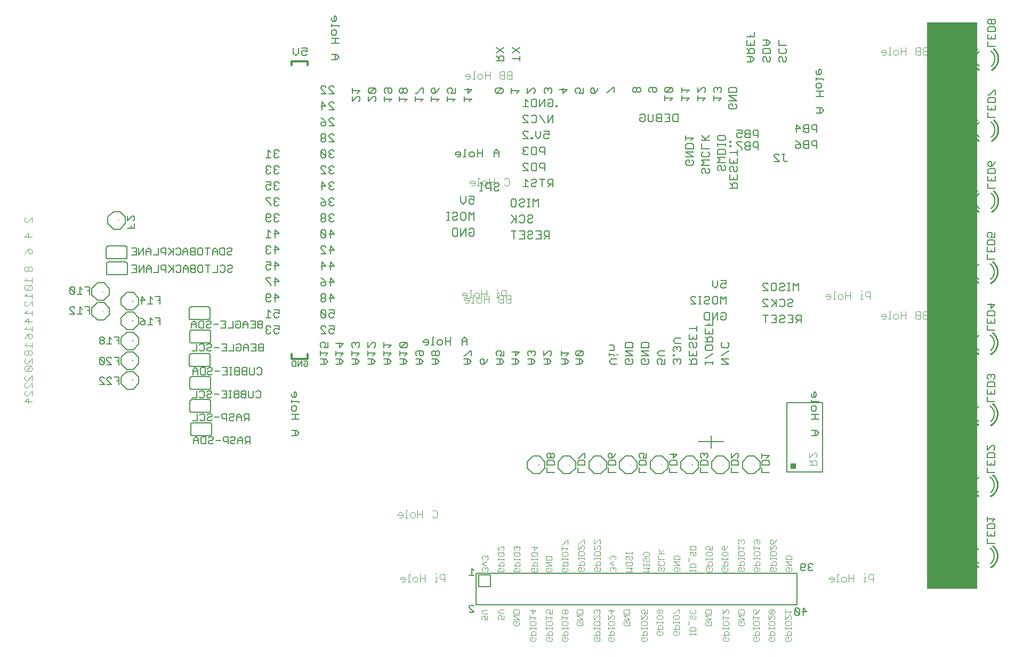
<source format=gbo>
G75*
%MOIN*%
%OFA0B0*%
%FSLAX25Y25*%
%IPPOS*%
%LPD*%
%AMOC8*
5,1,8,0,0,1.08239X$1,22.5*
%
%ADD10R,0.31496X3.54331*%
%ADD11C,0.00400*%
%ADD12C,0.01200*%
%ADD13C,0.00800*%
%ADD14C,0.00600*%
%ADD15C,0.00500*%
%ADD16C,0.00300*%
%ADD17R,0.03500X0.03500*%
%ADD18C,0.00000*%
%ADD19C,0.01000*%
D10*
X0699990Y0276120D03*
D11*
X0684599Y0272433D02*
X0684599Y0267829D01*
X0682297Y0267829D01*
X0681530Y0268596D01*
X0681530Y0269364D01*
X0682297Y0270131D01*
X0684599Y0270131D01*
X0682297Y0270131D02*
X0681530Y0270898D01*
X0681530Y0271666D01*
X0682297Y0272433D01*
X0684599Y0272433D01*
X0679995Y0272433D02*
X0679995Y0267829D01*
X0677693Y0267829D01*
X0676926Y0268596D01*
X0676926Y0269364D01*
X0677693Y0270131D01*
X0679995Y0270131D01*
X0677693Y0270131D02*
X0676926Y0270898D01*
X0676926Y0271666D01*
X0677693Y0272433D01*
X0679995Y0272433D01*
X0670787Y0272433D02*
X0670787Y0267829D01*
X0670787Y0270131D02*
X0667718Y0270131D01*
X0666183Y0270131D02*
X0666183Y0268596D01*
X0665416Y0267829D01*
X0663881Y0267829D01*
X0663114Y0268596D01*
X0663114Y0270131D01*
X0663881Y0270898D01*
X0665416Y0270898D01*
X0666183Y0270131D01*
X0667718Y0272433D02*
X0667718Y0267829D01*
X0661579Y0267829D02*
X0660045Y0267829D01*
X0660812Y0267829D02*
X0660812Y0272433D01*
X0661579Y0272433D01*
X0658510Y0270131D02*
X0657743Y0270898D01*
X0656208Y0270898D01*
X0655441Y0270131D01*
X0655441Y0269364D01*
X0658510Y0269364D01*
X0658510Y0270131D02*
X0658510Y0268596D01*
X0657743Y0267829D01*
X0656208Y0267829D01*
X0648498Y0280220D02*
X0648498Y0284824D01*
X0646196Y0284824D01*
X0645428Y0284057D01*
X0645428Y0282522D01*
X0646196Y0281755D01*
X0648498Y0281755D01*
X0643894Y0280220D02*
X0642359Y0280220D01*
X0643126Y0280220D02*
X0643126Y0283290D01*
X0643894Y0283290D01*
X0643126Y0284824D02*
X0643126Y0285592D01*
X0636220Y0284824D02*
X0636220Y0280220D01*
X0636220Y0282522D02*
X0633151Y0282522D01*
X0631616Y0282522D02*
X0631616Y0280988D01*
X0630849Y0280220D01*
X0629314Y0280220D01*
X0628547Y0280988D01*
X0628547Y0282522D01*
X0629314Y0283290D01*
X0630849Y0283290D01*
X0631616Y0282522D01*
X0633151Y0284824D02*
X0633151Y0280220D01*
X0627013Y0280220D02*
X0625478Y0280220D01*
X0626245Y0280220D02*
X0626245Y0284824D01*
X0627013Y0284824D01*
X0623943Y0282522D02*
X0623176Y0283290D01*
X0621641Y0283290D01*
X0620874Y0282522D01*
X0620874Y0281755D01*
X0623943Y0281755D01*
X0623943Y0280988D02*
X0623943Y0282522D01*
X0623943Y0280988D02*
X0623176Y0280220D01*
X0621641Y0280220D01*
X0686567Y0351144D02*
X0688102Y0351144D01*
X0688869Y0351911D01*
X0688869Y0353446D01*
X0688102Y0354213D01*
X0686567Y0354213D01*
X0685800Y0353446D01*
X0685800Y0352679D01*
X0688869Y0352679D01*
X0690404Y0351144D02*
X0691938Y0351144D01*
X0691171Y0351144D02*
X0691171Y0355748D01*
X0691938Y0355748D01*
X0693473Y0353446D02*
X0694240Y0354213D01*
X0695775Y0354213D01*
X0696542Y0353446D01*
X0696542Y0351911D01*
X0695775Y0351144D01*
X0694240Y0351144D01*
X0693473Y0351911D01*
X0693473Y0353446D01*
X0698077Y0353446D02*
X0701146Y0353446D01*
X0701146Y0351144D02*
X0701146Y0355748D01*
X0698077Y0355748D02*
X0698077Y0351144D01*
X0707285Y0351911D02*
X0708052Y0351144D01*
X0709587Y0351144D01*
X0710354Y0351911D01*
X0710354Y0354981D01*
X0709587Y0355748D01*
X0708052Y0355748D01*
X0707285Y0354981D01*
X0684599Y0432829D02*
X0682297Y0432829D01*
X0681530Y0433596D01*
X0681530Y0434364D01*
X0682297Y0435131D01*
X0684599Y0435131D01*
X0684599Y0432829D02*
X0684599Y0437433D01*
X0682297Y0437433D01*
X0681530Y0436666D01*
X0681530Y0435898D01*
X0682297Y0435131D01*
X0679995Y0435131D02*
X0677693Y0435131D01*
X0676926Y0434364D01*
X0676926Y0433596D01*
X0677693Y0432829D01*
X0679995Y0432829D01*
X0679995Y0437433D01*
X0677693Y0437433D01*
X0676926Y0436666D01*
X0676926Y0435898D01*
X0677693Y0435131D01*
X0670787Y0435131D02*
X0667718Y0435131D01*
X0666183Y0435131D02*
X0666183Y0433596D01*
X0665416Y0432829D01*
X0663881Y0432829D01*
X0663114Y0433596D01*
X0663114Y0435131D01*
X0663881Y0435898D01*
X0665416Y0435898D01*
X0666183Y0435131D01*
X0667718Y0437433D02*
X0667718Y0432829D01*
X0670787Y0432829D02*
X0670787Y0437433D01*
X0661579Y0437433D02*
X0660812Y0437433D01*
X0660812Y0432829D01*
X0661579Y0432829D02*
X0660045Y0432829D01*
X0658510Y0433596D02*
X0658510Y0435131D01*
X0657743Y0435898D01*
X0656208Y0435898D01*
X0655441Y0435131D01*
X0655441Y0434364D01*
X0658510Y0434364D01*
X0658510Y0433596D02*
X0657743Y0432829D01*
X0656208Y0432829D01*
X0424599Y0422433D02*
X0422297Y0422433D01*
X0421530Y0421666D01*
X0421530Y0420898D01*
X0422297Y0420131D01*
X0424599Y0420131D01*
X0424599Y0417829D02*
X0422297Y0417829D01*
X0421530Y0418596D01*
X0421530Y0419364D01*
X0422297Y0420131D01*
X0419995Y0420131D02*
X0417693Y0420131D01*
X0416926Y0419364D01*
X0416926Y0418596D01*
X0417693Y0417829D01*
X0419995Y0417829D01*
X0419995Y0422433D01*
X0417693Y0422433D01*
X0416926Y0421666D01*
X0416926Y0420898D01*
X0417693Y0420131D01*
X0410787Y0420131D02*
X0407718Y0420131D01*
X0406183Y0420131D02*
X0406183Y0418596D01*
X0405416Y0417829D01*
X0403881Y0417829D01*
X0403114Y0418596D01*
X0403114Y0420131D01*
X0403881Y0420898D01*
X0405416Y0420898D01*
X0406183Y0420131D01*
X0407718Y0422433D02*
X0407718Y0417829D01*
X0410787Y0417829D02*
X0410787Y0422433D01*
X0401579Y0422433D02*
X0400812Y0422433D01*
X0400812Y0417829D01*
X0401579Y0417829D02*
X0400045Y0417829D01*
X0398510Y0418596D02*
X0398510Y0420131D01*
X0397743Y0420898D01*
X0396208Y0420898D01*
X0395441Y0420131D01*
X0395441Y0419364D01*
X0398510Y0419364D01*
X0398510Y0418596D02*
X0397743Y0417829D01*
X0396208Y0417829D01*
X0424599Y0417829D02*
X0424599Y0422433D01*
X0422087Y0355748D02*
X0422854Y0354981D01*
X0422854Y0351911D01*
X0422087Y0351144D01*
X0420552Y0351144D01*
X0419785Y0351911D01*
X0419785Y0354981D02*
X0420552Y0355748D01*
X0422087Y0355748D01*
X0413646Y0355748D02*
X0413646Y0351144D01*
X0413646Y0353446D02*
X0410577Y0353446D01*
X0409042Y0353446D02*
X0409042Y0351911D01*
X0408275Y0351144D01*
X0406740Y0351144D01*
X0405973Y0351911D01*
X0405973Y0353446D01*
X0406740Y0354213D01*
X0408275Y0354213D01*
X0409042Y0353446D01*
X0410577Y0355748D02*
X0410577Y0351144D01*
X0404438Y0351144D02*
X0402904Y0351144D01*
X0403671Y0351144D02*
X0403671Y0355748D01*
X0404438Y0355748D01*
X0401369Y0353446D02*
X0400602Y0354213D01*
X0399067Y0354213D01*
X0398300Y0353446D01*
X0398300Y0352679D01*
X0401369Y0352679D01*
X0401369Y0353446D02*
X0401369Y0351911D01*
X0400602Y0351144D01*
X0399067Y0351144D01*
X0398745Y0285671D02*
X0398745Y0281067D01*
X0397978Y0281067D02*
X0399513Y0281067D01*
X0400119Y0282433D02*
X0400119Y0277829D01*
X0399352Y0277829D02*
X0400887Y0277829D01*
X0402421Y0278596D02*
X0402421Y0280131D01*
X0403189Y0280898D01*
X0404723Y0280898D01*
X0405490Y0280131D01*
X0405490Y0278596D01*
X0404723Y0277829D01*
X0403189Y0277829D01*
X0402421Y0278596D01*
X0401814Y0281067D02*
X0401047Y0281834D01*
X0401047Y0283369D01*
X0401814Y0284136D01*
X0403349Y0284136D01*
X0404116Y0283369D01*
X0404116Y0281834D01*
X0403349Y0281067D01*
X0401814Y0281067D01*
X0400887Y0282433D02*
X0400119Y0282433D01*
X0397817Y0280131D02*
X0397817Y0278596D01*
X0397050Y0277829D01*
X0395515Y0277829D01*
X0394748Y0279364D02*
X0397817Y0279364D01*
X0397817Y0280131D02*
X0397050Y0280898D01*
X0395515Y0280898D01*
X0394748Y0280131D01*
X0394748Y0279364D01*
X0394141Y0281067D02*
X0395676Y0281067D01*
X0396443Y0281834D01*
X0396443Y0283369D01*
X0395676Y0284136D01*
X0394141Y0284136D01*
X0393374Y0283369D01*
X0393374Y0282602D01*
X0396443Y0282602D01*
X0398745Y0285671D02*
X0399513Y0285671D01*
X0405651Y0285671D02*
X0405651Y0281067D01*
X0407025Y0280131D02*
X0410094Y0280131D01*
X0408720Y0281067D02*
X0408720Y0285671D01*
X0408720Y0283369D02*
X0405651Y0283369D01*
X0407025Y0282433D02*
X0407025Y0277829D01*
X0410094Y0277829D02*
X0410094Y0282433D01*
X0414859Y0281067D02*
X0416394Y0281067D01*
X0416233Y0280898D02*
X0417000Y0280131D01*
X0419302Y0280131D01*
X0420837Y0279364D02*
X0421604Y0280131D01*
X0423906Y0280131D01*
X0421604Y0280131D02*
X0420837Y0280898D01*
X0420837Y0281666D01*
X0421604Y0282433D01*
X0423906Y0282433D01*
X0423906Y0277829D01*
X0421604Y0277829D01*
X0420837Y0278596D01*
X0420837Y0279364D01*
X0420998Y0281067D02*
X0420998Y0285671D01*
X0418696Y0285671D01*
X0417928Y0284904D01*
X0417928Y0283369D01*
X0418696Y0282602D01*
X0420998Y0282602D01*
X0419302Y0282433D02*
X0417000Y0282433D01*
X0416233Y0281666D01*
X0416233Y0280898D01*
X0415626Y0281067D02*
X0415626Y0284136D01*
X0416394Y0284136D01*
X0415626Y0285671D02*
X0415626Y0286438D01*
X0419302Y0282433D02*
X0419302Y0277829D01*
X0417000Y0277829D01*
X0416233Y0278596D01*
X0416233Y0279364D01*
X0417000Y0280131D01*
X0610680Y0184264D02*
X0610680Y0181194D01*
X0613749Y0184264D01*
X0614517Y0184264D01*
X0615284Y0183496D01*
X0615284Y0181962D01*
X0614517Y0181194D01*
X0614517Y0179660D02*
X0612982Y0179660D01*
X0612215Y0178893D01*
X0612215Y0176591D01*
X0612215Y0178125D02*
X0610680Y0179660D01*
X0610680Y0176591D02*
X0615284Y0176591D01*
X0615284Y0178893D01*
X0614517Y0179660D01*
X0685800Y0145946D02*
X0685800Y0145179D01*
X0688869Y0145179D01*
X0688869Y0145946D02*
X0688102Y0146713D01*
X0686567Y0146713D01*
X0685800Y0145946D01*
X0686567Y0143644D02*
X0688102Y0143644D01*
X0688869Y0144411D01*
X0688869Y0145946D01*
X0690404Y0143644D02*
X0691938Y0143644D01*
X0691171Y0143644D02*
X0691171Y0148248D01*
X0691938Y0148248D01*
X0693473Y0145946D02*
X0694240Y0146713D01*
X0695775Y0146713D01*
X0696542Y0145946D01*
X0696542Y0144411D01*
X0695775Y0143644D01*
X0694240Y0143644D01*
X0693473Y0144411D01*
X0693473Y0145946D01*
X0698077Y0145946D02*
X0701146Y0145946D01*
X0701146Y0143644D02*
X0701146Y0148248D01*
X0698077Y0148248D02*
X0698077Y0143644D01*
X0707285Y0144411D02*
X0708052Y0143644D01*
X0709587Y0143644D01*
X0710354Y0144411D01*
X0710354Y0147481D01*
X0709587Y0148248D01*
X0708052Y0148248D01*
X0707285Y0147481D01*
X0650584Y0108092D02*
X0648282Y0108092D01*
X0647515Y0107325D01*
X0647515Y0105790D01*
X0648282Y0105023D01*
X0650584Y0105023D01*
X0650584Y0103488D02*
X0650584Y0108092D01*
X0645980Y0106557D02*
X0645213Y0106557D01*
X0645213Y0103488D01*
X0645980Y0103488D02*
X0644446Y0103488D01*
X0645213Y0108092D02*
X0645213Y0108859D01*
X0638307Y0108092D02*
X0638307Y0103488D01*
X0638307Y0105790D02*
X0635238Y0105790D01*
X0633703Y0105790D02*
X0633703Y0104255D01*
X0632936Y0103488D01*
X0631401Y0103488D01*
X0630634Y0104255D01*
X0630634Y0105790D01*
X0631401Y0106557D01*
X0632936Y0106557D01*
X0633703Y0105790D01*
X0635238Y0108092D02*
X0635238Y0103488D01*
X0629099Y0103488D02*
X0627565Y0103488D01*
X0628332Y0103488D02*
X0628332Y0108092D01*
X0629099Y0108092D01*
X0626030Y0105790D02*
X0626030Y0104255D01*
X0625263Y0103488D01*
X0623728Y0103488D01*
X0622961Y0105023D02*
X0626030Y0105023D01*
X0626030Y0105790D02*
X0625263Y0106557D01*
X0623728Y0106557D01*
X0622961Y0105790D01*
X0622961Y0105023D01*
X0382553Y0105102D02*
X0380251Y0105102D01*
X0379483Y0105869D01*
X0379483Y0107404D01*
X0380251Y0108171D01*
X0382553Y0108171D01*
X0382553Y0103567D01*
X0377949Y0103567D02*
X0376414Y0103567D01*
X0377181Y0103567D02*
X0377181Y0106636D01*
X0377949Y0106636D01*
X0377181Y0108171D02*
X0377181Y0108938D01*
X0370275Y0108171D02*
X0370275Y0103567D01*
X0370275Y0105869D02*
X0367206Y0105869D01*
X0365672Y0105869D02*
X0365672Y0104334D01*
X0364904Y0103567D01*
X0363370Y0103567D01*
X0362602Y0104334D01*
X0362602Y0105869D01*
X0363370Y0106636D01*
X0364904Y0106636D01*
X0365672Y0105869D01*
X0367206Y0108171D02*
X0367206Y0103567D01*
X0361068Y0103567D02*
X0359533Y0103567D01*
X0360300Y0103567D02*
X0360300Y0108171D01*
X0361068Y0108171D01*
X0357998Y0105869D02*
X0357998Y0104334D01*
X0357231Y0103567D01*
X0355696Y0103567D01*
X0354929Y0105102D02*
X0357998Y0105102D01*
X0357998Y0105869D02*
X0357231Y0106636D01*
X0355696Y0106636D01*
X0354929Y0105869D01*
X0354929Y0105102D01*
X0355602Y0143644D02*
X0356369Y0144411D01*
X0356369Y0145946D01*
X0355602Y0146713D01*
X0354067Y0146713D01*
X0353300Y0145946D01*
X0353300Y0145179D01*
X0356369Y0145179D01*
X0355602Y0143644D02*
X0354067Y0143644D01*
X0357904Y0143644D02*
X0359438Y0143644D01*
X0358671Y0143644D02*
X0358671Y0148248D01*
X0359438Y0148248D01*
X0360973Y0145946D02*
X0361740Y0146713D01*
X0363275Y0146713D01*
X0364042Y0145946D01*
X0364042Y0144411D01*
X0363275Y0143644D01*
X0361740Y0143644D01*
X0360973Y0144411D01*
X0360973Y0145946D01*
X0365577Y0145946D02*
X0368646Y0145946D01*
X0368646Y0143644D02*
X0368646Y0148248D01*
X0365577Y0148248D02*
X0365577Y0143644D01*
X0374785Y0144411D02*
X0375552Y0143644D01*
X0377087Y0143644D01*
X0377854Y0144411D01*
X0377854Y0147481D01*
X0377087Y0148248D01*
X0375552Y0148248D01*
X0374785Y0147481D01*
X0124562Y0216018D02*
X0119958Y0216018D01*
X0122260Y0218320D01*
X0122260Y0215250D01*
X0121493Y0219854D02*
X0120725Y0219854D01*
X0119958Y0220622D01*
X0119958Y0222156D01*
X0120725Y0222924D01*
X0120725Y0224699D02*
X0119958Y0225467D01*
X0119958Y0227001D01*
X0120725Y0227769D01*
X0120725Y0229303D02*
X0119958Y0230070D01*
X0119958Y0231605D01*
X0120725Y0232372D01*
X0120725Y0235329D02*
X0123795Y0238398D01*
X0124562Y0237631D01*
X0124562Y0236096D01*
X0123795Y0235329D01*
X0120725Y0235329D01*
X0119958Y0236096D01*
X0119958Y0237631D01*
X0120725Y0238398D01*
X0123795Y0238398D01*
X0124562Y0239933D02*
X0124562Y0243002D01*
X0121493Y0239933D01*
X0120725Y0239933D01*
X0119958Y0240700D01*
X0119958Y0242235D01*
X0120725Y0243002D01*
X0120725Y0245172D02*
X0121493Y0245172D01*
X0122260Y0245939D01*
X0122260Y0247474D01*
X0121493Y0248241D01*
X0120725Y0248241D01*
X0119958Y0247474D01*
X0119958Y0245939D01*
X0120725Y0245172D01*
X0122260Y0245939D02*
X0123027Y0245172D01*
X0123795Y0245172D01*
X0124562Y0245939D01*
X0124562Y0247474D01*
X0123795Y0248241D01*
X0123027Y0248241D01*
X0122260Y0247474D01*
X0124562Y0249776D02*
X0124562Y0252845D01*
X0124562Y0251310D02*
X0119958Y0251310D01*
X0121493Y0252845D01*
X0123027Y0255408D02*
X0122260Y0256175D01*
X0122260Y0258477D01*
X0123795Y0258477D01*
X0124562Y0257710D01*
X0124562Y0256175D01*
X0123795Y0255408D01*
X0123027Y0255408D01*
X0120725Y0256943D02*
X0119958Y0255408D01*
X0120725Y0256943D02*
X0122260Y0258477D01*
X0124562Y0260012D02*
X0124562Y0263081D01*
X0124562Y0261546D02*
X0119958Y0261546D01*
X0121493Y0263081D01*
X0122260Y0265250D02*
X0122260Y0268320D01*
X0119958Y0266018D01*
X0124562Y0266018D01*
X0124562Y0269854D02*
X0124562Y0272924D01*
X0124562Y0271389D02*
X0119958Y0271389D01*
X0121493Y0272924D01*
X0121493Y0275880D02*
X0120725Y0275880D01*
X0119958Y0276648D01*
X0119958Y0278182D01*
X0120725Y0278950D01*
X0119958Y0282019D02*
X0124562Y0282019D01*
X0124562Y0283554D02*
X0124562Y0280484D01*
X0124562Y0278950D02*
X0121493Y0275880D01*
X0124562Y0275880D02*
X0124562Y0278950D01*
X0121493Y0283554D02*
X0119958Y0282019D01*
X0120725Y0285723D02*
X0123795Y0288792D01*
X0124562Y0288025D01*
X0124562Y0286490D01*
X0123795Y0285723D01*
X0120725Y0285723D01*
X0119958Y0286490D01*
X0119958Y0288025D01*
X0120725Y0288792D01*
X0123795Y0288792D01*
X0124562Y0290327D02*
X0124562Y0293396D01*
X0124562Y0291861D02*
X0119958Y0291861D01*
X0121493Y0293396D01*
X0121493Y0297534D02*
X0122260Y0298301D01*
X0122260Y0299836D01*
X0121493Y0300603D01*
X0120725Y0300603D01*
X0119958Y0299836D01*
X0119958Y0298301D01*
X0120725Y0297534D01*
X0121493Y0297534D01*
X0122260Y0298301D02*
X0123027Y0297534D01*
X0123795Y0297534D01*
X0124562Y0298301D01*
X0124562Y0299836D01*
X0123795Y0300603D01*
X0123027Y0300603D01*
X0122260Y0299836D01*
X0123027Y0308557D02*
X0122260Y0309325D01*
X0122260Y0311627D01*
X0123795Y0311627D01*
X0124562Y0310859D01*
X0124562Y0309325D01*
X0123795Y0308557D01*
X0123027Y0308557D01*
X0120725Y0310092D02*
X0119958Y0308557D01*
X0120725Y0310092D02*
X0122260Y0311627D01*
X0122260Y0318400D02*
X0122260Y0321469D01*
X0119958Y0319167D01*
X0124562Y0319167D01*
X0124562Y0328243D02*
X0124562Y0331312D01*
X0121493Y0328243D01*
X0120725Y0328243D01*
X0119958Y0329010D01*
X0119958Y0330544D01*
X0120725Y0331312D01*
X0124562Y0232372D02*
X0121493Y0229303D01*
X0120725Y0229303D01*
X0124562Y0229303D02*
X0124562Y0232372D01*
X0124562Y0227769D02*
X0121493Y0224699D01*
X0120725Y0224699D01*
X0124562Y0224699D02*
X0124562Y0227769D01*
X0124562Y0222924D02*
X0121493Y0219854D01*
X0124562Y0219854D02*
X0124562Y0222924D01*
D12*
X0286972Y0242933D02*
X0296972Y0242933D01*
X0296972Y0245833D01*
X0286972Y0245933D02*
X0286972Y0243133D01*
X0286972Y0426333D02*
X0286972Y0428933D01*
X0296972Y0428933D01*
X0296972Y0426433D01*
D13*
X0295572Y0432333D02*
X0296372Y0433134D01*
X0295572Y0432333D02*
X0293970Y0432333D01*
X0293170Y0433134D01*
X0293170Y0434735D01*
X0293970Y0435536D01*
X0294771Y0435536D01*
X0296372Y0434735D01*
X0296372Y0437137D01*
X0293170Y0437137D01*
X0291216Y0437137D02*
X0291216Y0433934D01*
X0289615Y0432333D01*
X0288013Y0433934D01*
X0288013Y0437137D01*
X0311772Y0440126D02*
X0316576Y0440126D01*
X0314174Y0440126D02*
X0314174Y0443329D01*
X0314174Y0445283D02*
X0312573Y0445283D01*
X0311772Y0446083D01*
X0311772Y0447685D01*
X0312573Y0448485D01*
X0314174Y0448485D01*
X0314975Y0447685D01*
X0314975Y0446083D01*
X0314174Y0445283D01*
X0316576Y0443329D02*
X0311772Y0443329D01*
X0311772Y0450439D02*
X0311772Y0452040D01*
X0311772Y0451240D02*
X0316576Y0451240D01*
X0316576Y0450439D01*
X0314174Y0453877D02*
X0312573Y0453877D01*
X0311772Y0454677D01*
X0311772Y0456279D01*
X0313374Y0457079D02*
X0313374Y0453877D01*
X0314174Y0453877D02*
X0314975Y0454677D01*
X0314975Y0456279D01*
X0314174Y0457079D01*
X0313374Y0457079D01*
X0314174Y0433016D02*
X0314174Y0429813D01*
X0314975Y0429813D02*
X0316576Y0431415D01*
X0314975Y0433016D01*
X0311772Y0433016D01*
X0311772Y0429813D02*
X0314975Y0429813D01*
X0312672Y0413337D02*
X0313472Y0412536D01*
X0312672Y0413337D02*
X0311070Y0413337D01*
X0310270Y0412536D01*
X0310270Y0411736D01*
X0313472Y0408533D01*
X0310270Y0408533D01*
X0308316Y0408533D02*
X0305113Y0411736D01*
X0305113Y0412536D01*
X0305914Y0413337D01*
X0307515Y0413337D01*
X0308316Y0412536D01*
X0308316Y0408533D02*
X0305113Y0408533D01*
X0305914Y0403337D02*
X0308316Y0400935D01*
X0305113Y0400935D01*
X0305914Y0398533D02*
X0305914Y0403337D01*
X0310270Y0402536D02*
X0311070Y0403337D01*
X0312672Y0403337D01*
X0313472Y0402536D01*
X0310270Y0402536D02*
X0310270Y0401736D01*
X0313472Y0398533D01*
X0310270Y0398533D01*
X0311070Y0393337D02*
X0312672Y0393337D01*
X0313472Y0392536D01*
X0311070Y0393337D02*
X0310270Y0392536D01*
X0310270Y0391736D01*
X0313472Y0388533D01*
X0310270Y0388533D01*
X0308316Y0389334D02*
X0307515Y0388533D01*
X0305914Y0388533D01*
X0305113Y0389334D01*
X0305113Y0390134D01*
X0305914Y0390935D01*
X0308316Y0390935D01*
X0308316Y0389334D01*
X0308316Y0390935D02*
X0306715Y0392536D01*
X0305113Y0393337D01*
X0305914Y0383337D02*
X0305113Y0382536D01*
X0305113Y0381736D01*
X0305914Y0380935D01*
X0307515Y0380935D01*
X0308316Y0381736D01*
X0308316Y0382536D01*
X0307515Y0383337D01*
X0305914Y0383337D01*
X0305914Y0380935D02*
X0305113Y0380134D01*
X0305113Y0379334D01*
X0305914Y0378533D01*
X0307515Y0378533D01*
X0308316Y0379334D01*
X0308316Y0380134D01*
X0307515Y0380935D01*
X0310270Y0381736D02*
X0310270Y0382536D01*
X0311070Y0383337D01*
X0312672Y0383337D01*
X0313472Y0382536D01*
X0310270Y0381736D02*
X0313472Y0378533D01*
X0310270Y0378533D01*
X0311070Y0373337D02*
X0310270Y0372536D01*
X0310270Y0371736D01*
X0311070Y0370935D01*
X0310270Y0370134D01*
X0310270Y0369334D01*
X0311070Y0368533D01*
X0312672Y0368533D01*
X0313472Y0369334D01*
X0311871Y0370935D02*
X0311070Y0370935D01*
X0311070Y0373337D02*
X0312672Y0373337D01*
X0313472Y0372536D01*
X0308316Y0372536D02*
X0308316Y0369334D01*
X0305113Y0372536D01*
X0305113Y0369334D01*
X0305914Y0368533D01*
X0307515Y0368533D01*
X0308316Y0369334D01*
X0308316Y0372536D02*
X0307515Y0373337D01*
X0305914Y0373337D01*
X0305113Y0372536D01*
X0305914Y0363337D02*
X0305113Y0362536D01*
X0305113Y0361736D01*
X0308316Y0358533D01*
X0305113Y0358533D01*
X0305914Y0363337D02*
X0307515Y0363337D01*
X0308316Y0362536D01*
X0310270Y0362536D02*
X0310270Y0361736D01*
X0311070Y0360935D01*
X0310270Y0360134D01*
X0310270Y0359334D01*
X0311070Y0358533D01*
X0312672Y0358533D01*
X0313472Y0359334D01*
X0311871Y0360935D02*
X0311070Y0360935D01*
X0310270Y0362536D02*
X0311070Y0363337D01*
X0312672Y0363337D01*
X0313472Y0362536D01*
X0312672Y0353337D02*
X0311070Y0353337D01*
X0310270Y0352536D01*
X0310270Y0351736D01*
X0311070Y0350935D01*
X0310270Y0350134D01*
X0310270Y0349334D01*
X0311070Y0348533D01*
X0312672Y0348533D01*
X0313472Y0349334D01*
X0311871Y0350935D02*
X0311070Y0350935D01*
X0308316Y0350935D02*
X0305113Y0350935D01*
X0305914Y0348533D02*
X0305914Y0353337D01*
X0308316Y0350935D01*
X0312672Y0353337D02*
X0313472Y0352536D01*
X0312672Y0343337D02*
X0311070Y0343337D01*
X0310270Y0342536D01*
X0310270Y0341736D01*
X0311070Y0340935D01*
X0310270Y0340134D01*
X0310270Y0339334D01*
X0311070Y0338533D01*
X0312672Y0338533D01*
X0313472Y0339334D01*
X0311871Y0340935D02*
X0311070Y0340935D01*
X0308316Y0340935D02*
X0305914Y0340935D01*
X0305113Y0340134D01*
X0305113Y0339334D01*
X0305914Y0338533D01*
X0307515Y0338533D01*
X0308316Y0339334D01*
X0308316Y0340935D01*
X0306715Y0342536D01*
X0305113Y0343337D01*
X0312672Y0343337D02*
X0313472Y0342536D01*
X0312672Y0333337D02*
X0311070Y0333337D01*
X0310270Y0332536D01*
X0310270Y0331736D01*
X0311070Y0330935D01*
X0310270Y0330134D01*
X0310270Y0329334D01*
X0311070Y0328533D01*
X0312672Y0328533D01*
X0313472Y0329334D01*
X0311871Y0330935D02*
X0311070Y0330935D01*
X0308316Y0330134D02*
X0307515Y0330935D01*
X0305914Y0330935D01*
X0305113Y0330134D01*
X0305113Y0329334D01*
X0305914Y0328533D01*
X0307515Y0328533D01*
X0308316Y0329334D01*
X0308316Y0330134D01*
X0307515Y0330935D02*
X0308316Y0331736D01*
X0308316Y0332536D01*
X0307515Y0333337D01*
X0305914Y0333337D01*
X0305113Y0332536D01*
X0305113Y0331736D01*
X0305914Y0330935D01*
X0312672Y0333337D02*
X0313472Y0332536D01*
X0311070Y0323337D02*
X0313472Y0320935D01*
X0310270Y0320935D01*
X0308316Y0319334D02*
X0305113Y0322536D01*
X0305113Y0319334D01*
X0305914Y0318533D01*
X0307515Y0318533D01*
X0308316Y0319334D01*
X0308316Y0322536D01*
X0307515Y0323337D01*
X0305914Y0323337D01*
X0305113Y0322536D01*
X0311070Y0323337D02*
X0311070Y0318533D01*
X0311070Y0313337D02*
X0313472Y0310935D01*
X0310270Y0310935D01*
X0308316Y0312536D02*
X0307515Y0313337D01*
X0305914Y0313337D01*
X0305113Y0312536D01*
X0305113Y0311736D01*
X0308316Y0308533D01*
X0305113Y0308533D01*
X0305914Y0303337D02*
X0308316Y0300935D01*
X0305113Y0300935D01*
X0305914Y0298533D02*
X0305914Y0303337D01*
X0310270Y0300935D02*
X0313472Y0300935D01*
X0311070Y0303337D01*
X0311070Y0298533D01*
X0311070Y0293337D02*
X0313472Y0290935D01*
X0310270Y0290935D01*
X0308316Y0290935D02*
X0305914Y0290935D01*
X0305113Y0290134D01*
X0305113Y0289334D01*
X0305914Y0288533D01*
X0307515Y0288533D01*
X0308316Y0289334D01*
X0308316Y0290935D01*
X0306715Y0292536D01*
X0305113Y0293337D01*
X0311070Y0293337D02*
X0311070Y0288533D01*
X0311070Y0283337D02*
X0313472Y0280935D01*
X0310270Y0280935D01*
X0308316Y0280134D02*
X0307515Y0280935D01*
X0305914Y0280935D01*
X0305113Y0280134D01*
X0305113Y0279334D01*
X0305914Y0278533D01*
X0307515Y0278533D01*
X0308316Y0279334D01*
X0308316Y0280134D01*
X0307515Y0280935D02*
X0308316Y0281736D01*
X0308316Y0282536D01*
X0307515Y0283337D01*
X0305914Y0283337D01*
X0305113Y0282536D01*
X0305113Y0281736D01*
X0305914Y0280935D01*
X0311070Y0278533D02*
X0311070Y0283337D01*
X0310270Y0273337D02*
X0313472Y0273337D01*
X0313472Y0270935D01*
X0311871Y0271736D01*
X0311070Y0271736D01*
X0310270Y0270935D01*
X0310270Y0269334D01*
X0311070Y0268533D01*
X0312672Y0268533D01*
X0313472Y0269334D01*
X0308316Y0269334D02*
X0308316Y0272536D01*
X0307515Y0273337D01*
X0305914Y0273337D01*
X0305113Y0272536D01*
X0308316Y0269334D01*
X0307515Y0268533D01*
X0305914Y0268533D01*
X0305113Y0269334D01*
X0305113Y0272536D01*
X0305914Y0263337D02*
X0305113Y0262536D01*
X0305113Y0261736D01*
X0308316Y0258533D01*
X0305113Y0258533D01*
X0305914Y0263337D02*
X0307515Y0263337D01*
X0308316Y0262536D01*
X0310270Y0263337D02*
X0313472Y0263337D01*
X0313472Y0260935D01*
X0311871Y0261736D01*
X0311070Y0261736D01*
X0310270Y0260935D01*
X0310270Y0259334D01*
X0311070Y0258533D01*
X0312672Y0258533D01*
X0313472Y0259334D01*
X0316774Y0253149D02*
X0316774Y0249946D01*
X0319176Y0252348D01*
X0314372Y0252348D01*
X0314372Y0247992D02*
X0314372Y0244789D01*
X0314372Y0246391D02*
X0319176Y0246391D01*
X0317575Y0244789D01*
X0317575Y0242836D02*
X0314372Y0242836D01*
X0316774Y0242836D02*
X0316774Y0239633D01*
X0317575Y0239633D02*
X0319176Y0241234D01*
X0317575Y0242836D01*
X0317575Y0239633D02*
X0314372Y0239633D01*
X0309676Y0241234D02*
X0308075Y0242836D01*
X0304872Y0242836D01*
X0304872Y0244789D02*
X0304872Y0247992D01*
X0304872Y0246391D02*
X0309676Y0246391D01*
X0308075Y0244789D01*
X0307274Y0242836D02*
X0307274Y0239633D01*
X0308075Y0239633D02*
X0309676Y0241234D01*
X0308075Y0239633D02*
X0304872Y0239633D01*
X0305673Y0249946D02*
X0304872Y0250747D01*
X0304872Y0252348D01*
X0305673Y0253149D01*
X0307274Y0253149D01*
X0308075Y0252348D01*
X0308075Y0251547D01*
X0307274Y0249946D01*
X0309676Y0249946D01*
X0309676Y0253149D01*
X0324372Y0252348D02*
X0324372Y0250747D01*
X0325173Y0249946D01*
X0324372Y0247992D02*
X0324372Y0244789D01*
X0324372Y0246391D02*
X0329176Y0246391D01*
X0327575Y0244789D01*
X0327575Y0242836D02*
X0324372Y0242836D01*
X0326774Y0242836D02*
X0326774Y0239633D01*
X0327575Y0239633D02*
X0329176Y0241234D01*
X0327575Y0242836D01*
X0327575Y0239633D02*
X0324372Y0239633D01*
X0334372Y0239633D02*
X0337575Y0239633D01*
X0339176Y0241234D01*
X0337575Y0242836D01*
X0334372Y0242836D01*
X0334372Y0244789D02*
X0334372Y0247992D01*
X0334372Y0246391D02*
X0339176Y0246391D01*
X0337575Y0244789D01*
X0336774Y0242836D02*
X0336774Y0239633D01*
X0344372Y0239633D02*
X0347575Y0239633D01*
X0349176Y0241234D01*
X0347575Y0242836D01*
X0344372Y0242836D01*
X0344372Y0244789D02*
X0344372Y0247992D01*
X0344372Y0246391D02*
X0349176Y0246391D01*
X0347575Y0244789D01*
X0346774Y0242836D02*
X0346774Y0239633D01*
X0354372Y0239633D02*
X0357575Y0239633D01*
X0359176Y0241234D01*
X0357575Y0242836D01*
X0354372Y0242836D01*
X0354372Y0244789D02*
X0354372Y0247992D01*
X0354372Y0246391D02*
X0359176Y0246391D01*
X0357575Y0244789D01*
X0356774Y0242836D02*
X0356774Y0239633D01*
X0364372Y0239633D02*
X0367575Y0239633D01*
X0369176Y0241234D01*
X0367575Y0242836D01*
X0364372Y0242836D01*
X0365173Y0244789D02*
X0364372Y0245590D01*
X0364372Y0247192D01*
X0365173Y0247992D01*
X0368376Y0247992D01*
X0369176Y0247192D01*
X0369176Y0245590D01*
X0368376Y0244789D01*
X0367575Y0244789D01*
X0366774Y0245590D01*
X0366774Y0247992D01*
X0370107Y0251533D02*
X0371708Y0251533D01*
X0372509Y0252334D01*
X0372509Y0253935D01*
X0371708Y0254736D01*
X0370107Y0254736D01*
X0369306Y0253935D01*
X0369306Y0253134D01*
X0372509Y0253134D01*
X0374345Y0251533D02*
X0375947Y0251533D01*
X0375146Y0251533D02*
X0375146Y0256337D01*
X0375947Y0256337D01*
X0377900Y0253935D02*
X0378701Y0254736D01*
X0380302Y0254736D01*
X0381103Y0253935D01*
X0381103Y0252334D01*
X0380302Y0251533D01*
X0378701Y0251533D01*
X0377900Y0252334D01*
X0377900Y0253935D01*
X0383057Y0253935D02*
X0386260Y0253935D01*
X0386260Y0251533D02*
X0386260Y0256337D01*
X0383057Y0256337D02*
X0383057Y0251533D01*
X0379176Y0247192D02*
X0378376Y0247992D01*
X0377575Y0247992D01*
X0376774Y0247192D01*
X0376774Y0245590D01*
X0377575Y0244789D01*
X0378376Y0244789D01*
X0379176Y0245590D01*
X0379176Y0247192D01*
X0376774Y0247192D02*
X0375974Y0247992D01*
X0375173Y0247992D01*
X0374372Y0247192D01*
X0374372Y0245590D01*
X0375173Y0244789D01*
X0375974Y0244789D01*
X0376774Y0245590D01*
X0376774Y0242836D02*
X0376774Y0239633D01*
X0377575Y0239633D02*
X0379176Y0241234D01*
X0377575Y0242836D01*
X0374372Y0242836D01*
X0374372Y0239633D02*
X0377575Y0239633D01*
X0366774Y0239633D02*
X0366774Y0242836D01*
X0359176Y0250747D02*
X0359176Y0252348D01*
X0358376Y0253149D01*
X0355173Y0249946D01*
X0354372Y0250747D01*
X0354372Y0252348D01*
X0355173Y0253149D01*
X0358376Y0253149D01*
X0359176Y0250747D02*
X0358376Y0249946D01*
X0355173Y0249946D01*
X0349176Y0251547D02*
X0344372Y0251547D01*
X0344372Y0249946D02*
X0344372Y0253149D01*
X0347575Y0249946D02*
X0349176Y0251547D01*
X0339176Y0250747D02*
X0339176Y0252348D01*
X0338376Y0253149D01*
X0337575Y0253149D01*
X0334372Y0249946D01*
X0334372Y0253149D01*
X0338376Y0249946D02*
X0339176Y0250747D01*
X0329176Y0250747D02*
X0329176Y0252348D01*
X0328376Y0253149D01*
X0327575Y0253149D01*
X0326774Y0252348D01*
X0325974Y0253149D01*
X0325173Y0253149D01*
X0324372Y0252348D01*
X0326774Y0252348D02*
X0326774Y0251547D01*
X0328376Y0249946D02*
X0329176Y0250747D01*
X0289975Y0221279D02*
X0289174Y0222079D01*
X0288374Y0222079D01*
X0288374Y0218877D01*
X0289174Y0218877D02*
X0289975Y0219677D01*
X0289975Y0221279D01*
X0289174Y0218877D02*
X0287573Y0218877D01*
X0286772Y0219677D01*
X0286772Y0221279D01*
X0286772Y0217040D02*
X0286772Y0215439D01*
X0286772Y0216240D02*
X0291576Y0216240D01*
X0291576Y0215439D01*
X0289174Y0213485D02*
X0289975Y0212685D01*
X0289975Y0211083D01*
X0289174Y0210283D01*
X0287573Y0210283D01*
X0286772Y0211083D01*
X0286772Y0212685D01*
X0287573Y0213485D01*
X0289174Y0213485D01*
X0289174Y0208329D02*
X0289174Y0205126D01*
X0286772Y0205126D02*
X0291576Y0205126D01*
X0291576Y0208329D02*
X0286772Y0208329D01*
X0286772Y0198016D02*
X0289975Y0198016D01*
X0291576Y0196415D01*
X0289975Y0194813D01*
X0286772Y0194813D01*
X0289174Y0194813D02*
X0289174Y0198016D01*
X0278272Y0258633D02*
X0279072Y0259434D01*
X0278272Y0258633D02*
X0276670Y0258633D01*
X0275870Y0259434D01*
X0275870Y0261035D01*
X0276670Y0261836D01*
X0277471Y0261836D01*
X0279072Y0261035D01*
X0279072Y0263437D01*
X0275870Y0263437D01*
X0273916Y0262636D02*
X0273115Y0263437D01*
X0271514Y0263437D01*
X0270713Y0262636D01*
X0270713Y0261836D01*
X0271514Y0261035D01*
X0270713Y0260234D01*
X0270713Y0259434D01*
X0271514Y0258633D01*
X0273115Y0258633D01*
X0273916Y0259434D01*
X0272315Y0261035D02*
X0271514Y0261035D01*
X0272315Y0268633D02*
X0272315Y0273437D01*
X0273916Y0271836D01*
X0275870Y0271035D02*
X0275870Y0269434D01*
X0276670Y0268633D01*
X0278272Y0268633D01*
X0279072Y0269434D01*
X0279072Y0271035D02*
X0277471Y0271836D01*
X0276670Y0271836D01*
X0275870Y0271035D01*
X0275870Y0273437D02*
X0279072Y0273437D01*
X0279072Y0271035D01*
X0273916Y0268633D02*
X0270713Y0268633D01*
X0271514Y0278633D02*
X0270713Y0279434D01*
X0270713Y0282636D01*
X0271514Y0283437D01*
X0273115Y0283437D01*
X0273916Y0282636D01*
X0273916Y0281836D01*
X0273115Y0281035D01*
X0270713Y0281035D01*
X0271514Y0278633D02*
X0273115Y0278633D01*
X0273916Y0279434D01*
X0275870Y0281035D02*
X0279072Y0281035D01*
X0276670Y0283437D01*
X0276670Y0278633D01*
X0276670Y0288633D02*
X0276670Y0293437D01*
X0279072Y0291035D01*
X0275870Y0291035D01*
X0273916Y0289434D02*
X0273916Y0288633D01*
X0273916Y0289434D02*
X0270713Y0292636D01*
X0270713Y0293437D01*
X0273916Y0293437D01*
X0273115Y0298633D02*
X0273916Y0299434D01*
X0273115Y0298633D02*
X0271514Y0298633D01*
X0270713Y0299434D01*
X0270713Y0301035D01*
X0271514Y0301836D01*
X0272315Y0301836D01*
X0273916Y0301035D01*
X0273916Y0303437D01*
X0270713Y0303437D01*
X0275870Y0301035D02*
X0279072Y0301035D01*
X0276670Y0303437D01*
X0276670Y0298633D01*
X0276670Y0308633D02*
X0276670Y0313437D01*
X0279072Y0311035D01*
X0275870Y0311035D01*
X0273916Y0309434D02*
X0273115Y0308633D01*
X0271514Y0308633D01*
X0270713Y0309434D01*
X0270713Y0310234D01*
X0271514Y0311035D01*
X0272315Y0311035D01*
X0271514Y0311035D02*
X0270713Y0311836D01*
X0270713Y0312636D01*
X0271514Y0313437D01*
X0273115Y0313437D01*
X0273916Y0312636D01*
X0273916Y0318633D02*
X0270713Y0318633D01*
X0272315Y0318633D02*
X0272315Y0323437D01*
X0273916Y0321836D01*
X0275870Y0321035D02*
X0279072Y0321035D01*
X0276670Y0323437D01*
X0276670Y0318633D01*
X0276670Y0328633D02*
X0278272Y0328633D01*
X0279072Y0329434D01*
X0277471Y0331035D02*
X0276670Y0331035D01*
X0275870Y0330234D01*
X0275870Y0329434D01*
X0276670Y0328633D01*
X0276670Y0331035D02*
X0275870Y0331836D01*
X0275870Y0332636D01*
X0276670Y0333437D01*
X0278272Y0333437D01*
X0279072Y0332636D01*
X0273916Y0332636D02*
X0273916Y0331836D01*
X0273115Y0331035D01*
X0270713Y0331035D01*
X0270713Y0329434D02*
X0270713Y0332636D01*
X0271514Y0333437D01*
X0273115Y0333437D01*
X0273916Y0332636D01*
X0273916Y0329434D02*
X0273115Y0328633D01*
X0271514Y0328633D01*
X0270713Y0329434D01*
X0273916Y0338633D02*
X0273916Y0339434D01*
X0270713Y0342636D01*
X0270713Y0343437D01*
X0273916Y0343437D01*
X0275870Y0342636D02*
X0275870Y0341836D01*
X0276670Y0341035D01*
X0275870Y0340234D01*
X0275870Y0339434D01*
X0276670Y0338633D01*
X0278272Y0338633D01*
X0279072Y0339434D01*
X0277471Y0341035D02*
X0276670Y0341035D01*
X0275870Y0342636D02*
X0276670Y0343437D01*
X0278272Y0343437D01*
X0279072Y0342636D01*
X0278272Y0348633D02*
X0279072Y0349434D01*
X0278272Y0348633D02*
X0276670Y0348633D01*
X0275870Y0349434D01*
X0275870Y0350234D01*
X0276670Y0351035D01*
X0277471Y0351035D01*
X0276670Y0351035D02*
X0275870Y0351836D01*
X0275870Y0352636D01*
X0276670Y0353437D01*
X0278272Y0353437D01*
X0279072Y0352636D01*
X0273916Y0353437D02*
X0273916Y0351035D01*
X0272315Y0351836D01*
X0271514Y0351836D01*
X0270713Y0351035D01*
X0270713Y0349434D01*
X0271514Y0348633D01*
X0273115Y0348633D01*
X0273916Y0349434D01*
X0273916Y0353437D02*
X0270713Y0353437D01*
X0271514Y0358633D02*
X0273115Y0358633D01*
X0273916Y0359434D01*
X0275870Y0359434D02*
X0276670Y0358633D01*
X0278272Y0358633D01*
X0279072Y0359434D01*
X0277471Y0361035D02*
X0276670Y0361035D01*
X0275870Y0360234D01*
X0275870Y0359434D01*
X0276670Y0361035D02*
X0275870Y0361836D01*
X0275870Y0362636D01*
X0276670Y0363437D01*
X0278272Y0363437D01*
X0279072Y0362636D01*
X0273916Y0362636D02*
X0273115Y0363437D01*
X0271514Y0363437D01*
X0270713Y0362636D01*
X0270713Y0361836D01*
X0271514Y0361035D01*
X0270713Y0360234D01*
X0270713Y0359434D01*
X0271514Y0358633D01*
X0271514Y0361035D02*
X0272315Y0361035D01*
X0272315Y0368633D02*
X0272315Y0373437D01*
X0273916Y0371836D01*
X0275870Y0371836D02*
X0276670Y0371035D01*
X0275870Y0370234D01*
X0275870Y0369434D01*
X0276670Y0368633D01*
X0278272Y0368633D01*
X0279072Y0369434D01*
X0277471Y0371035D02*
X0276670Y0371035D01*
X0275870Y0371836D02*
X0275870Y0372636D01*
X0276670Y0373437D01*
X0278272Y0373437D01*
X0279072Y0372636D01*
X0273916Y0368633D02*
X0270713Y0368633D01*
X0324772Y0403720D02*
X0327975Y0406923D01*
X0328776Y0406923D01*
X0329576Y0406122D01*
X0329576Y0404521D01*
X0328776Y0403720D01*
X0324772Y0403720D02*
X0324772Y0406923D01*
X0324772Y0408877D02*
X0324772Y0412079D01*
X0324772Y0410478D02*
X0329576Y0410478D01*
X0327975Y0408877D01*
X0334772Y0409677D02*
X0335573Y0408877D01*
X0338776Y0412079D01*
X0335573Y0412079D01*
X0334772Y0411279D01*
X0334772Y0409677D01*
X0335573Y0408877D02*
X0338776Y0408877D01*
X0339576Y0409677D01*
X0339576Y0411279D01*
X0338776Y0412079D01*
X0338776Y0406923D02*
X0339576Y0406122D01*
X0339576Y0404521D01*
X0338776Y0403720D01*
X0338776Y0406923D02*
X0337975Y0406923D01*
X0334772Y0403720D01*
X0334772Y0406923D01*
X0344772Y0406923D02*
X0344772Y0403720D01*
X0344772Y0405322D02*
X0349576Y0405322D01*
X0347975Y0403720D01*
X0347975Y0408877D02*
X0347174Y0409677D01*
X0347174Y0412079D01*
X0345573Y0412079D02*
X0348776Y0412079D01*
X0349576Y0411279D01*
X0349576Y0409677D01*
X0348776Y0408877D01*
X0347975Y0408877D01*
X0345573Y0408877D02*
X0344772Y0409677D01*
X0344772Y0411279D01*
X0345573Y0412079D01*
X0354272Y0411279D02*
X0354272Y0409677D01*
X0355073Y0408877D01*
X0355874Y0408877D01*
X0356674Y0409677D01*
X0356674Y0411279D01*
X0355874Y0412079D01*
X0355073Y0412079D01*
X0354272Y0411279D01*
X0356674Y0411279D02*
X0357475Y0412079D01*
X0358276Y0412079D01*
X0359076Y0411279D01*
X0359076Y0409677D01*
X0358276Y0408877D01*
X0357475Y0408877D01*
X0356674Y0409677D01*
X0354272Y0406923D02*
X0354272Y0403720D01*
X0354272Y0405322D02*
X0359076Y0405322D01*
X0357475Y0403720D01*
X0364272Y0403720D02*
X0364272Y0406923D01*
X0364272Y0405322D02*
X0369076Y0405322D01*
X0367475Y0403720D01*
X0369076Y0408877D02*
X0369076Y0412079D01*
X0368276Y0412079D01*
X0365073Y0408877D01*
X0364272Y0408877D01*
X0374272Y0409677D02*
X0374272Y0411279D01*
X0375073Y0412079D01*
X0375874Y0412079D01*
X0376674Y0411279D01*
X0376674Y0408877D01*
X0375073Y0408877D01*
X0374272Y0409677D01*
X0376674Y0408877D02*
X0378276Y0410478D01*
X0379076Y0412079D01*
X0384272Y0411279D02*
X0384272Y0409677D01*
X0385073Y0408877D01*
X0386674Y0408877D02*
X0387475Y0410478D01*
X0387475Y0411279D01*
X0386674Y0412079D01*
X0385073Y0412079D01*
X0384272Y0411279D01*
X0386674Y0408877D02*
X0389076Y0408877D01*
X0389076Y0412079D01*
X0394772Y0411279D02*
X0399576Y0411279D01*
X0397174Y0408877D01*
X0397174Y0412079D01*
X0394772Y0406923D02*
X0394772Y0403720D01*
X0394772Y0405322D02*
X0399576Y0405322D01*
X0397975Y0403720D01*
X0389076Y0405322D02*
X0384272Y0405322D01*
X0384272Y0406923D02*
X0384272Y0403720D01*
X0387475Y0403720D02*
X0389076Y0405322D01*
X0379076Y0405322D02*
X0374272Y0405322D01*
X0374272Y0406923D02*
X0374272Y0403720D01*
X0377475Y0403720D02*
X0379076Y0405322D01*
X0414272Y0409677D02*
X0415073Y0408877D01*
X0418276Y0412079D01*
X0415073Y0412079D01*
X0414272Y0411279D01*
X0414272Y0409677D01*
X0415073Y0408877D02*
X0418276Y0408877D01*
X0419076Y0409677D01*
X0419076Y0411279D01*
X0418276Y0412079D01*
X0424272Y0412079D02*
X0424272Y0408877D01*
X0424272Y0410478D02*
X0429076Y0410478D01*
X0427475Y0408877D01*
X0434272Y0408877D02*
X0437475Y0412079D01*
X0438276Y0412079D01*
X0439076Y0411279D01*
X0439076Y0409677D01*
X0438276Y0408877D01*
X0437583Y0405237D02*
X0439985Y0405237D01*
X0439985Y0400433D01*
X0437583Y0400433D01*
X0436782Y0401234D01*
X0436782Y0404436D01*
X0437583Y0405237D01*
X0434829Y0403636D02*
X0433227Y0405237D01*
X0433227Y0400433D01*
X0431626Y0400433D02*
X0434829Y0400433D01*
X0434028Y0395237D02*
X0434829Y0394436D01*
X0434028Y0395237D02*
X0432427Y0395237D01*
X0431626Y0394436D01*
X0431626Y0393636D01*
X0434829Y0390433D01*
X0431626Y0390433D01*
X0436782Y0391234D02*
X0437583Y0390433D01*
X0439184Y0390433D01*
X0439985Y0391234D01*
X0439985Y0394436D01*
X0439184Y0395237D01*
X0437583Y0395237D01*
X0436782Y0394436D01*
X0441939Y0395237D02*
X0445142Y0390433D01*
X0447095Y0390433D02*
X0447095Y0395237D01*
X0450298Y0395237D02*
X0447095Y0390433D01*
X0450298Y0390433D02*
X0450298Y0395237D01*
X0449497Y0400433D02*
X0447896Y0400433D01*
X0447095Y0401234D01*
X0447095Y0402835D01*
X0448697Y0402835D01*
X0450298Y0401234D02*
X0449497Y0400433D01*
X0450298Y0401234D02*
X0450298Y0404436D01*
X0449497Y0405237D01*
X0447896Y0405237D01*
X0447095Y0404436D01*
X0445142Y0405237D02*
X0441939Y0400433D01*
X0441939Y0405237D01*
X0445142Y0405237D02*
X0445142Y0400433D01*
X0452075Y0400433D02*
X0452876Y0400433D01*
X0452876Y0401234D01*
X0452075Y0401234D01*
X0452075Y0400433D01*
X0448776Y0408877D02*
X0449576Y0409677D01*
X0449576Y0411279D01*
X0448776Y0412079D01*
X0447975Y0412079D01*
X0447174Y0411279D01*
X0446374Y0412079D01*
X0445573Y0412079D01*
X0444772Y0411279D01*
X0444772Y0409677D01*
X0445573Y0408877D01*
X0447174Y0410478D02*
X0447174Y0411279D01*
X0454272Y0411279D02*
X0459076Y0411279D01*
X0456674Y0408877D01*
X0456674Y0412079D01*
X0464272Y0411279D02*
X0464272Y0409677D01*
X0465073Y0408877D01*
X0466674Y0408877D02*
X0467475Y0410478D01*
X0467475Y0411279D01*
X0466674Y0412079D01*
X0465073Y0412079D01*
X0464272Y0411279D01*
X0466674Y0408877D02*
X0469076Y0408877D01*
X0469076Y0412079D01*
X0473772Y0411279D02*
X0474573Y0412079D01*
X0475374Y0412079D01*
X0476174Y0411279D01*
X0476174Y0408877D01*
X0474573Y0408877D01*
X0473772Y0409677D01*
X0473772Y0411279D01*
X0476174Y0408877D02*
X0477776Y0410478D01*
X0478576Y0412079D01*
X0483772Y0409377D02*
X0484573Y0409377D01*
X0487776Y0412579D01*
X0488576Y0412579D01*
X0488576Y0409377D01*
X0500272Y0410177D02*
X0501073Y0409377D01*
X0501874Y0409377D01*
X0502674Y0410177D01*
X0502674Y0411779D01*
X0501874Y0412579D01*
X0501073Y0412579D01*
X0500272Y0411779D01*
X0500272Y0410177D01*
X0502674Y0410177D02*
X0503475Y0409377D01*
X0504276Y0409377D01*
X0505076Y0410177D01*
X0505076Y0411779D01*
X0504276Y0412579D01*
X0503475Y0412579D01*
X0502674Y0411779D01*
X0510272Y0411779D02*
X0511073Y0412579D01*
X0514276Y0412579D01*
X0515076Y0411779D01*
X0515076Y0410177D01*
X0514276Y0409377D01*
X0513475Y0409377D01*
X0512674Y0410177D01*
X0512674Y0412579D01*
X0510272Y0411779D02*
X0510272Y0410177D01*
X0511073Y0409377D01*
X0520272Y0410177D02*
X0521073Y0409377D01*
X0524276Y0412579D01*
X0521073Y0412579D01*
X0520272Y0411779D01*
X0520272Y0410177D01*
X0521073Y0409377D02*
X0524276Y0409377D01*
X0525076Y0410177D01*
X0525076Y0411779D01*
X0524276Y0412579D01*
X0530772Y0412579D02*
X0530772Y0409377D01*
X0530772Y0410978D02*
X0535576Y0410978D01*
X0533975Y0409377D01*
X0530772Y0407423D02*
X0530772Y0404220D01*
X0530772Y0405822D02*
X0535576Y0405822D01*
X0533975Y0404220D01*
X0540772Y0404220D02*
X0540772Y0407423D01*
X0540772Y0405822D02*
X0545576Y0405822D01*
X0543975Y0404220D01*
X0544776Y0409377D02*
X0545576Y0410177D01*
X0545576Y0411779D01*
X0544776Y0412579D01*
X0543975Y0412579D01*
X0540772Y0409377D01*
X0540772Y0412579D01*
X0550772Y0411779D02*
X0550772Y0410177D01*
X0551573Y0409377D01*
X0550772Y0407423D02*
X0550772Y0404220D01*
X0550772Y0405822D02*
X0555576Y0405822D01*
X0553975Y0404220D01*
X0554776Y0409377D02*
X0555576Y0410177D01*
X0555576Y0411779D01*
X0554776Y0412579D01*
X0553975Y0412579D01*
X0553174Y0411779D01*
X0552374Y0412579D01*
X0551573Y0412579D01*
X0550772Y0411779D01*
X0553174Y0411779D02*
X0553174Y0410978D01*
X0560221Y0411779D02*
X0561022Y0412579D01*
X0564225Y0412579D01*
X0565025Y0411779D01*
X0565025Y0409377D01*
X0560221Y0409377D01*
X0560221Y0411779D01*
X0560221Y0407423D02*
X0565025Y0407423D01*
X0565025Y0404220D02*
X0560221Y0407423D01*
X0560221Y0404220D02*
X0565025Y0404220D01*
X0564225Y0402267D02*
X0565025Y0401466D01*
X0565025Y0399865D01*
X0564225Y0399064D01*
X0561022Y0399064D01*
X0560221Y0399865D01*
X0560221Y0401466D01*
X0561022Y0402267D01*
X0562623Y0402267D01*
X0562623Y0400665D01*
X0565157Y0385837D02*
X0568360Y0385837D01*
X0568360Y0383435D01*
X0566758Y0384236D01*
X0565957Y0384236D01*
X0565157Y0383435D01*
X0565157Y0381834D01*
X0565957Y0381033D01*
X0567559Y0381033D01*
X0568360Y0381834D01*
X0570313Y0381834D02*
X0571114Y0381033D01*
X0573516Y0381033D01*
X0573516Y0385837D01*
X0571114Y0385837D01*
X0570313Y0385036D01*
X0570313Y0384236D01*
X0571114Y0383435D01*
X0573516Y0383435D01*
X0575470Y0383435D02*
X0576270Y0382634D01*
X0578672Y0382634D01*
X0578672Y0381033D02*
X0578672Y0385837D01*
X0576270Y0385837D01*
X0575470Y0385036D01*
X0575470Y0383435D01*
X0571114Y0383435D02*
X0570313Y0382634D01*
X0570313Y0381834D01*
X0571114Y0378337D02*
X0570313Y0377536D01*
X0570313Y0376736D01*
X0571114Y0375935D01*
X0573516Y0375935D01*
X0575470Y0375935D02*
X0576270Y0375134D01*
X0578672Y0375134D01*
X0578672Y0373533D02*
X0578672Y0378337D01*
X0576270Y0378337D01*
X0575470Y0377536D01*
X0575470Y0375935D01*
X0573516Y0373533D02*
X0573516Y0378337D01*
X0571114Y0378337D01*
X0571114Y0375935D02*
X0570313Y0375134D01*
X0570313Y0374334D01*
X0571114Y0373533D01*
X0573516Y0373533D01*
X0568360Y0373533D02*
X0568360Y0374334D01*
X0565157Y0377536D01*
X0565157Y0378337D01*
X0568360Y0378337D01*
X0565576Y0373486D02*
X0565576Y0370283D01*
X0565576Y0371885D02*
X0560772Y0371885D01*
X0558076Y0370783D02*
X0558076Y0373185D01*
X0557276Y0373985D01*
X0554073Y0373985D01*
X0553272Y0373185D01*
X0553272Y0370783D01*
X0558076Y0370783D01*
X0558076Y0368829D02*
X0553272Y0368829D01*
X0554874Y0367228D01*
X0553272Y0365626D01*
X0558076Y0365626D01*
X0557276Y0363673D02*
X0558076Y0362872D01*
X0558076Y0361271D01*
X0557276Y0360470D01*
X0556475Y0360470D01*
X0555674Y0361271D01*
X0555674Y0362872D01*
X0554874Y0363673D01*
X0554073Y0363673D01*
X0553272Y0362872D01*
X0553272Y0361271D01*
X0554073Y0360470D01*
X0548076Y0361153D02*
X0548076Y0359552D01*
X0547276Y0358751D01*
X0546475Y0358751D01*
X0545674Y0359552D01*
X0545674Y0361153D01*
X0544874Y0361954D01*
X0544073Y0361954D01*
X0543272Y0361153D01*
X0543272Y0359552D01*
X0544073Y0358751D01*
X0547276Y0361954D02*
X0548076Y0361153D01*
X0548076Y0363907D02*
X0543272Y0363907D01*
X0544874Y0365509D01*
X0543272Y0367110D01*
X0548076Y0367110D01*
X0547276Y0369064D02*
X0548076Y0369865D01*
X0548076Y0371466D01*
X0547276Y0372267D01*
X0548076Y0374220D02*
X0543272Y0374220D01*
X0543272Y0377423D01*
X0543272Y0379377D02*
X0548076Y0379377D01*
X0545674Y0380177D02*
X0543272Y0382579D01*
X0544874Y0379377D02*
X0548076Y0382579D01*
X0553272Y0381779D02*
X0554073Y0382579D01*
X0557276Y0382579D01*
X0558076Y0381779D01*
X0558076Y0380177D01*
X0557276Y0379377D01*
X0554073Y0379377D01*
X0553272Y0380177D01*
X0553272Y0381779D01*
X0553272Y0377540D02*
X0553272Y0375939D01*
X0553272Y0376740D02*
X0558076Y0376740D01*
X0558076Y0377540D02*
X0558076Y0375939D01*
X0560772Y0376240D02*
X0560772Y0375440D01*
X0561573Y0375440D01*
X0561573Y0376240D01*
X0560772Y0376240D01*
X0560772Y0378018D02*
X0560772Y0378818D01*
X0561573Y0378818D01*
X0561573Y0378018D01*
X0560772Y0378018D01*
X0560772Y0368330D02*
X0560772Y0365127D01*
X0565576Y0365127D01*
X0565576Y0368330D01*
X0563174Y0366728D02*
X0563174Y0365127D01*
X0562374Y0363173D02*
X0561573Y0363173D01*
X0560772Y0362372D01*
X0560772Y0360771D01*
X0561573Y0359970D01*
X0563174Y0360771D02*
X0563174Y0362372D01*
X0562374Y0363173D01*
X0564776Y0363173D02*
X0565576Y0362372D01*
X0565576Y0360771D01*
X0564776Y0359970D01*
X0563975Y0359970D01*
X0563174Y0360771D01*
X0560772Y0358017D02*
X0560772Y0354814D01*
X0565576Y0354814D01*
X0565576Y0358017D01*
X0563174Y0356415D02*
X0563174Y0354814D01*
X0563174Y0352860D02*
X0562374Y0352060D01*
X0562374Y0349658D01*
X0562374Y0351259D02*
X0560772Y0352860D01*
X0563174Y0352860D02*
X0564776Y0352860D01*
X0565576Y0352060D01*
X0565576Y0349658D01*
X0560772Y0349658D01*
X0538076Y0364708D02*
X0537276Y0363907D01*
X0534073Y0363907D01*
X0533272Y0364708D01*
X0533272Y0366309D01*
X0534073Y0367110D01*
X0535674Y0367110D01*
X0535674Y0365509D01*
X0537276Y0367110D02*
X0538076Y0366309D01*
X0538076Y0364708D01*
X0538076Y0369064D02*
X0533272Y0372267D01*
X0538076Y0372267D01*
X0538076Y0374220D02*
X0538076Y0376622D01*
X0537276Y0377423D01*
X0534073Y0377423D01*
X0533272Y0376622D01*
X0533272Y0374220D01*
X0538076Y0374220D01*
X0538076Y0369064D02*
X0533272Y0369064D01*
X0543272Y0369865D02*
X0543272Y0371466D01*
X0544073Y0372267D01*
X0543272Y0369865D02*
X0544073Y0369064D01*
X0547276Y0369064D01*
X0536475Y0379377D02*
X0538076Y0380978D01*
X0533272Y0380978D01*
X0533272Y0379377D02*
X0533272Y0382579D01*
X0528472Y0391133D02*
X0526070Y0391133D01*
X0525270Y0391934D01*
X0525270Y0395136D01*
X0526070Y0395937D01*
X0528472Y0395937D01*
X0528472Y0391133D01*
X0523316Y0391133D02*
X0523316Y0395937D01*
X0520113Y0395937D01*
X0518160Y0395937D02*
X0515757Y0395937D01*
X0514957Y0395136D01*
X0514957Y0394336D01*
X0515757Y0393535D01*
X0518160Y0393535D01*
X0518160Y0391133D02*
X0515757Y0391133D01*
X0514957Y0391934D01*
X0514957Y0392734D01*
X0515757Y0393535D01*
X0513003Y0391934D02*
X0512202Y0391133D01*
X0510601Y0391133D01*
X0509800Y0391934D01*
X0509800Y0395937D01*
X0507847Y0395136D02*
X0507847Y0391934D01*
X0507046Y0391133D01*
X0505445Y0391133D01*
X0504644Y0391934D01*
X0504644Y0393535D01*
X0506245Y0393535D01*
X0504644Y0395136D02*
X0505445Y0395937D01*
X0507046Y0395937D01*
X0507847Y0395136D01*
X0513003Y0395937D02*
X0513003Y0391934D01*
X0518160Y0391133D02*
X0518160Y0395937D01*
X0521715Y0393535D02*
X0523316Y0393535D01*
X0523316Y0391133D02*
X0520113Y0391133D01*
X0520272Y0404220D02*
X0520272Y0407423D01*
X0520272Y0405822D02*
X0525076Y0405822D01*
X0523475Y0404220D01*
X0571372Y0428533D02*
X0574575Y0428533D01*
X0576176Y0430134D01*
X0574575Y0431736D01*
X0571372Y0431736D01*
X0571372Y0433689D02*
X0576176Y0433689D01*
X0576176Y0436092D01*
X0575376Y0436892D01*
X0573774Y0436892D01*
X0572974Y0436092D01*
X0572974Y0433689D01*
X0572974Y0435291D02*
X0571372Y0436892D01*
X0571372Y0438846D02*
X0571372Y0442049D01*
X0571372Y0444002D02*
X0576176Y0444002D01*
X0576176Y0447205D01*
X0573774Y0445604D02*
X0573774Y0444002D01*
X0576176Y0442049D02*
X0576176Y0438846D01*
X0571372Y0438846D01*
X0573774Y0438846D02*
X0573774Y0440447D01*
X0581372Y0438846D02*
X0584575Y0438846D01*
X0586176Y0440447D01*
X0584575Y0442049D01*
X0581372Y0442049D01*
X0583774Y0442049D02*
X0583774Y0438846D01*
X0582173Y0436892D02*
X0585376Y0436892D01*
X0586176Y0436092D01*
X0586176Y0433689D01*
X0581372Y0433689D01*
X0581372Y0436092D01*
X0582173Y0436892D01*
X0591372Y0436092D02*
X0592173Y0436892D01*
X0591372Y0436092D02*
X0591372Y0434490D01*
X0592173Y0433689D01*
X0595376Y0433689D01*
X0596176Y0434490D01*
X0596176Y0436092D01*
X0595376Y0436892D01*
X0596176Y0438846D02*
X0591372Y0438846D01*
X0591372Y0442049D01*
X0592173Y0431736D02*
X0591372Y0430935D01*
X0591372Y0429334D01*
X0592173Y0428533D01*
X0593774Y0429334D02*
X0593774Y0430935D01*
X0592974Y0431736D01*
X0592173Y0431736D01*
X0593774Y0429334D02*
X0594575Y0428533D01*
X0595376Y0428533D01*
X0596176Y0429334D01*
X0596176Y0430935D01*
X0595376Y0431736D01*
X0586176Y0430935D02*
X0586176Y0429334D01*
X0585376Y0428533D01*
X0584575Y0428533D01*
X0583774Y0429334D01*
X0583774Y0430935D01*
X0582974Y0431736D01*
X0582173Y0431736D01*
X0581372Y0430935D01*
X0581372Y0429334D01*
X0582173Y0428533D01*
X0585376Y0431736D02*
X0586176Y0430935D01*
X0573774Y0431736D02*
X0573774Y0428533D01*
X0614872Y0422998D02*
X0614872Y0421397D01*
X0615673Y0420596D01*
X0617274Y0420596D01*
X0618075Y0421397D01*
X0618075Y0422998D01*
X0617274Y0423799D01*
X0616474Y0423799D01*
X0616474Y0420596D01*
X0614872Y0418760D02*
X0614872Y0417159D01*
X0614872Y0417959D02*
X0619676Y0417959D01*
X0619676Y0417159D01*
X0617274Y0415205D02*
X0618075Y0414404D01*
X0618075Y0412803D01*
X0617274Y0412002D01*
X0615673Y0412002D01*
X0614872Y0412803D01*
X0614872Y0414404D01*
X0615673Y0415205D01*
X0617274Y0415205D01*
X0617274Y0410049D02*
X0617274Y0406846D01*
X0614872Y0406846D02*
X0619676Y0406846D01*
X0619676Y0410049D02*
X0614872Y0410049D01*
X0614872Y0399736D02*
X0618075Y0399736D01*
X0619676Y0398134D01*
X0618075Y0396533D01*
X0614872Y0396533D01*
X0617274Y0396533D02*
X0617274Y0399736D01*
X0615342Y0389237D02*
X0612939Y0389237D01*
X0612139Y0388436D01*
X0612139Y0386835D01*
X0612939Y0386034D01*
X0615342Y0386034D01*
X0615342Y0384433D02*
X0615342Y0389237D01*
X0610185Y0389237D02*
X0610185Y0384433D01*
X0607783Y0384433D01*
X0606982Y0385234D01*
X0606982Y0386034D01*
X0607783Y0386835D01*
X0610185Y0386835D01*
X0607783Y0386835D02*
X0606982Y0387636D01*
X0606982Y0388436D01*
X0607783Y0389237D01*
X0610185Y0389237D01*
X0605029Y0386835D02*
X0601826Y0386835D01*
X0602627Y0384433D02*
X0602627Y0389237D01*
X0605029Y0386835D01*
X0607783Y0379237D02*
X0606982Y0378436D01*
X0606982Y0377636D01*
X0607783Y0376835D01*
X0610185Y0376835D01*
X0612139Y0376835D02*
X0612939Y0376034D01*
X0615342Y0376034D01*
X0615342Y0374433D02*
X0615342Y0379237D01*
X0612939Y0379237D01*
X0612139Y0378436D01*
X0612139Y0376835D01*
X0610185Y0374433D02*
X0607783Y0374433D01*
X0606982Y0375234D01*
X0606982Y0376034D01*
X0607783Y0376835D01*
X0607783Y0379237D02*
X0610185Y0379237D01*
X0610185Y0374433D01*
X0605029Y0375234D02*
X0604228Y0374433D01*
X0602627Y0374433D01*
X0601826Y0375234D01*
X0601826Y0376034D01*
X0602627Y0376835D01*
X0605029Y0376835D01*
X0605029Y0375234D01*
X0605029Y0376835D02*
X0603427Y0378436D01*
X0601826Y0379237D01*
X0595271Y0370937D02*
X0593670Y0370937D01*
X0594470Y0370937D02*
X0594470Y0366934D01*
X0595271Y0366133D01*
X0596072Y0366133D01*
X0596872Y0366934D01*
X0591716Y0366133D02*
X0588513Y0369336D01*
X0588513Y0370136D01*
X0589314Y0370937D01*
X0590915Y0370937D01*
X0591716Y0370136D01*
X0591716Y0366133D02*
X0588513Y0366133D01*
X0589184Y0290237D02*
X0589985Y0289436D01*
X0589985Y0286234D01*
X0589184Y0285433D01*
X0587583Y0285433D01*
X0586782Y0286234D01*
X0586782Y0289436D01*
X0587583Y0290237D01*
X0589184Y0290237D01*
X0591939Y0289436D02*
X0592739Y0290237D01*
X0594341Y0290237D01*
X0595142Y0289436D01*
X0595142Y0288636D01*
X0594341Y0287835D01*
X0592739Y0287835D01*
X0591939Y0287034D01*
X0591939Y0286234D01*
X0592739Y0285433D01*
X0594341Y0285433D01*
X0595142Y0286234D01*
X0596978Y0285433D02*
X0598579Y0285433D01*
X0597778Y0285433D02*
X0597778Y0290237D01*
X0596978Y0290237D02*
X0598579Y0290237D01*
X0600533Y0290237D02*
X0600533Y0285433D01*
X0603736Y0285433D02*
X0603736Y0290237D01*
X0602134Y0288636D01*
X0600533Y0290237D01*
X0599497Y0280237D02*
X0600298Y0279436D01*
X0600298Y0278636D01*
X0599497Y0277835D01*
X0597896Y0277835D01*
X0597095Y0277034D01*
X0597095Y0276234D01*
X0597896Y0275433D01*
X0599497Y0275433D01*
X0600298Y0276234D01*
X0599497Y0280237D02*
X0597896Y0280237D01*
X0597095Y0279436D01*
X0595142Y0279436D02*
X0595142Y0276234D01*
X0594341Y0275433D01*
X0592739Y0275433D01*
X0591939Y0276234D01*
X0589985Y0277034D02*
X0586782Y0280237D01*
X0584829Y0279436D02*
X0584028Y0280237D01*
X0582427Y0280237D01*
X0581626Y0279436D01*
X0581626Y0278636D01*
X0584829Y0275433D01*
X0581626Y0275433D01*
X0586782Y0275433D02*
X0589184Y0277835D01*
X0589985Y0280237D02*
X0589985Y0275433D01*
X0591939Y0279436D02*
X0592739Y0280237D01*
X0594341Y0280237D01*
X0595142Y0279436D01*
X0594341Y0270237D02*
X0595142Y0269436D01*
X0595142Y0268636D01*
X0594341Y0267835D01*
X0592739Y0267835D01*
X0591939Y0267034D01*
X0591939Y0266234D01*
X0592739Y0265433D01*
X0594341Y0265433D01*
X0595142Y0266234D01*
X0597095Y0265433D02*
X0600298Y0265433D01*
X0600298Y0270237D01*
X0597095Y0270237D01*
X0594341Y0270237D02*
X0592739Y0270237D01*
X0591939Y0269436D01*
X0589985Y0270237D02*
X0589985Y0265433D01*
X0586782Y0265433D01*
X0588384Y0267835D02*
X0589985Y0267835D01*
X0589985Y0270237D02*
X0586782Y0270237D01*
X0584829Y0270237D02*
X0581626Y0270237D01*
X0583227Y0270237D02*
X0583227Y0265433D01*
X0598697Y0267835D02*
X0600298Y0267835D01*
X0602252Y0267835D02*
X0603052Y0267034D01*
X0605454Y0267034D01*
X0605454Y0265433D02*
X0605454Y0270237D01*
X0603052Y0270237D01*
X0602252Y0269436D01*
X0602252Y0267835D01*
X0603853Y0267034D02*
X0602252Y0265433D01*
X0584829Y0285433D02*
X0581626Y0288636D01*
X0581626Y0289436D01*
X0582427Y0290237D01*
X0584028Y0290237D01*
X0584829Y0289436D01*
X0584829Y0285433D02*
X0581626Y0285433D01*
X0558472Y0287834D02*
X0557672Y0287033D01*
X0556070Y0287033D01*
X0555270Y0287834D01*
X0555270Y0289435D01*
X0556070Y0290236D01*
X0556871Y0290236D01*
X0558472Y0289435D01*
X0558472Y0291837D01*
X0555270Y0291837D01*
X0553316Y0291837D02*
X0553316Y0288634D01*
X0551715Y0287033D01*
X0550113Y0288634D01*
X0550113Y0291837D01*
X0550914Y0281837D02*
X0550113Y0281036D01*
X0550113Y0277834D01*
X0550914Y0277033D01*
X0552515Y0277033D01*
X0553316Y0277834D01*
X0553316Y0281036D01*
X0552515Y0281837D01*
X0550914Y0281837D01*
X0548160Y0281036D02*
X0548160Y0280236D01*
X0547359Y0279435D01*
X0545757Y0279435D01*
X0544957Y0278634D01*
X0544957Y0277834D01*
X0545757Y0277033D01*
X0547359Y0277033D01*
X0548160Y0277834D01*
X0548160Y0281036D02*
X0547359Y0281837D01*
X0545757Y0281837D01*
X0544957Y0281036D01*
X0543003Y0281837D02*
X0541402Y0281837D01*
X0542202Y0281837D02*
X0542202Y0277033D01*
X0541402Y0277033D02*
X0543003Y0277033D01*
X0539566Y0277033D02*
X0536363Y0280236D01*
X0536363Y0281036D01*
X0537163Y0281837D01*
X0538765Y0281837D01*
X0539566Y0281036D01*
X0539566Y0277033D02*
X0536363Y0277033D01*
X0544957Y0271036D02*
X0545757Y0271837D01*
X0548160Y0271837D01*
X0548160Y0267033D01*
X0545757Y0267033D01*
X0544957Y0267834D01*
X0544957Y0271036D01*
X0550113Y0271837D02*
X0550113Y0267033D01*
X0553316Y0271837D01*
X0553316Y0267033D01*
X0555270Y0267834D02*
X0555270Y0269435D01*
X0556871Y0269435D01*
X0558472Y0267834D02*
X0557672Y0267033D01*
X0556070Y0267033D01*
X0555270Y0267834D01*
X0558472Y0267834D02*
X0558472Y0271036D01*
X0557672Y0271837D01*
X0556070Y0271837D01*
X0555270Y0271036D01*
X0555270Y0277033D02*
X0555270Y0281837D01*
X0556871Y0280236D01*
X0558472Y0281837D01*
X0558472Y0277033D01*
X0550176Y0266899D02*
X0550176Y0263696D01*
X0545372Y0263696D01*
X0545372Y0261743D02*
X0545372Y0258540D01*
X0550176Y0258540D01*
X0550176Y0261743D01*
X0547774Y0260141D02*
X0547774Y0258540D01*
X0547774Y0256586D02*
X0546974Y0255786D01*
X0546974Y0253383D01*
X0545372Y0253383D02*
X0550176Y0253383D01*
X0550176Y0255786D01*
X0549376Y0256586D01*
X0547774Y0256586D01*
X0546974Y0254985D02*
X0545372Y0256586D01*
X0540176Y0255102D02*
X0535372Y0255102D01*
X0535372Y0258305D01*
X0537774Y0256704D02*
X0537774Y0255102D01*
X0536974Y0253149D02*
X0536173Y0253149D01*
X0535372Y0252348D01*
X0535372Y0250747D01*
X0536173Y0249946D01*
X0537774Y0250747D02*
X0537774Y0252348D01*
X0536974Y0253149D01*
X0539376Y0253149D02*
X0540176Y0252348D01*
X0540176Y0250747D01*
X0539376Y0249946D01*
X0538575Y0249946D01*
X0537774Y0250747D01*
X0535372Y0247992D02*
X0535372Y0244789D01*
X0540176Y0244789D01*
X0540176Y0247992D01*
X0537774Y0246391D02*
X0537774Y0244789D01*
X0537774Y0242836D02*
X0536974Y0242035D01*
X0536974Y0239633D01*
X0536974Y0241234D02*
X0535372Y0242836D01*
X0537774Y0242836D02*
X0539376Y0242836D01*
X0540176Y0242035D01*
X0540176Y0239633D01*
X0535372Y0239633D01*
X0530176Y0240434D02*
X0530176Y0242035D01*
X0529376Y0242836D01*
X0528575Y0242836D01*
X0527774Y0242035D01*
X0526974Y0242836D01*
X0526173Y0242836D01*
X0525372Y0242035D01*
X0525372Y0240434D01*
X0526173Y0239633D01*
X0527774Y0241234D02*
X0527774Y0242035D01*
X0530176Y0240434D02*
X0529376Y0239633D01*
X0526173Y0244789D02*
X0526173Y0245590D01*
X0525372Y0245590D01*
X0525372Y0244789D01*
X0526173Y0244789D01*
X0526173Y0247368D02*
X0525372Y0248168D01*
X0525372Y0249770D01*
X0526173Y0250570D01*
X0526974Y0250570D01*
X0527774Y0249770D01*
X0527774Y0248969D01*
X0527774Y0249770D02*
X0528575Y0250570D01*
X0529376Y0250570D01*
X0530176Y0249770D01*
X0530176Y0248168D01*
X0529376Y0247368D01*
X0530176Y0252524D02*
X0526974Y0252524D01*
X0525372Y0254125D01*
X0526974Y0255727D01*
X0530176Y0255727D01*
X0540176Y0255102D02*
X0540176Y0258305D01*
X0540176Y0260259D02*
X0540176Y0263461D01*
X0540176Y0261860D02*
X0535372Y0261860D01*
X0547774Y0263696D02*
X0547774Y0265298D01*
X0556173Y0253149D02*
X0555372Y0252348D01*
X0555372Y0250747D01*
X0556173Y0249946D01*
X0559376Y0249946D01*
X0560176Y0250747D01*
X0560176Y0252348D01*
X0559376Y0253149D01*
X0560176Y0247992D02*
X0555372Y0244789D01*
X0555372Y0242836D02*
X0560176Y0242836D01*
X0560176Y0239633D02*
X0555372Y0239633D01*
X0555372Y0242836D02*
X0560176Y0239633D01*
X0550176Y0239633D02*
X0550176Y0241234D01*
X0550176Y0240434D02*
X0545372Y0240434D01*
X0545372Y0241234D02*
X0545372Y0239633D01*
X0545372Y0243071D02*
X0550176Y0246273D01*
X0549376Y0248227D02*
X0546173Y0248227D01*
X0545372Y0249028D01*
X0545372Y0250629D01*
X0546173Y0251430D01*
X0549376Y0251430D01*
X0550176Y0250629D01*
X0550176Y0249028D01*
X0549376Y0248227D01*
X0520176Y0247992D02*
X0516974Y0247992D01*
X0515372Y0246391D01*
X0516974Y0244789D01*
X0520176Y0244789D01*
X0520176Y0242836D02*
X0520176Y0239633D01*
X0517774Y0239633D01*
X0518575Y0241234D01*
X0518575Y0242035D01*
X0517774Y0242836D01*
X0516173Y0242836D01*
X0515372Y0242035D01*
X0515372Y0240434D01*
X0516173Y0239633D01*
X0510176Y0240434D02*
X0509376Y0239633D01*
X0506173Y0239633D01*
X0505372Y0240434D01*
X0505372Y0242035D01*
X0506173Y0242836D01*
X0507774Y0242836D01*
X0507774Y0241234D01*
X0509376Y0242836D02*
X0510176Y0242035D01*
X0510176Y0240434D01*
X0510176Y0244789D02*
X0505372Y0244789D01*
X0505372Y0247992D02*
X0510176Y0247992D01*
X0510176Y0249946D02*
X0510176Y0252348D01*
X0509376Y0253149D01*
X0506173Y0253149D01*
X0505372Y0252348D01*
X0505372Y0249946D01*
X0510176Y0249946D01*
X0510176Y0244789D02*
X0505372Y0247992D01*
X0500176Y0247992D02*
X0495372Y0247992D01*
X0500176Y0244789D01*
X0495372Y0244789D01*
X0496173Y0242836D02*
X0497774Y0242836D01*
X0497774Y0241234D01*
X0496173Y0239633D02*
X0495372Y0240434D01*
X0495372Y0242035D01*
X0496173Y0242836D01*
X0499376Y0242836D02*
X0500176Y0242035D01*
X0500176Y0240434D01*
X0499376Y0239633D01*
X0496173Y0239633D01*
X0490176Y0239633D02*
X0486974Y0239633D01*
X0485372Y0241234D01*
X0486974Y0242836D01*
X0490176Y0242836D01*
X0488575Y0244789D02*
X0488575Y0245590D01*
X0485372Y0245590D01*
X0485372Y0244789D02*
X0485372Y0246391D01*
X0485372Y0248227D02*
X0488575Y0248227D01*
X0488575Y0250629D01*
X0487774Y0251430D01*
X0485372Y0251430D01*
X0490176Y0245590D02*
X0490977Y0245590D01*
X0495372Y0249946D02*
X0495372Y0252348D01*
X0496173Y0253149D01*
X0499376Y0253149D01*
X0500176Y0252348D01*
X0500176Y0249946D01*
X0495372Y0249946D01*
X0469176Y0247192D02*
X0469176Y0245590D01*
X0468376Y0244789D01*
X0465173Y0244789D01*
X0468376Y0247992D01*
X0465173Y0247992D01*
X0464372Y0247192D01*
X0464372Y0245590D01*
X0465173Y0244789D01*
X0464372Y0242836D02*
X0467575Y0242836D01*
X0469176Y0241234D01*
X0467575Y0239633D01*
X0464372Y0239633D01*
X0466774Y0239633D02*
X0466774Y0242836D01*
X0469176Y0247192D02*
X0468376Y0247992D01*
X0460176Y0246391D02*
X0455372Y0246391D01*
X0455372Y0247992D02*
X0455372Y0244789D01*
X0455372Y0242836D02*
X0458575Y0242836D01*
X0460176Y0241234D01*
X0458575Y0239633D01*
X0455372Y0239633D01*
X0457774Y0239633D02*
X0457774Y0242836D01*
X0458575Y0244789D02*
X0460176Y0246391D01*
X0449176Y0247192D02*
X0449176Y0245590D01*
X0448376Y0244789D01*
X0447575Y0242836D02*
X0444372Y0242836D01*
X0444372Y0244789D02*
X0447575Y0247992D01*
X0448376Y0247992D01*
X0449176Y0247192D01*
X0447575Y0242836D02*
X0449176Y0241234D01*
X0447575Y0239633D01*
X0444372Y0239633D01*
X0446774Y0239633D02*
X0446774Y0242836D01*
X0444372Y0244789D02*
X0444372Y0247992D01*
X0439176Y0247192D02*
X0438376Y0247992D01*
X0437575Y0247992D01*
X0436774Y0247192D01*
X0435974Y0247992D01*
X0435173Y0247992D01*
X0434372Y0247192D01*
X0434372Y0245590D01*
X0435173Y0244789D01*
X0434372Y0242836D02*
X0437575Y0242836D01*
X0439176Y0241234D01*
X0437575Y0239633D01*
X0434372Y0239633D01*
X0436774Y0239633D02*
X0436774Y0242836D01*
X0438376Y0244789D02*
X0439176Y0245590D01*
X0439176Y0247192D01*
X0436774Y0247192D02*
X0436774Y0246391D01*
X0429176Y0247192D02*
X0426774Y0244789D01*
X0426774Y0247992D01*
X0424372Y0247192D02*
X0429176Y0247192D01*
X0427575Y0242836D02*
X0424372Y0242836D01*
X0426774Y0242836D02*
X0426774Y0239633D01*
X0427575Y0239633D02*
X0429176Y0241234D01*
X0427575Y0242836D01*
X0427575Y0239633D02*
X0424372Y0239633D01*
X0419676Y0241234D02*
X0418075Y0242836D01*
X0414872Y0242836D01*
X0415673Y0244789D02*
X0414872Y0245590D01*
X0414872Y0247192D01*
X0415673Y0247992D01*
X0417274Y0247992D01*
X0418075Y0247192D01*
X0418075Y0246391D01*
X0417274Y0244789D01*
X0419676Y0244789D01*
X0419676Y0247992D01*
X0417274Y0242836D02*
X0417274Y0239633D01*
X0418075Y0239633D02*
X0419676Y0241234D01*
X0418075Y0239633D02*
X0414872Y0239633D01*
X0409676Y0242836D02*
X0408876Y0241234D01*
X0407274Y0239633D01*
X0407274Y0242035D01*
X0406474Y0242836D01*
X0405673Y0242836D01*
X0404872Y0242035D01*
X0404872Y0240434D01*
X0405673Y0239633D01*
X0407274Y0239633D01*
X0399176Y0241234D02*
X0397575Y0242836D01*
X0394372Y0242836D01*
X0394372Y0244789D02*
X0395173Y0244789D01*
X0398376Y0247992D01*
X0399176Y0247992D01*
X0399176Y0244789D01*
X0396774Y0242836D02*
X0396774Y0239633D01*
X0397575Y0239633D02*
X0399176Y0241234D01*
X0397575Y0239633D02*
X0394372Y0239633D01*
X0393370Y0251533D02*
X0393370Y0254736D01*
X0394971Y0256337D01*
X0396572Y0254736D01*
X0396572Y0251533D01*
X0396572Y0253935D02*
X0393370Y0253935D01*
X0311070Y0308533D02*
X0311070Y0313337D01*
X0383902Y0329533D02*
X0385503Y0329533D01*
X0384702Y0329533D02*
X0384702Y0334337D01*
X0383902Y0334337D02*
X0385503Y0334337D01*
X0387457Y0333536D02*
X0388257Y0334337D01*
X0389859Y0334337D01*
X0390660Y0333536D01*
X0390660Y0332736D01*
X0389859Y0331935D01*
X0388257Y0331935D01*
X0387457Y0331134D01*
X0387457Y0330334D01*
X0388257Y0329533D01*
X0389859Y0329533D01*
X0390660Y0330334D01*
X0392613Y0330334D02*
X0392613Y0333536D01*
X0393414Y0334337D01*
X0395015Y0334337D01*
X0395816Y0333536D01*
X0395816Y0330334D01*
X0395015Y0329533D01*
X0393414Y0329533D01*
X0392613Y0330334D01*
X0397770Y0329533D02*
X0397770Y0334337D01*
X0399371Y0332736D01*
X0400972Y0334337D01*
X0400972Y0329533D01*
X0400172Y0324337D02*
X0398570Y0324337D01*
X0397770Y0323536D01*
X0397770Y0321935D02*
X0399371Y0321935D01*
X0397770Y0321935D02*
X0397770Y0320334D01*
X0398570Y0319533D01*
X0400172Y0319533D01*
X0400972Y0320334D01*
X0400972Y0323536D01*
X0400172Y0324337D01*
X0395816Y0324337D02*
X0392613Y0319533D01*
X0392613Y0324337D01*
X0390660Y0324337D02*
X0390660Y0319533D01*
X0388257Y0319533D01*
X0387457Y0320334D01*
X0387457Y0323536D01*
X0388257Y0324337D01*
X0390660Y0324337D01*
X0395816Y0324337D02*
X0395816Y0319533D01*
X0394215Y0339533D02*
X0392613Y0341134D01*
X0392613Y0344337D01*
X0395816Y0344337D02*
X0395816Y0341134D01*
X0394215Y0339533D01*
X0397770Y0340334D02*
X0398570Y0339533D01*
X0400172Y0339533D01*
X0400972Y0340334D01*
X0400972Y0341935D02*
X0399371Y0342736D01*
X0398570Y0342736D01*
X0397770Y0341935D01*
X0397770Y0340334D01*
X0400972Y0341935D02*
X0400972Y0344337D01*
X0397770Y0344337D01*
X0404658Y0347933D02*
X0406260Y0347933D01*
X0405459Y0347933D02*
X0405459Y0352737D01*
X0406260Y0352737D02*
X0404658Y0352737D01*
X0408213Y0351936D02*
X0408213Y0350335D01*
X0409014Y0349534D01*
X0411416Y0349534D01*
X0411416Y0347933D02*
X0411416Y0352737D01*
X0409014Y0352737D01*
X0408213Y0351936D01*
X0413370Y0351936D02*
X0414170Y0352737D01*
X0415772Y0352737D01*
X0416572Y0351936D01*
X0416572Y0351136D01*
X0415772Y0350335D01*
X0414170Y0350335D01*
X0413370Y0349534D01*
X0413370Y0348734D01*
X0414170Y0347933D01*
X0415772Y0347933D01*
X0416572Y0348734D01*
X0424126Y0341936D02*
X0424927Y0342737D01*
X0426528Y0342737D01*
X0427329Y0341936D01*
X0427329Y0338734D01*
X0426528Y0337933D01*
X0424927Y0337933D01*
X0424126Y0338734D01*
X0424126Y0341936D01*
X0429282Y0341936D02*
X0430083Y0342737D01*
X0431684Y0342737D01*
X0432485Y0341936D01*
X0432485Y0341136D01*
X0431684Y0340335D01*
X0430083Y0340335D01*
X0429282Y0339534D01*
X0429282Y0338734D01*
X0430083Y0337933D01*
X0431684Y0337933D01*
X0432485Y0338734D01*
X0434321Y0337933D02*
X0435923Y0337933D01*
X0435122Y0337933D02*
X0435122Y0342737D01*
X0435923Y0342737D02*
X0434321Y0342737D01*
X0437876Y0342737D02*
X0437876Y0337933D01*
X0441079Y0337933D02*
X0441079Y0342737D01*
X0439478Y0341136D01*
X0437876Y0342737D01*
X0437583Y0350433D02*
X0439184Y0350433D01*
X0439985Y0351234D01*
X0439184Y0352835D02*
X0437583Y0352835D01*
X0436782Y0352034D01*
X0436782Y0351234D01*
X0437583Y0350433D01*
X0434829Y0350433D02*
X0431626Y0350433D01*
X0433227Y0350433D02*
X0433227Y0355237D01*
X0434829Y0353636D01*
X0436782Y0354436D02*
X0437583Y0355237D01*
X0439184Y0355237D01*
X0439985Y0354436D01*
X0439985Y0353636D01*
X0439184Y0352835D01*
X0441939Y0355237D02*
X0445142Y0355237D01*
X0443540Y0355237D02*
X0443540Y0350433D01*
X0447095Y0350433D02*
X0448697Y0352034D01*
X0447896Y0352034D02*
X0450298Y0352034D01*
X0450298Y0350433D02*
X0450298Y0355237D01*
X0447896Y0355237D01*
X0447095Y0354436D01*
X0447095Y0352835D01*
X0447896Y0352034D01*
X0445142Y0360433D02*
X0445142Y0365237D01*
X0442739Y0365237D01*
X0441939Y0364436D01*
X0441939Y0362835D01*
X0442739Y0362034D01*
X0445142Y0362034D01*
X0439985Y0360433D02*
X0439985Y0365237D01*
X0437583Y0365237D01*
X0436782Y0364436D01*
X0436782Y0361234D01*
X0437583Y0360433D01*
X0439985Y0360433D01*
X0434829Y0360433D02*
X0431626Y0363636D01*
X0431626Y0364436D01*
X0432427Y0365237D01*
X0434028Y0365237D01*
X0434829Y0364436D01*
X0434829Y0360433D02*
X0431626Y0360433D01*
X0416572Y0369033D02*
X0416572Y0372236D01*
X0414971Y0373837D01*
X0413370Y0372236D01*
X0413370Y0369033D01*
X0413370Y0371435D02*
X0416572Y0371435D01*
X0406260Y0371435D02*
X0403057Y0371435D01*
X0401103Y0371435D02*
X0401103Y0369834D01*
X0400302Y0369033D01*
X0398701Y0369033D01*
X0397900Y0369834D01*
X0397900Y0371435D01*
X0398701Y0372236D01*
X0400302Y0372236D01*
X0401103Y0371435D01*
X0403057Y0373837D02*
X0403057Y0369033D01*
X0406260Y0369033D02*
X0406260Y0373837D01*
X0395947Y0373837D02*
X0395146Y0373837D01*
X0395146Y0369033D01*
X0395947Y0369033D02*
X0394345Y0369033D01*
X0392509Y0369834D02*
X0392509Y0371435D01*
X0391708Y0372236D01*
X0390107Y0372236D01*
X0389306Y0371435D01*
X0389306Y0370634D01*
X0392509Y0370634D01*
X0392509Y0369834D02*
X0391708Y0369033D01*
X0390107Y0369033D01*
X0431626Y0371234D02*
X0432427Y0370433D01*
X0434028Y0370433D01*
X0434829Y0371234D01*
X0436782Y0371234D02*
X0436782Y0374436D01*
X0437583Y0375237D01*
X0439985Y0375237D01*
X0439985Y0370433D01*
X0437583Y0370433D01*
X0436782Y0371234D01*
X0434829Y0374436D02*
X0434028Y0375237D01*
X0432427Y0375237D01*
X0431626Y0374436D01*
X0431626Y0373636D01*
X0432427Y0372835D01*
X0431626Y0372034D01*
X0431626Y0371234D01*
X0432427Y0372835D02*
X0433227Y0372835D01*
X0441939Y0372835D02*
X0442739Y0372034D01*
X0445142Y0372034D01*
X0445142Y0370433D02*
X0445142Y0375237D01*
X0442739Y0375237D01*
X0441939Y0374436D01*
X0441939Y0372835D01*
X0440962Y0380433D02*
X0439361Y0382034D01*
X0439361Y0385237D01*
X0442563Y0385237D02*
X0442563Y0382034D01*
X0440962Y0380433D01*
X0437407Y0380433D02*
X0436606Y0380433D01*
X0436606Y0381234D01*
X0437407Y0381234D01*
X0437407Y0380433D01*
X0434829Y0380433D02*
X0431626Y0383636D01*
X0431626Y0384436D01*
X0432427Y0385237D01*
X0434028Y0385237D01*
X0434829Y0384436D01*
X0434829Y0380433D02*
X0431626Y0380433D01*
X0444517Y0381234D02*
X0445318Y0380433D01*
X0446919Y0380433D01*
X0447720Y0381234D01*
X0447720Y0382835D02*
X0446118Y0383636D01*
X0445318Y0383636D01*
X0444517Y0382835D01*
X0444517Y0381234D01*
X0447720Y0382835D02*
X0447720Y0385237D01*
X0444517Y0385237D01*
X0434272Y0408877D02*
X0434272Y0412079D01*
X0429676Y0429033D02*
X0429676Y0432236D01*
X0429676Y0430634D02*
X0424872Y0430634D01*
X0424872Y0434189D02*
X0429676Y0437392D01*
X0429676Y0434189D02*
X0424872Y0437392D01*
X0419676Y0437392D02*
X0414872Y0434189D01*
X0414872Y0432236D02*
X0416474Y0430634D01*
X0416474Y0431435D02*
X0416474Y0429033D01*
X0414872Y0429033D02*
X0419676Y0429033D01*
X0419676Y0431435D01*
X0418876Y0432236D01*
X0417274Y0432236D01*
X0416474Y0431435D01*
X0419676Y0434189D02*
X0414872Y0437392D01*
X0424126Y0332737D02*
X0427329Y0329534D01*
X0426528Y0330335D02*
X0424126Y0327933D01*
X0427329Y0327933D02*
X0427329Y0332737D01*
X0429282Y0331936D02*
X0430083Y0332737D01*
X0431684Y0332737D01*
X0432485Y0331936D01*
X0432485Y0328734D01*
X0431684Y0327933D01*
X0430083Y0327933D01*
X0429282Y0328734D01*
X0434439Y0328734D02*
X0435239Y0327933D01*
X0436841Y0327933D01*
X0437642Y0328734D01*
X0436841Y0330335D02*
X0435239Y0330335D01*
X0434439Y0329534D01*
X0434439Y0328734D01*
X0436841Y0330335D02*
X0437642Y0331136D01*
X0437642Y0331936D01*
X0436841Y0332737D01*
X0435239Y0332737D01*
X0434439Y0331936D01*
X0435239Y0322737D02*
X0436841Y0322737D01*
X0437642Y0321936D01*
X0437642Y0321136D01*
X0436841Y0320335D01*
X0435239Y0320335D01*
X0434439Y0319534D01*
X0434439Y0318734D01*
X0435239Y0317933D01*
X0436841Y0317933D01*
X0437642Y0318734D01*
X0439595Y0317933D02*
X0442798Y0317933D01*
X0442798Y0322737D01*
X0439595Y0322737D01*
X0441197Y0320335D02*
X0442798Y0320335D01*
X0444752Y0320335D02*
X0445552Y0319534D01*
X0447954Y0319534D01*
X0447954Y0317933D02*
X0447954Y0322737D01*
X0445552Y0322737D01*
X0444752Y0321936D01*
X0444752Y0320335D01*
X0446353Y0319534D02*
X0444752Y0317933D01*
X0435239Y0322737D02*
X0434439Y0321936D01*
X0432485Y0322737D02*
X0432485Y0317933D01*
X0429282Y0317933D01*
X0430884Y0320335D02*
X0432485Y0320335D01*
X0432485Y0322737D02*
X0429282Y0322737D01*
X0427329Y0322737D02*
X0424126Y0322737D01*
X0425727Y0322737D02*
X0425727Y0317933D01*
X0596575Y0215335D02*
X0619016Y0215335D01*
X0619016Y0172131D01*
X0596575Y0172131D01*
X0596575Y0215335D01*
X0611772Y0215439D02*
X0611772Y0217040D01*
X0611772Y0216240D02*
X0616576Y0216240D01*
X0616576Y0215439D01*
X0614174Y0213485D02*
X0614975Y0212685D01*
X0614975Y0211083D01*
X0614174Y0210283D01*
X0612573Y0210283D01*
X0611772Y0211083D01*
X0611772Y0212685D01*
X0612573Y0213485D01*
X0614174Y0213485D01*
X0614174Y0208329D02*
X0614174Y0205126D01*
X0611772Y0205126D02*
X0616576Y0205126D01*
X0616576Y0208329D02*
X0611772Y0208329D01*
X0611772Y0198016D02*
X0614975Y0198016D01*
X0616576Y0196415D01*
X0614975Y0194813D01*
X0611772Y0194813D01*
X0614174Y0194813D02*
X0614174Y0198016D01*
X0614174Y0218877D02*
X0614975Y0219677D01*
X0614975Y0221279D01*
X0614174Y0222079D01*
X0613374Y0222079D01*
X0613374Y0218877D01*
X0614174Y0218877D02*
X0612573Y0218877D01*
X0611772Y0219677D01*
X0611772Y0221279D01*
D14*
X0576195Y0182033D02*
X0572195Y0182033D01*
X0568695Y0178533D01*
X0568695Y0174533D01*
X0572195Y0171033D01*
X0576195Y0171033D01*
X0579695Y0174533D01*
X0579695Y0178533D01*
X0576195Y0182033D01*
X0560495Y0178533D02*
X0560495Y0174533D01*
X0556995Y0171033D01*
X0552995Y0171033D01*
X0549495Y0174533D01*
X0549495Y0178533D01*
X0552995Y0182033D01*
X0556995Y0182033D01*
X0560495Y0178533D01*
X0541295Y0178533D02*
X0541295Y0174533D01*
X0537795Y0171033D01*
X0533795Y0171033D01*
X0530295Y0174533D01*
X0530295Y0178533D01*
X0533795Y0182033D01*
X0537795Y0182033D01*
X0541295Y0178533D01*
X0522095Y0178533D02*
X0522095Y0174533D01*
X0518595Y0171033D01*
X0514595Y0171033D01*
X0511095Y0174533D01*
X0511095Y0178533D01*
X0514595Y0182033D01*
X0518595Y0182033D01*
X0522095Y0178533D01*
X0502895Y0178533D02*
X0502895Y0174533D01*
X0499395Y0171033D01*
X0495395Y0171033D01*
X0491895Y0174533D01*
X0491895Y0178533D01*
X0495395Y0182033D01*
X0499395Y0182033D01*
X0502895Y0178533D01*
X0483695Y0178533D02*
X0483695Y0174533D01*
X0480195Y0171033D01*
X0476195Y0171033D01*
X0472695Y0174533D01*
X0472695Y0178533D01*
X0476195Y0182033D01*
X0480195Y0182033D01*
X0483695Y0178533D01*
X0464495Y0178533D02*
X0464495Y0174533D01*
X0460995Y0171033D01*
X0456995Y0171033D01*
X0453495Y0174533D01*
X0453495Y0178533D01*
X0456995Y0182033D01*
X0460995Y0182033D01*
X0464495Y0178533D01*
X0445295Y0178533D02*
X0445295Y0174533D01*
X0441795Y0171033D01*
X0437795Y0171033D01*
X0434295Y0174533D01*
X0434295Y0178533D01*
X0437795Y0182033D01*
X0441795Y0182033D01*
X0445295Y0178533D01*
X0296872Y0238800D02*
X0296305Y0238233D01*
X0295171Y0238233D01*
X0294604Y0238800D01*
X0294604Y0239935D01*
X0295738Y0239935D01*
X0296872Y0241069D02*
X0296872Y0238800D01*
X0296872Y0241069D02*
X0296305Y0241636D01*
X0295171Y0241636D01*
X0294604Y0241069D01*
X0293189Y0241636D02*
X0290921Y0238233D01*
X0290921Y0241636D01*
X0289506Y0241636D02*
X0287805Y0241636D01*
X0287237Y0241069D01*
X0287237Y0238800D01*
X0287805Y0238233D01*
X0289506Y0238233D01*
X0289506Y0241636D01*
X0293189Y0241636D02*
X0293189Y0238233D01*
X0235895Y0239133D02*
X0235895Y0245133D01*
X0235893Y0245193D01*
X0235888Y0245254D01*
X0235879Y0245313D01*
X0235866Y0245372D01*
X0235850Y0245431D01*
X0235830Y0245488D01*
X0235807Y0245543D01*
X0235780Y0245598D01*
X0235751Y0245650D01*
X0235718Y0245701D01*
X0235682Y0245750D01*
X0235644Y0245796D01*
X0235602Y0245840D01*
X0235558Y0245882D01*
X0235512Y0245920D01*
X0235463Y0245956D01*
X0235412Y0245989D01*
X0235360Y0246018D01*
X0235305Y0246045D01*
X0235250Y0246068D01*
X0235193Y0246088D01*
X0235134Y0246104D01*
X0235075Y0246117D01*
X0235016Y0246126D01*
X0234955Y0246131D01*
X0234895Y0246133D01*
X0223895Y0246133D01*
X0223835Y0246131D01*
X0223774Y0246126D01*
X0223715Y0246117D01*
X0223656Y0246104D01*
X0223597Y0246088D01*
X0223540Y0246068D01*
X0223485Y0246045D01*
X0223430Y0246018D01*
X0223378Y0245989D01*
X0223327Y0245956D01*
X0223278Y0245920D01*
X0223232Y0245882D01*
X0223188Y0245840D01*
X0223146Y0245796D01*
X0223108Y0245750D01*
X0223072Y0245701D01*
X0223039Y0245650D01*
X0223010Y0245598D01*
X0222983Y0245543D01*
X0222960Y0245488D01*
X0222940Y0245431D01*
X0222924Y0245372D01*
X0222911Y0245313D01*
X0222902Y0245254D01*
X0222897Y0245193D01*
X0222895Y0245133D01*
X0222895Y0239133D01*
X0222897Y0239073D01*
X0222902Y0239012D01*
X0222911Y0238953D01*
X0222924Y0238894D01*
X0222940Y0238835D01*
X0222960Y0238778D01*
X0222983Y0238723D01*
X0223010Y0238668D01*
X0223039Y0238616D01*
X0223072Y0238565D01*
X0223108Y0238516D01*
X0223146Y0238470D01*
X0223188Y0238426D01*
X0223232Y0238384D01*
X0223278Y0238346D01*
X0223327Y0238310D01*
X0223378Y0238277D01*
X0223430Y0238248D01*
X0223485Y0238221D01*
X0223540Y0238198D01*
X0223597Y0238178D01*
X0223656Y0238162D01*
X0223715Y0238149D01*
X0223774Y0238140D01*
X0223835Y0238135D01*
X0223895Y0238133D01*
X0234895Y0238133D01*
X0234955Y0238135D01*
X0235016Y0238140D01*
X0235075Y0238149D01*
X0235134Y0238162D01*
X0235193Y0238178D01*
X0235250Y0238198D01*
X0235305Y0238221D01*
X0235360Y0238248D01*
X0235412Y0238277D01*
X0235463Y0238310D01*
X0235512Y0238346D01*
X0235558Y0238384D01*
X0235602Y0238426D01*
X0235644Y0238470D01*
X0235682Y0238516D01*
X0235718Y0238565D01*
X0235751Y0238616D01*
X0235780Y0238668D01*
X0235807Y0238723D01*
X0235830Y0238778D01*
X0235850Y0238835D01*
X0235866Y0238894D01*
X0235879Y0238953D01*
X0235888Y0239012D01*
X0235893Y0239073D01*
X0235895Y0239133D01*
X0235295Y0231733D02*
X0224295Y0231733D01*
X0224235Y0231731D01*
X0224174Y0231726D01*
X0224115Y0231717D01*
X0224056Y0231704D01*
X0223997Y0231688D01*
X0223940Y0231668D01*
X0223885Y0231645D01*
X0223830Y0231618D01*
X0223778Y0231589D01*
X0223727Y0231556D01*
X0223678Y0231520D01*
X0223632Y0231482D01*
X0223588Y0231440D01*
X0223546Y0231396D01*
X0223508Y0231350D01*
X0223472Y0231301D01*
X0223439Y0231250D01*
X0223410Y0231198D01*
X0223383Y0231143D01*
X0223360Y0231088D01*
X0223340Y0231031D01*
X0223324Y0230972D01*
X0223311Y0230913D01*
X0223302Y0230854D01*
X0223297Y0230793D01*
X0223295Y0230733D01*
X0223295Y0224733D01*
X0223297Y0224673D01*
X0223302Y0224612D01*
X0223311Y0224553D01*
X0223324Y0224494D01*
X0223340Y0224435D01*
X0223360Y0224378D01*
X0223383Y0224323D01*
X0223410Y0224268D01*
X0223439Y0224216D01*
X0223472Y0224165D01*
X0223508Y0224116D01*
X0223546Y0224070D01*
X0223588Y0224026D01*
X0223632Y0223984D01*
X0223678Y0223946D01*
X0223727Y0223910D01*
X0223778Y0223877D01*
X0223830Y0223848D01*
X0223885Y0223821D01*
X0223940Y0223798D01*
X0223997Y0223778D01*
X0224056Y0223762D01*
X0224115Y0223749D01*
X0224174Y0223740D01*
X0224235Y0223735D01*
X0224295Y0223733D01*
X0235295Y0223733D01*
X0235355Y0223735D01*
X0235416Y0223740D01*
X0235475Y0223749D01*
X0235534Y0223762D01*
X0235593Y0223778D01*
X0235650Y0223798D01*
X0235705Y0223821D01*
X0235760Y0223848D01*
X0235812Y0223877D01*
X0235863Y0223910D01*
X0235912Y0223946D01*
X0235958Y0223984D01*
X0236002Y0224026D01*
X0236044Y0224070D01*
X0236082Y0224116D01*
X0236118Y0224165D01*
X0236151Y0224216D01*
X0236180Y0224268D01*
X0236207Y0224323D01*
X0236230Y0224378D01*
X0236250Y0224435D01*
X0236266Y0224494D01*
X0236279Y0224553D01*
X0236288Y0224612D01*
X0236293Y0224673D01*
X0236295Y0224733D01*
X0236295Y0230733D01*
X0236293Y0230793D01*
X0236288Y0230854D01*
X0236279Y0230913D01*
X0236266Y0230972D01*
X0236250Y0231031D01*
X0236230Y0231088D01*
X0236207Y0231143D01*
X0236180Y0231198D01*
X0236151Y0231250D01*
X0236118Y0231301D01*
X0236082Y0231350D01*
X0236044Y0231396D01*
X0236002Y0231440D01*
X0235958Y0231482D01*
X0235912Y0231520D01*
X0235863Y0231556D01*
X0235812Y0231589D01*
X0235760Y0231618D01*
X0235705Y0231645D01*
X0235650Y0231668D01*
X0235593Y0231688D01*
X0235534Y0231704D01*
X0235475Y0231717D01*
X0235416Y0231726D01*
X0235355Y0231731D01*
X0235295Y0231733D01*
X0235295Y0217333D02*
X0224295Y0217333D01*
X0224235Y0217331D01*
X0224174Y0217326D01*
X0224115Y0217317D01*
X0224056Y0217304D01*
X0223997Y0217288D01*
X0223940Y0217268D01*
X0223885Y0217245D01*
X0223830Y0217218D01*
X0223778Y0217189D01*
X0223727Y0217156D01*
X0223678Y0217120D01*
X0223632Y0217082D01*
X0223588Y0217040D01*
X0223546Y0216996D01*
X0223508Y0216950D01*
X0223472Y0216901D01*
X0223439Y0216850D01*
X0223410Y0216798D01*
X0223383Y0216743D01*
X0223360Y0216688D01*
X0223340Y0216631D01*
X0223324Y0216572D01*
X0223311Y0216513D01*
X0223302Y0216454D01*
X0223297Y0216393D01*
X0223295Y0216333D01*
X0223295Y0210333D01*
X0223297Y0210273D01*
X0223302Y0210212D01*
X0223311Y0210153D01*
X0223324Y0210094D01*
X0223340Y0210035D01*
X0223360Y0209978D01*
X0223383Y0209923D01*
X0223410Y0209868D01*
X0223439Y0209816D01*
X0223472Y0209765D01*
X0223508Y0209716D01*
X0223546Y0209670D01*
X0223588Y0209626D01*
X0223632Y0209584D01*
X0223678Y0209546D01*
X0223727Y0209510D01*
X0223778Y0209477D01*
X0223830Y0209448D01*
X0223885Y0209421D01*
X0223940Y0209398D01*
X0223997Y0209378D01*
X0224056Y0209362D01*
X0224115Y0209349D01*
X0224174Y0209340D01*
X0224235Y0209335D01*
X0224295Y0209333D01*
X0235295Y0209333D01*
X0235355Y0209335D01*
X0235416Y0209340D01*
X0235475Y0209349D01*
X0235534Y0209362D01*
X0235593Y0209378D01*
X0235650Y0209398D01*
X0235705Y0209421D01*
X0235760Y0209448D01*
X0235812Y0209477D01*
X0235863Y0209510D01*
X0235912Y0209546D01*
X0235958Y0209584D01*
X0236002Y0209626D01*
X0236044Y0209670D01*
X0236082Y0209716D01*
X0236118Y0209765D01*
X0236151Y0209816D01*
X0236180Y0209868D01*
X0236207Y0209923D01*
X0236230Y0209978D01*
X0236250Y0210035D01*
X0236266Y0210094D01*
X0236279Y0210153D01*
X0236288Y0210212D01*
X0236293Y0210273D01*
X0236295Y0210333D01*
X0236295Y0216333D01*
X0236293Y0216393D01*
X0236288Y0216454D01*
X0236279Y0216513D01*
X0236266Y0216572D01*
X0236250Y0216631D01*
X0236230Y0216688D01*
X0236207Y0216743D01*
X0236180Y0216798D01*
X0236151Y0216850D01*
X0236118Y0216901D01*
X0236082Y0216950D01*
X0236044Y0216996D01*
X0236002Y0217040D01*
X0235958Y0217082D01*
X0235912Y0217120D01*
X0235863Y0217156D01*
X0235812Y0217189D01*
X0235760Y0217218D01*
X0235705Y0217245D01*
X0235650Y0217268D01*
X0235593Y0217288D01*
X0235534Y0217304D01*
X0235475Y0217317D01*
X0235416Y0217326D01*
X0235355Y0217331D01*
X0235295Y0217333D01*
X0235695Y0202933D02*
X0224695Y0202933D01*
X0224635Y0202931D01*
X0224574Y0202926D01*
X0224515Y0202917D01*
X0224456Y0202904D01*
X0224397Y0202888D01*
X0224340Y0202868D01*
X0224285Y0202845D01*
X0224230Y0202818D01*
X0224178Y0202789D01*
X0224127Y0202756D01*
X0224078Y0202720D01*
X0224032Y0202682D01*
X0223988Y0202640D01*
X0223946Y0202596D01*
X0223908Y0202550D01*
X0223872Y0202501D01*
X0223839Y0202450D01*
X0223810Y0202398D01*
X0223783Y0202343D01*
X0223760Y0202288D01*
X0223740Y0202231D01*
X0223724Y0202172D01*
X0223711Y0202113D01*
X0223702Y0202054D01*
X0223697Y0201993D01*
X0223695Y0201933D01*
X0223695Y0195933D01*
X0223697Y0195873D01*
X0223702Y0195812D01*
X0223711Y0195753D01*
X0223724Y0195694D01*
X0223740Y0195635D01*
X0223760Y0195578D01*
X0223783Y0195523D01*
X0223810Y0195468D01*
X0223839Y0195416D01*
X0223872Y0195365D01*
X0223908Y0195316D01*
X0223946Y0195270D01*
X0223988Y0195226D01*
X0224032Y0195184D01*
X0224078Y0195146D01*
X0224127Y0195110D01*
X0224178Y0195077D01*
X0224230Y0195048D01*
X0224285Y0195021D01*
X0224340Y0194998D01*
X0224397Y0194978D01*
X0224456Y0194962D01*
X0224515Y0194949D01*
X0224574Y0194940D01*
X0224635Y0194935D01*
X0224695Y0194933D01*
X0235695Y0194933D01*
X0235755Y0194935D01*
X0235816Y0194940D01*
X0235875Y0194949D01*
X0235934Y0194962D01*
X0235993Y0194978D01*
X0236050Y0194998D01*
X0236105Y0195021D01*
X0236160Y0195048D01*
X0236212Y0195077D01*
X0236263Y0195110D01*
X0236312Y0195146D01*
X0236358Y0195184D01*
X0236402Y0195226D01*
X0236444Y0195270D01*
X0236482Y0195316D01*
X0236518Y0195365D01*
X0236551Y0195416D01*
X0236580Y0195468D01*
X0236607Y0195523D01*
X0236630Y0195578D01*
X0236650Y0195635D01*
X0236666Y0195694D01*
X0236679Y0195753D01*
X0236688Y0195812D01*
X0236693Y0195873D01*
X0236695Y0195933D01*
X0236695Y0201933D01*
X0236693Y0201993D01*
X0236688Y0202054D01*
X0236679Y0202113D01*
X0236666Y0202172D01*
X0236650Y0202231D01*
X0236630Y0202288D01*
X0236607Y0202343D01*
X0236580Y0202398D01*
X0236551Y0202450D01*
X0236518Y0202501D01*
X0236482Y0202550D01*
X0236444Y0202596D01*
X0236402Y0202640D01*
X0236358Y0202682D01*
X0236312Y0202720D01*
X0236263Y0202756D01*
X0236212Y0202789D01*
X0236160Y0202818D01*
X0236105Y0202845D01*
X0236050Y0202868D01*
X0235993Y0202888D01*
X0235934Y0202904D01*
X0235875Y0202917D01*
X0235816Y0202926D01*
X0235755Y0202931D01*
X0235695Y0202933D01*
X0191295Y0227333D02*
X0191295Y0231333D01*
X0187795Y0234833D01*
X0183795Y0234833D01*
X0180295Y0231333D01*
X0180295Y0227333D01*
X0183795Y0223833D01*
X0187795Y0223833D01*
X0191295Y0227333D01*
X0187795Y0236233D02*
X0191295Y0239733D01*
X0191295Y0243733D01*
X0187795Y0247233D01*
X0183795Y0247233D01*
X0180295Y0243733D01*
X0180295Y0239733D01*
X0183795Y0236233D01*
X0187795Y0236233D01*
X0187795Y0248633D02*
X0191295Y0252133D01*
X0191295Y0256133D01*
X0187795Y0259633D01*
X0183795Y0259633D01*
X0180295Y0256133D01*
X0180295Y0252133D01*
X0183795Y0248633D01*
X0187795Y0248633D01*
X0187795Y0261033D02*
X0191295Y0264533D01*
X0191295Y0268533D01*
X0187795Y0272033D01*
X0183795Y0272033D01*
X0180295Y0268533D01*
X0180295Y0264533D01*
X0183795Y0261033D01*
X0187795Y0261033D01*
X0172895Y0270533D02*
X0169395Y0267033D01*
X0165395Y0267033D01*
X0161895Y0270533D01*
X0161895Y0274533D01*
X0165395Y0278033D01*
X0169395Y0278033D01*
X0172895Y0274533D01*
X0172895Y0270533D01*
X0180295Y0276933D02*
X0183795Y0273433D01*
X0187795Y0273433D01*
X0191295Y0276933D01*
X0191295Y0280933D01*
X0187795Y0284433D01*
X0183795Y0284433D01*
X0180295Y0280933D01*
X0180295Y0276933D01*
X0172895Y0282933D02*
X0172895Y0286933D01*
X0169395Y0290433D01*
X0165395Y0290433D01*
X0161895Y0286933D01*
X0161895Y0282933D01*
X0165395Y0279433D01*
X0169395Y0279433D01*
X0172895Y0282933D01*
X0172095Y0295333D02*
X0183095Y0295333D01*
X0183155Y0295335D01*
X0183216Y0295340D01*
X0183275Y0295349D01*
X0183334Y0295362D01*
X0183393Y0295378D01*
X0183450Y0295398D01*
X0183505Y0295421D01*
X0183560Y0295448D01*
X0183612Y0295477D01*
X0183663Y0295510D01*
X0183712Y0295546D01*
X0183758Y0295584D01*
X0183802Y0295626D01*
X0183844Y0295670D01*
X0183882Y0295716D01*
X0183918Y0295765D01*
X0183951Y0295816D01*
X0183980Y0295868D01*
X0184007Y0295923D01*
X0184030Y0295978D01*
X0184050Y0296035D01*
X0184066Y0296094D01*
X0184079Y0296153D01*
X0184088Y0296212D01*
X0184093Y0296273D01*
X0184095Y0296333D01*
X0184095Y0302333D01*
X0184093Y0302393D01*
X0184088Y0302454D01*
X0184079Y0302513D01*
X0184066Y0302572D01*
X0184050Y0302631D01*
X0184030Y0302688D01*
X0184007Y0302743D01*
X0183980Y0302798D01*
X0183951Y0302850D01*
X0183918Y0302901D01*
X0183882Y0302950D01*
X0183844Y0302996D01*
X0183802Y0303040D01*
X0183758Y0303082D01*
X0183712Y0303120D01*
X0183663Y0303156D01*
X0183612Y0303189D01*
X0183560Y0303218D01*
X0183505Y0303245D01*
X0183450Y0303268D01*
X0183393Y0303288D01*
X0183334Y0303304D01*
X0183275Y0303317D01*
X0183216Y0303326D01*
X0183155Y0303331D01*
X0183095Y0303333D01*
X0172095Y0303333D01*
X0172035Y0303331D01*
X0171974Y0303326D01*
X0171915Y0303317D01*
X0171856Y0303304D01*
X0171797Y0303288D01*
X0171740Y0303268D01*
X0171685Y0303245D01*
X0171630Y0303218D01*
X0171578Y0303189D01*
X0171527Y0303156D01*
X0171478Y0303120D01*
X0171432Y0303082D01*
X0171388Y0303040D01*
X0171346Y0302996D01*
X0171308Y0302950D01*
X0171272Y0302901D01*
X0171239Y0302850D01*
X0171210Y0302798D01*
X0171183Y0302743D01*
X0171160Y0302688D01*
X0171140Y0302631D01*
X0171124Y0302572D01*
X0171111Y0302513D01*
X0171102Y0302454D01*
X0171097Y0302393D01*
X0171095Y0302333D01*
X0171095Y0296333D01*
X0171097Y0296273D01*
X0171102Y0296212D01*
X0171111Y0296153D01*
X0171124Y0296094D01*
X0171140Y0296035D01*
X0171160Y0295978D01*
X0171183Y0295923D01*
X0171210Y0295868D01*
X0171239Y0295816D01*
X0171272Y0295765D01*
X0171308Y0295716D01*
X0171346Y0295670D01*
X0171388Y0295626D01*
X0171432Y0295584D01*
X0171478Y0295546D01*
X0171527Y0295510D01*
X0171578Y0295477D01*
X0171630Y0295448D01*
X0171685Y0295421D01*
X0171740Y0295398D01*
X0171797Y0295378D01*
X0171856Y0295362D01*
X0171915Y0295349D01*
X0171974Y0295340D01*
X0172035Y0295335D01*
X0172095Y0295333D01*
X0171995Y0305333D02*
X0182995Y0305333D01*
X0183055Y0305335D01*
X0183116Y0305340D01*
X0183175Y0305349D01*
X0183234Y0305362D01*
X0183293Y0305378D01*
X0183350Y0305398D01*
X0183405Y0305421D01*
X0183460Y0305448D01*
X0183512Y0305477D01*
X0183563Y0305510D01*
X0183612Y0305546D01*
X0183658Y0305584D01*
X0183702Y0305626D01*
X0183744Y0305670D01*
X0183782Y0305716D01*
X0183818Y0305765D01*
X0183851Y0305816D01*
X0183880Y0305868D01*
X0183907Y0305923D01*
X0183930Y0305978D01*
X0183950Y0306035D01*
X0183966Y0306094D01*
X0183979Y0306153D01*
X0183988Y0306212D01*
X0183993Y0306273D01*
X0183995Y0306333D01*
X0183995Y0312333D01*
X0183993Y0312393D01*
X0183988Y0312454D01*
X0183979Y0312513D01*
X0183966Y0312572D01*
X0183950Y0312631D01*
X0183930Y0312688D01*
X0183907Y0312743D01*
X0183880Y0312798D01*
X0183851Y0312850D01*
X0183818Y0312901D01*
X0183782Y0312950D01*
X0183744Y0312996D01*
X0183702Y0313040D01*
X0183658Y0313082D01*
X0183612Y0313120D01*
X0183563Y0313156D01*
X0183512Y0313189D01*
X0183460Y0313218D01*
X0183405Y0313245D01*
X0183350Y0313268D01*
X0183293Y0313288D01*
X0183234Y0313304D01*
X0183175Y0313317D01*
X0183116Y0313326D01*
X0183055Y0313331D01*
X0182995Y0313333D01*
X0171995Y0313333D01*
X0171935Y0313331D01*
X0171874Y0313326D01*
X0171815Y0313317D01*
X0171756Y0313304D01*
X0171697Y0313288D01*
X0171640Y0313268D01*
X0171585Y0313245D01*
X0171530Y0313218D01*
X0171478Y0313189D01*
X0171427Y0313156D01*
X0171378Y0313120D01*
X0171332Y0313082D01*
X0171288Y0313040D01*
X0171246Y0312996D01*
X0171208Y0312950D01*
X0171172Y0312901D01*
X0171139Y0312850D01*
X0171110Y0312798D01*
X0171083Y0312743D01*
X0171060Y0312688D01*
X0171040Y0312631D01*
X0171024Y0312572D01*
X0171011Y0312513D01*
X0171002Y0312454D01*
X0170997Y0312393D01*
X0170995Y0312333D01*
X0170995Y0306333D01*
X0170997Y0306273D01*
X0171002Y0306212D01*
X0171011Y0306153D01*
X0171024Y0306094D01*
X0171040Y0306035D01*
X0171060Y0305978D01*
X0171083Y0305923D01*
X0171110Y0305868D01*
X0171139Y0305816D01*
X0171172Y0305765D01*
X0171208Y0305716D01*
X0171246Y0305670D01*
X0171288Y0305626D01*
X0171332Y0305584D01*
X0171378Y0305546D01*
X0171427Y0305510D01*
X0171478Y0305477D01*
X0171530Y0305448D01*
X0171585Y0305421D01*
X0171640Y0305398D01*
X0171697Y0305378D01*
X0171756Y0305362D01*
X0171815Y0305349D01*
X0171874Y0305340D01*
X0171935Y0305335D01*
X0171995Y0305333D01*
X0175395Y0323833D02*
X0171895Y0327333D01*
X0171895Y0331333D01*
X0175395Y0334833D01*
X0179395Y0334833D01*
X0182895Y0331333D01*
X0182895Y0327333D01*
X0179395Y0323833D01*
X0175395Y0323833D01*
X0223895Y0275333D02*
X0234895Y0275333D01*
X0234955Y0275331D01*
X0235016Y0275326D01*
X0235075Y0275317D01*
X0235134Y0275304D01*
X0235193Y0275288D01*
X0235250Y0275268D01*
X0235305Y0275245D01*
X0235360Y0275218D01*
X0235412Y0275189D01*
X0235463Y0275156D01*
X0235512Y0275120D01*
X0235558Y0275082D01*
X0235602Y0275040D01*
X0235644Y0274996D01*
X0235682Y0274950D01*
X0235718Y0274901D01*
X0235751Y0274850D01*
X0235780Y0274798D01*
X0235807Y0274743D01*
X0235830Y0274688D01*
X0235850Y0274631D01*
X0235866Y0274572D01*
X0235879Y0274513D01*
X0235888Y0274454D01*
X0235893Y0274393D01*
X0235895Y0274333D01*
X0235895Y0268333D01*
X0235893Y0268273D01*
X0235888Y0268212D01*
X0235879Y0268153D01*
X0235866Y0268094D01*
X0235850Y0268035D01*
X0235830Y0267978D01*
X0235807Y0267923D01*
X0235780Y0267868D01*
X0235751Y0267816D01*
X0235718Y0267765D01*
X0235682Y0267716D01*
X0235644Y0267670D01*
X0235602Y0267626D01*
X0235558Y0267584D01*
X0235512Y0267546D01*
X0235463Y0267510D01*
X0235412Y0267477D01*
X0235360Y0267448D01*
X0235305Y0267421D01*
X0235250Y0267398D01*
X0235193Y0267378D01*
X0235134Y0267362D01*
X0235075Y0267349D01*
X0235016Y0267340D01*
X0234955Y0267335D01*
X0234895Y0267333D01*
X0223895Y0267333D01*
X0223835Y0267335D01*
X0223774Y0267340D01*
X0223715Y0267349D01*
X0223656Y0267362D01*
X0223597Y0267378D01*
X0223540Y0267398D01*
X0223485Y0267421D01*
X0223430Y0267448D01*
X0223378Y0267477D01*
X0223327Y0267510D01*
X0223278Y0267546D01*
X0223232Y0267584D01*
X0223188Y0267626D01*
X0223146Y0267670D01*
X0223108Y0267716D01*
X0223072Y0267765D01*
X0223039Y0267816D01*
X0223010Y0267868D01*
X0222983Y0267923D01*
X0222960Y0267978D01*
X0222940Y0268035D01*
X0222924Y0268094D01*
X0222911Y0268153D01*
X0222902Y0268212D01*
X0222897Y0268273D01*
X0222895Y0268333D01*
X0222895Y0274333D01*
X0222897Y0274393D01*
X0222902Y0274454D01*
X0222911Y0274513D01*
X0222924Y0274572D01*
X0222940Y0274631D01*
X0222960Y0274688D01*
X0222983Y0274743D01*
X0223010Y0274798D01*
X0223039Y0274850D01*
X0223072Y0274901D01*
X0223108Y0274950D01*
X0223146Y0274996D01*
X0223188Y0275040D01*
X0223232Y0275082D01*
X0223278Y0275120D01*
X0223327Y0275156D01*
X0223378Y0275189D01*
X0223430Y0275218D01*
X0223485Y0275245D01*
X0223540Y0275268D01*
X0223597Y0275288D01*
X0223656Y0275304D01*
X0223715Y0275317D01*
X0223774Y0275326D01*
X0223835Y0275331D01*
X0223895Y0275333D01*
X0224295Y0260933D02*
X0235295Y0260933D01*
X0235355Y0260931D01*
X0235416Y0260926D01*
X0235475Y0260917D01*
X0235534Y0260904D01*
X0235593Y0260888D01*
X0235650Y0260868D01*
X0235705Y0260845D01*
X0235760Y0260818D01*
X0235812Y0260789D01*
X0235863Y0260756D01*
X0235912Y0260720D01*
X0235958Y0260682D01*
X0236002Y0260640D01*
X0236044Y0260596D01*
X0236082Y0260550D01*
X0236118Y0260501D01*
X0236151Y0260450D01*
X0236180Y0260398D01*
X0236207Y0260343D01*
X0236230Y0260288D01*
X0236250Y0260231D01*
X0236266Y0260172D01*
X0236279Y0260113D01*
X0236288Y0260054D01*
X0236293Y0259993D01*
X0236295Y0259933D01*
X0236295Y0253933D01*
X0236293Y0253873D01*
X0236288Y0253812D01*
X0236279Y0253753D01*
X0236266Y0253694D01*
X0236250Y0253635D01*
X0236230Y0253578D01*
X0236207Y0253523D01*
X0236180Y0253468D01*
X0236151Y0253416D01*
X0236118Y0253365D01*
X0236082Y0253316D01*
X0236044Y0253270D01*
X0236002Y0253226D01*
X0235958Y0253184D01*
X0235912Y0253146D01*
X0235863Y0253110D01*
X0235812Y0253077D01*
X0235760Y0253048D01*
X0235705Y0253021D01*
X0235650Y0252998D01*
X0235593Y0252978D01*
X0235534Y0252962D01*
X0235475Y0252949D01*
X0235416Y0252940D01*
X0235355Y0252935D01*
X0235295Y0252933D01*
X0224295Y0252933D01*
X0224235Y0252935D01*
X0224174Y0252940D01*
X0224115Y0252949D01*
X0224056Y0252962D01*
X0223997Y0252978D01*
X0223940Y0252998D01*
X0223885Y0253021D01*
X0223830Y0253048D01*
X0223778Y0253077D01*
X0223727Y0253110D01*
X0223678Y0253146D01*
X0223632Y0253184D01*
X0223588Y0253226D01*
X0223546Y0253270D01*
X0223508Y0253316D01*
X0223472Y0253365D01*
X0223439Y0253416D01*
X0223410Y0253468D01*
X0223383Y0253523D01*
X0223360Y0253578D01*
X0223340Y0253635D01*
X0223324Y0253694D01*
X0223311Y0253753D01*
X0223302Y0253812D01*
X0223297Y0253873D01*
X0223295Y0253933D01*
X0223295Y0259933D01*
X0223297Y0259993D01*
X0223302Y0260054D01*
X0223311Y0260113D01*
X0223324Y0260172D01*
X0223340Y0260231D01*
X0223360Y0260288D01*
X0223383Y0260343D01*
X0223410Y0260398D01*
X0223439Y0260450D01*
X0223472Y0260501D01*
X0223508Y0260550D01*
X0223546Y0260596D01*
X0223588Y0260640D01*
X0223632Y0260682D01*
X0223678Y0260720D01*
X0223727Y0260756D01*
X0223778Y0260789D01*
X0223830Y0260818D01*
X0223885Y0260845D01*
X0223940Y0260868D01*
X0223997Y0260888D01*
X0224056Y0260904D01*
X0224115Y0260917D01*
X0224174Y0260926D01*
X0224235Y0260931D01*
X0224295Y0260933D01*
X0723795Y0248133D02*
X0723914Y0248225D01*
X0724031Y0248319D01*
X0724145Y0248417D01*
X0724257Y0248517D01*
X0724367Y0248621D01*
X0724473Y0248726D01*
X0724578Y0248835D01*
X0724679Y0248946D01*
X0724777Y0249060D01*
X0724873Y0249176D01*
X0724966Y0249294D01*
X0725055Y0249415D01*
X0725142Y0249538D01*
X0725225Y0249663D01*
X0725306Y0249790D01*
X0725383Y0249919D01*
X0725457Y0250050D01*
X0725528Y0250183D01*
X0725595Y0250317D01*
X0725659Y0250453D01*
X0725719Y0250591D01*
X0725776Y0250730D01*
X0725829Y0250871D01*
X0725879Y0251013D01*
X0725926Y0251156D01*
X0725968Y0251300D01*
X0726008Y0251445D01*
X0726043Y0251591D01*
X0726075Y0251738D01*
X0726103Y0251886D01*
X0726127Y0252034D01*
X0726148Y0252183D01*
X0726165Y0252333D01*
X0726178Y0252482D01*
X0726187Y0252632D01*
X0726193Y0252783D01*
X0726195Y0252933D01*
X0716512Y0248197D02*
X0716393Y0248291D01*
X0716277Y0248389D01*
X0716163Y0248489D01*
X0716052Y0248593D01*
X0715944Y0248699D01*
X0715838Y0248807D01*
X0715736Y0248919D01*
X0715636Y0249033D01*
X0715538Y0249149D01*
X0715444Y0249268D01*
X0715353Y0249389D01*
X0715265Y0249513D01*
X0715180Y0249639D01*
X0715099Y0249766D01*
X0715020Y0249896D01*
X0714945Y0250028D01*
X0714874Y0250161D01*
X0714805Y0250297D01*
X0714740Y0250434D01*
X0714679Y0250572D01*
X0714621Y0250713D01*
X0714567Y0250854D01*
X0714516Y0250997D01*
X0714469Y0251141D01*
X0714425Y0251286D01*
X0714386Y0251433D01*
X0714350Y0251580D01*
X0714317Y0251728D01*
X0714289Y0251877D01*
X0714264Y0252027D01*
X0714243Y0252177D01*
X0714226Y0252327D01*
X0714212Y0252479D01*
X0714203Y0252630D01*
X0714197Y0252781D01*
X0714195Y0252933D01*
X0723682Y0257815D02*
X0723807Y0257724D01*
X0723929Y0257630D01*
X0724048Y0257532D01*
X0724165Y0257432D01*
X0724279Y0257328D01*
X0724391Y0257222D01*
X0724499Y0257113D01*
X0724605Y0257001D01*
X0724708Y0256886D01*
X0724808Y0256769D01*
X0724906Y0256649D01*
X0724999Y0256527D01*
X0725090Y0256403D01*
X0725178Y0256276D01*
X0725262Y0256147D01*
X0725343Y0256015D01*
X0725420Y0255882D01*
X0725494Y0255747D01*
X0725565Y0255610D01*
X0725632Y0255471D01*
X0725695Y0255331D01*
X0725755Y0255188D01*
X0725811Y0255045D01*
X0725863Y0254900D01*
X0725912Y0254754D01*
X0725957Y0254606D01*
X0725998Y0254458D01*
X0726035Y0254308D01*
X0726069Y0254158D01*
X0726098Y0254006D01*
X0726124Y0253854D01*
X0726146Y0253702D01*
X0726163Y0253549D01*
X0726177Y0253395D01*
X0726187Y0253241D01*
X0726193Y0253087D01*
X0726195Y0252933D01*
X0716512Y0257669D02*
X0716393Y0257575D01*
X0716277Y0257477D01*
X0716163Y0257377D01*
X0716052Y0257273D01*
X0715944Y0257167D01*
X0715838Y0257059D01*
X0715736Y0256947D01*
X0715636Y0256833D01*
X0715538Y0256717D01*
X0715444Y0256598D01*
X0715353Y0256477D01*
X0715265Y0256353D01*
X0715180Y0256227D01*
X0715099Y0256100D01*
X0715020Y0255970D01*
X0714945Y0255838D01*
X0714874Y0255705D01*
X0714805Y0255569D01*
X0714740Y0255432D01*
X0714679Y0255294D01*
X0714621Y0255153D01*
X0714567Y0255012D01*
X0714516Y0254869D01*
X0714469Y0254725D01*
X0714425Y0254580D01*
X0714386Y0254433D01*
X0714350Y0254286D01*
X0714317Y0254138D01*
X0714289Y0253989D01*
X0714264Y0253839D01*
X0714243Y0253689D01*
X0714226Y0253539D01*
X0714212Y0253387D01*
X0714203Y0253236D01*
X0714197Y0253085D01*
X0714195Y0252933D01*
X0726195Y0297333D02*
X0726193Y0297487D01*
X0726187Y0297641D01*
X0726177Y0297795D01*
X0726163Y0297949D01*
X0726146Y0298102D01*
X0726124Y0298254D01*
X0726098Y0298406D01*
X0726069Y0298558D01*
X0726035Y0298708D01*
X0725998Y0298858D01*
X0725957Y0299006D01*
X0725912Y0299154D01*
X0725863Y0299300D01*
X0725811Y0299445D01*
X0725755Y0299588D01*
X0725695Y0299731D01*
X0725632Y0299871D01*
X0725565Y0300010D01*
X0725494Y0300147D01*
X0725420Y0300282D01*
X0725343Y0300415D01*
X0725262Y0300547D01*
X0725178Y0300676D01*
X0725090Y0300803D01*
X0724999Y0300927D01*
X0724906Y0301049D01*
X0724808Y0301169D01*
X0724708Y0301286D01*
X0724605Y0301401D01*
X0724499Y0301513D01*
X0724391Y0301622D01*
X0724279Y0301728D01*
X0724165Y0301832D01*
X0724048Y0301932D01*
X0723929Y0302030D01*
X0723807Y0302124D01*
X0723682Y0302215D01*
X0714195Y0297333D02*
X0714197Y0297181D01*
X0714203Y0297030D01*
X0714212Y0296879D01*
X0714226Y0296727D01*
X0714243Y0296577D01*
X0714264Y0296427D01*
X0714289Y0296277D01*
X0714317Y0296128D01*
X0714350Y0295980D01*
X0714386Y0295833D01*
X0714425Y0295686D01*
X0714469Y0295541D01*
X0714516Y0295397D01*
X0714567Y0295254D01*
X0714621Y0295113D01*
X0714679Y0294972D01*
X0714740Y0294834D01*
X0714805Y0294697D01*
X0714874Y0294561D01*
X0714945Y0294428D01*
X0715020Y0294296D01*
X0715099Y0294166D01*
X0715180Y0294039D01*
X0715265Y0293913D01*
X0715353Y0293789D01*
X0715444Y0293668D01*
X0715538Y0293549D01*
X0715636Y0293433D01*
X0715736Y0293319D01*
X0715838Y0293207D01*
X0715944Y0293099D01*
X0716052Y0292993D01*
X0716163Y0292889D01*
X0716277Y0292789D01*
X0716393Y0292691D01*
X0716512Y0292597D01*
X0714195Y0297333D02*
X0714197Y0297485D01*
X0714203Y0297636D01*
X0714212Y0297787D01*
X0714226Y0297939D01*
X0714243Y0298089D01*
X0714264Y0298239D01*
X0714289Y0298389D01*
X0714317Y0298538D01*
X0714350Y0298686D01*
X0714386Y0298833D01*
X0714425Y0298980D01*
X0714469Y0299125D01*
X0714516Y0299269D01*
X0714567Y0299412D01*
X0714621Y0299553D01*
X0714679Y0299694D01*
X0714740Y0299832D01*
X0714805Y0299969D01*
X0714874Y0300105D01*
X0714945Y0300238D01*
X0715020Y0300370D01*
X0715099Y0300500D01*
X0715180Y0300627D01*
X0715265Y0300753D01*
X0715353Y0300877D01*
X0715444Y0300998D01*
X0715538Y0301117D01*
X0715636Y0301233D01*
X0715736Y0301347D01*
X0715838Y0301459D01*
X0715944Y0301567D01*
X0716052Y0301673D01*
X0716163Y0301777D01*
X0716277Y0301877D01*
X0716393Y0301975D01*
X0716512Y0302069D01*
X0726195Y0297333D02*
X0726193Y0297183D01*
X0726187Y0297032D01*
X0726178Y0296882D01*
X0726165Y0296733D01*
X0726148Y0296583D01*
X0726127Y0296434D01*
X0726103Y0296286D01*
X0726075Y0296138D01*
X0726043Y0295991D01*
X0726008Y0295845D01*
X0725968Y0295700D01*
X0725926Y0295556D01*
X0725879Y0295413D01*
X0725829Y0295271D01*
X0725776Y0295130D01*
X0725719Y0294991D01*
X0725659Y0294853D01*
X0725595Y0294717D01*
X0725528Y0294583D01*
X0725457Y0294450D01*
X0725383Y0294319D01*
X0725306Y0294190D01*
X0725225Y0294063D01*
X0725142Y0293938D01*
X0725055Y0293815D01*
X0724966Y0293694D01*
X0724873Y0293576D01*
X0724777Y0293460D01*
X0724679Y0293346D01*
X0724578Y0293235D01*
X0724473Y0293126D01*
X0724367Y0293021D01*
X0724257Y0292917D01*
X0724145Y0292817D01*
X0724031Y0292719D01*
X0723914Y0292625D01*
X0723795Y0292533D01*
X0726595Y0341733D02*
X0726593Y0341887D01*
X0726587Y0342041D01*
X0726577Y0342195D01*
X0726563Y0342349D01*
X0726546Y0342502D01*
X0726524Y0342654D01*
X0726498Y0342806D01*
X0726469Y0342958D01*
X0726435Y0343108D01*
X0726398Y0343258D01*
X0726357Y0343406D01*
X0726312Y0343554D01*
X0726263Y0343700D01*
X0726211Y0343845D01*
X0726155Y0343988D01*
X0726095Y0344131D01*
X0726032Y0344271D01*
X0725965Y0344410D01*
X0725894Y0344547D01*
X0725820Y0344682D01*
X0725743Y0344815D01*
X0725662Y0344947D01*
X0725578Y0345076D01*
X0725490Y0345203D01*
X0725399Y0345327D01*
X0725306Y0345449D01*
X0725208Y0345569D01*
X0725108Y0345686D01*
X0725005Y0345801D01*
X0724899Y0345913D01*
X0724791Y0346022D01*
X0724679Y0346128D01*
X0724565Y0346232D01*
X0724448Y0346332D01*
X0724329Y0346430D01*
X0724207Y0346524D01*
X0724082Y0346615D01*
X0714595Y0341733D02*
X0714597Y0341581D01*
X0714603Y0341430D01*
X0714612Y0341279D01*
X0714626Y0341127D01*
X0714643Y0340977D01*
X0714664Y0340827D01*
X0714689Y0340677D01*
X0714717Y0340528D01*
X0714750Y0340380D01*
X0714786Y0340233D01*
X0714825Y0340086D01*
X0714869Y0339941D01*
X0714916Y0339797D01*
X0714967Y0339654D01*
X0715021Y0339513D01*
X0715079Y0339372D01*
X0715140Y0339234D01*
X0715205Y0339097D01*
X0715274Y0338961D01*
X0715345Y0338828D01*
X0715420Y0338696D01*
X0715499Y0338566D01*
X0715580Y0338439D01*
X0715665Y0338313D01*
X0715753Y0338189D01*
X0715844Y0338068D01*
X0715938Y0337949D01*
X0716036Y0337833D01*
X0716136Y0337719D01*
X0716238Y0337607D01*
X0716344Y0337499D01*
X0716452Y0337393D01*
X0716563Y0337289D01*
X0716677Y0337189D01*
X0716793Y0337091D01*
X0716912Y0336997D01*
X0714595Y0341733D02*
X0714597Y0341885D01*
X0714603Y0342036D01*
X0714612Y0342187D01*
X0714626Y0342339D01*
X0714643Y0342489D01*
X0714664Y0342639D01*
X0714689Y0342789D01*
X0714717Y0342938D01*
X0714750Y0343086D01*
X0714786Y0343233D01*
X0714825Y0343380D01*
X0714869Y0343525D01*
X0714916Y0343669D01*
X0714967Y0343812D01*
X0715021Y0343953D01*
X0715079Y0344094D01*
X0715140Y0344232D01*
X0715205Y0344369D01*
X0715274Y0344505D01*
X0715345Y0344638D01*
X0715420Y0344770D01*
X0715499Y0344900D01*
X0715580Y0345027D01*
X0715665Y0345153D01*
X0715753Y0345277D01*
X0715844Y0345398D01*
X0715938Y0345517D01*
X0716036Y0345633D01*
X0716136Y0345747D01*
X0716238Y0345859D01*
X0716344Y0345967D01*
X0716452Y0346073D01*
X0716563Y0346177D01*
X0716677Y0346277D01*
X0716793Y0346375D01*
X0716912Y0346469D01*
X0726595Y0341733D02*
X0726593Y0341583D01*
X0726587Y0341432D01*
X0726578Y0341282D01*
X0726565Y0341133D01*
X0726548Y0340983D01*
X0726527Y0340834D01*
X0726503Y0340686D01*
X0726475Y0340538D01*
X0726443Y0340391D01*
X0726408Y0340245D01*
X0726368Y0340100D01*
X0726326Y0339956D01*
X0726279Y0339813D01*
X0726229Y0339671D01*
X0726176Y0339530D01*
X0726119Y0339391D01*
X0726059Y0339253D01*
X0725995Y0339117D01*
X0725928Y0338983D01*
X0725857Y0338850D01*
X0725783Y0338719D01*
X0725706Y0338590D01*
X0725625Y0338463D01*
X0725542Y0338338D01*
X0725455Y0338215D01*
X0725366Y0338094D01*
X0725273Y0337976D01*
X0725177Y0337860D01*
X0725079Y0337746D01*
X0724978Y0337635D01*
X0724873Y0337526D01*
X0724767Y0337421D01*
X0724657Y0337317D01*
X0724545Y0337217D01*
X0724431Y0337119D01*
X0724314Y0337025D01*
X0724195Y0336933D01*
X0726595Y0386133D02*
X0726593Y0386287D01*
X0726587Y0386441D01*
X0726577Y0386595D01*
X0726563Y0386749D01*
X0726546Y0386902D01*
X0726524Y0387054D01*
X0726498Y0387206D01*
X0726469Y0387358D01*
X0726435Y0387508D01*
X0726398Y0387658D01*
X0726357Y0387806D01*
X0726312Y0387954D01*
X0726263Y0388100D01*
X0726211Y0388245D01*
X0726155Y0388388D01*
X0726095Y0388531D01*
X0726032Y0388671D01*
X0725965Y0388810D01*
X0725894Y0388947D01*
X0725820Y0389082D01*
X0725743Y0389215D01*
X0725662Y0389347D01*
X0725578Y0389476D01*
X0725490Y0389603D01*
X0725399Y0389727D01*
X0725306Y0389849D01*
X0725208Y0389969D01*
X0725108Y0390086D01*
X0725005Y0390201D01*
X0724899Y0390313D01*
X0724791Y0390422D01*
X0724679Y0390528D01*
X0724565Y0390632D01*
X0724448Y0390732D01*
X0724329Y0390830D01*
X0724207Y0390924D01*
X0724082Y0391015D01*
X0714595Y0386133D02*
X0714597Y0385981D01*
X0714603Y0385830D01*
X0714612Y0385679D01*
X0714626Y0385527D01*
X0714643Y0385377D01*
X0714664Y0385227D01*
X0714689Y0385077D01*
X0714717Y0384928D01*
X0714750Y0384780D01*
X0714786Y0384633D01*
X0714825Y0384486D01*
X0714869Y0384341D01*
X0714916Y0384197D01*
X0714967Y0384054D01*
X0715021Y0383913D01*
X0715079Y0383772D01*
X0715140Y0383634D01*
X0715205Y0383497D01*
X0715274Y0383361D01*
X0715345Y0383228D01*
X0715420Y0383096D01*
X0715499Y0382966D01*
X0715580Y0382839D01*
X0715665Y0382713D01*
X0715753Y0382589D01*
X0715844Y0382468D01*
X0715938Y0382349D01*
X0716036Y0382233D01*
X0716136Y0382119D01*
X0716238Y0382007D01*
X0716344Y0381899D01*
X0716452Y0381793D01*
X0716563Y0381689D01*
X0716677Y0381589D01*
X0716793Y0381491D01*
X0716912Y0381397D01*
X0714595Y0386133D02*
X0714597Y0386285D01*
X0714603Y0386436D01*
X0714612Y0386587D01*
X0714626Y0386739D01*
X0714643Y0386889D01*
X0714664Y0387039D01*
X0714689Y0387189D01*
X0714717Y0387338D01*
X0714750Y0387486D01*
X0714786Y0387633D01*
X0714825Y0387780D01*
X0714869Y0387925D01*
X0714916Y0388069D01*
X0714967Y0388212D01*
X0715021Y0388353D01*
X0715079Y0388494D01*
X0715140Y0388632D01*
X0715205Y0388769D01*
X0715274Y0388905D01*
X0715345Y0389038D01*
X0715420Y0389170D01*
X0715499Y0389300D01*
X0715580Y0389427D01*
X0715665Y0389553D01*
X0715753Y0389677D01*
X0715844Y0389798D01*
X0715938Y0389917D01*
X0716036Y0390033D01*
X0716136Y0390147D01*
X0716238Y0390259D01*
X0716344Y0390367D01*
X0716452Y0390473D01*
X0716563Y0390577D01*
X0716677Y0390677D01*
X0716793Y0390775D01*
X0716912Y0390869D01*
X0726595Y0386133D02*
X0726593Y0385983D01*
X0726587Y0385832D01*
X0726578Y0385682D01*
X0726565Y0385533D01*
X0726548Y0385383D01*
X0726527Y0385234D01*
X0726503Y0385086D01*
X0726475Y0384938D01*
X0726443Y0384791D01*
X0726408Y0384645D01*
X0726368Y0384500D01*
X0726326Y0384356D01*
X0726279Y0384213D01*
X0726229Y0384071D01*
X0726176Y0383930D01*
X0726119Y0383791D01*
X0726059Y0383653D01*
X0725995Y0383517D01*
X0725928Y0383383D01*
X0725857Y0383250D01*
X0725783Y0383119D01*
X0725706Y0382990D01*
X0725625Y0382863D01*
X0725542Y0382738D01*
X0725455Y0382615D01*
X0725366Y0382494D01*
X0725273Y0382376D01*
X0725177Y0382260D01*
X0725079Y0382146D01*
X0724978Y0382035D01*
X0724873Y0381926D01*
X0724767Y0381821D01*
X0724657Y0381717D01*
X0724545Y0381617D01*
X0724431Y0381519D01*
X0724314Y0381425D01*
X0724195Y0381333D01*
X0726595Y0430533D02*
X0726593Y0430687D01*
X0726587Y0430841D01*
X0726577Y0430995D01*
X0726563Y0431149D01*
X0726546Y0431302D01*
X0726524Y0431454D01*
X0726498Y0431606D01*
X0726469Y0431758D01*
X0726435Y0431908D01*
X0726398Y0432058D01*
X0726357Y0432206D01*
X0726312Y0432354D01*
X0726263Y0432500D01*
X0726211Y0432645D01*
X0726155Y0432788D01*
X0726095Y0432931D01*
X0726032Y0433071D01*
X0725965Y0433210D01*
X0725894Y0433347D01*
X0725820Y0433482D01*
X0725743Y0433615D01*
X0725662Y0433747D01*
X0725578Y0433876D01*
X0725490Y0434003D01*
X0725399Y0434127D01*
X0725306Y0434249D01*
X0725208Y0434369D01*
X0725108Y0434486D01*
X0725005Y0434601D01*
X0724899Y0434713D01*
X0724791Y0434822D01*
X0724679Y0434928D01*
X0724565Y0435032D01*
X0724448Y0435132D01*
X0724329Y0435230D01*
X0724207Y0435324D01*
X0724082Y0435415D01*
X0714595Y0430533D02*
X0714597Y0430381D01*
X0714603Y0430230D01*
X0714612Y0430079D01*
X0714626Y0429927D01*
X0714643Y0429777D01*
X0714664Y0429627D01*
X0714689Y0429477D01*
X0714717Y0429328D01*
X0714750Y0429180D01*
X0714786Y0429033D01*
X0714825Y0428886D01*
X0714869Y0428741D01*
X0714916Y0428597D01*
X0714967Y0428454D01*
X0715021Y0428313D01*
X0715079Y0428172D01*
X0715140Y0428034D01*
X0715205Y0427897D01*
X0715274Y0427761D01*
X0715345Y0427628D01*
X0715420Y0427496D01*
X0715499Y0427366D01*
X0715580Y0427239D01*
X0715665Y0427113D01*
X0715753Y0426989D01*
X0715844Y0426868D01*
X0715938Y0426749D01*
X0716036Y0426633D01*
X0716136Y0426519D01*
X0716238Y0426407D01*
X0716344Y0426299D01*
X0716452Y0426193D01*
X0716563Y0426089D01*
X0716677Y0425989D01*
X0716793Y0425891D01*
X0716912Y0425797D01*
X0714595Y0430533D02*
X0714597Y0430685D01*
X0714603Y0430836D01*
X0714612Y0430987D01*
X0714626Y0431139D01*
X0714643Y0431289D01*
X0714664Y0431439D01*
X0714689Y0431589D01*
X0714717Y0431738D01*
X0714750Y0431886D01*
X0714786Y0432033D01*
X0714825Y0432180D01*
X0714869Y0432325D01*
X0714916Y0432469D01*
X0714967Y0432612D01*
X0715021Y0432753D01*
X0715079Y0432894D01*
X0715140Y0433032D01*
X0715205Y0433169D01*
X0715274Y0433305D01*
X0715345Y0433438D01*
X0715420Y0433570D01*
X0715499Y0433700D01*
X0715580Y0433827D01*
X0715665Y0433953D01*
X0715753Y0434077D01*
X0715844Y0434198D01*
X0715938Y0434317D01*
X0716036Y0434433D01*
X0716136Y0434547D01*
X0716238Y0434659D01*
X0716344Y0434767D01*
X0716452Y0434873D01*
X0716563Y0434977D01*
X0716677Y0435077D01*
X0716793Y0435175D01*
X0716912Y0435269D01*
X0726595Y0430533D02*
X0726593Y0430383D01*
X0726587Y0430232D01*
X0726578Y0430082D01*
X0726565Y0429933D01*
X0726548Y0429783D01*
X0726527Y0429634D01*
X0726503Y0429486D01*
X0726475Y0429338D01*
X0726443Y0429191D01*
X0726408Y0429045D01*
X0726368Y0428900D01*
X0726326Y0428756D01*
X0726279Y0428613D01*
X0726229Y0428471D01*
X0726176Y0428330D01*
X0726119Y0428191D01*
X0726059Y0428053D01*
X0725995Y0427917D01*
X0725928Y0427783D01*
X0725857Y0427650D01*
X0725783Y0427519D01*
X0725706Y0427390D01*
X0725625Y0427263D01*
X0725542Y0427138D01*
X0725455Y0427015D01*
X0725366Y0426894D01*
X0725273Y0426776D01*
X0725177Y0426660D01*
X0725079Y0426546D01*
X0724978Y0426435D01*
X0724873Y0426326D01*
X0724767Y0426221D01*
X0724657Y0426117D01*
X0724545Y0426017D01*
X0724431Y0425919D01*
X0724314Y0425825D01*
X0724195Y0425733D01*
X0714195Y0208533D02*
X0714197Y0208381D01*
X0714203Y0208230D01*
X0714212Y0208079D01*
X0714226Y0207927D01*
X0714243Y0207777D01*
X0714264Y0207627D01*
X0714289Y0207477D01*
X0714317Y0207328D01*
X0714350Y0207180D01*
X0714386Y0207033D01*
X0714425Y0206886D01*
X0714469Y0206741D01*
X0714516Y0206597D01*
X0714567Y0206454D01*
X0714621Y0206313D01*
X0714679Y0206172D01*
X0714740Y0206034D01*
X0714805Y0205897D01*
X0714874Y0205761D01*
X0714945Y0205628D01*
X0715020Y0205496D01*
X0715099Y0205366D01*
X0715180Y0205239D01*
X0715265Y0205113D01*
X0715353Y0204989D01*
X0715444Y0204868D01*
X0715538Y0204749D01*
X0715636Y0204633D01*
X0715736Y0204519D01*
X0715838Y0204407D01*
X0715944Y0204299D01*
X0716052Y0204193D01*
X0716163Y0204089D01*
X0716277Y0203989D01*
X0716393Y0203891D01*
X0716512Y0203797D01*
X0726195Y0208533D02*
X0726193Y0208687D01*
X0726187Y0208841D01*
X0726177Y0208995D01*
X0726163Y0209149D01*
X0726146Y0209302D01*
X0726124Y0209454D01*
X0726098Y0209606D01*
X0726069Y0209758D01*
X0726035Y0209908D01*
X0725998Y0210058D01*
X0725957Y0210206D01*
X0725912Y0210354D01*
X0725863Y0210500D01*
X0725811Y0210645D01*
X0725755Y0210788D01*
X0725695Y0210931D01*
X0725632Y0211071D01*
X0725565Y0211210D01*
X0725494Y0211347D01*
X0725420Y0211482D01*
X0725343Y0211615D01*
X0725262Y0211747D01*
X0725178Y0211876D01*
X0725090Y0212003D01*
X0724999Y0212127D01*
X0724906Y0212249D01*
X0724808Y0212369D01*
X0724708Y0212486D01*
X0724605Y0212601D01*
X0724499Y0212713D01*
X0724391Y0212822D01*
X0724279Y0212928D01*
X0724165Y0213032D01*
X0724048Y0213132D01*
X0723929Y0213230D01*
X0723807Y0213324D01*
X0723682Y0213415D01*
X0726195Y0208533D02*
X0726193Y0208383D01*
X0726187Y0208232D01*
X0726178Y0208082D01*
X0726165Y0207933D01*
X0726148Y0207783D01*
X0726127Y0207634D01*
X0726103Y0207486D01*
X0726075Y0207338D01*
X0726043Y0207191D01*
X0726008Y0207045D01*
X0725968Y0206900D01*
X0725926Y0206756D01*
X0725879Y0206613D01*
X0725829Y0206471D01*
X0725776Y0206330D01*
X0725719Y0206191D01*
X0725659Y0206053D01*
X0725595Y0205917D01*
X0725528Y0205783D01*
X0725457Y0205650D01*
X0725383Y0205519D01*
X0725306Y0205390D01*
X0725225Y0205263D01*
X0725142Y0205138D01*
X0725055Y0205015D01*
X0724966Y0204894D01*
X0724873Y0204776D01*
X0724777Y0204660D01*
X0724679Y0204546D01*
X0724578Y0204435D01*
X0724473Y0204326D01*
X0724367Y0204221D01*
X0724257Y0204117D01*
X0724145Y0204017D01*
X0724031Y0203919D01*
X0723914Y0203825D01*
X0723795Y0203733D01*
X0714195Y0208533D02*
X0714197Y0208685D01*
X0714203Y0208836D01*
X0714212Y0208987D01*
X0714226Y0209139D01*
X0714243Y0209289D01*
X0714264Y0209439D01*
X0714289Y0209589D01*
X0714317Y0209738D01*
X0714350Y0209886D01*
X0714386Y0210033D01*
X0714425Y0210180D01*
X0714469Y0210325D01*
X0714516Y0210469D01*
X0714567Y0210612D01*
X0714621Y0210753D01*
X0714679Y0210894D01*
X0714740Y0211032D01*
X0714805Y0211169D01*
X0714874Y0211305D01*
X0714945Y0211438D01*
X0715020Y0211570D01*
X0715099Y0211700D01*
X0715180Y0211827D01*
X0715265Y0211953D01*
X0715353Y0212077D01*
X0715444Y0212198D01*
X0715538Y0212317D01*
X0715636Y0212433D01*
X0715736Y0212547D01*
X0715838Y0212659D01*
X0715944Y0212767D01*
X0716052Y0212873D01*
X0716163Y0212977D01*
X0716277Y0213077D01*
X0716393Y0213175D01*
X0716512Y0213269D01*
X0714195Y0164133D02*
X0714197Y0163981D01*
X0714203Y0163830D01*
X0714212Y0163679D01*
X0714226Y0163527D01*
X0714243Y0163377D01*
X0714264Y0163227D01*
X0714289Y0163077D01*
X0714317Y0162928D01*
X0714350Y0162780D01*
X0714386Y0162633D01*
X0714425Y0162486D01*
X0714469Y0162341D01*
X0714516Y0162197D01*
X0714567Y0162054D01*
X0714621Y0161913D01*
X0714679Y0161772D01*
X0714740Y0161634D01*
X0714805Y0161497D01*
X0714874Y0161361D01*
X0714945Y0161228D01*
X0715020Y0161096D01*
X0715099Y0160966D01*
X0715180Y0160839D01*
X0715265Y0160713D01*
X0715353Y0160589D01*
X0715444Y0160468D01*
X0715538Y0160349D01*
X0715636Y0160233D01*
X0715736Y0160119D01*
X0715838Y0160007D01*
X0715944Y0159899D01*
X0716052Y0159793D01*
X0716163Y0159689D01*
X0716277Y0159589D01*
X0716393Y0159491D01*
X0716512Y0159397D01*
X0726195Y0164133D02*
X0726193Y0164287D01*
X0726187Y0164441D01*
X0726177Y0164595D01*
X0726163Y0164749D01*
X0726146Y0164902D01*
X0726124Y0165054D01*
X0726098Y0165206D01*
X0726069Y0165358D01*
X0726035Y0165508D01*
X0725998Y0165658D01*
X0725957Y0165806D01*
X0725912Y0165954D01*
X0725863Y0166100D01*
X0725811Y0166245D01*
X0725755Y0166388D01*
X0725695Y0166531D01*
X0725632Y0166671D01*
X0725565Y0166810D01*
X0725494Y0166947D01*
X0725420Y0167082D01*
X0725343Y0167215D01*
X0725262Y0167347D01*
X0725178Y0167476D01*
X0725090Y0167603D01*
X0724999Y0167727D01*
X0724906Y0167849D01*
X0724808Y0167969D01*
X0724708Y0168086D01*
X0724605Y0168201D01*
X0724499Y0168313D01*
X0724391Y0168422D01*
X0724279Y0168528D01*
X0724165Y0168632D01*
X0724048Y0168732D01*
X0723929Y0168830D01*
X0723807Y0168924D01*
X0723682Y0169015D01*
X0726195Y0164133D02*
X0726193Y0163983D01*
X0726187Y0163832D01*
X0726178Y0163682D01*
X0726165Y0163533D01*
X0726148Y0163383D01*
X0726127Y0163234D01*
X0726103Y0163086D01*
X0726075Y0162938D01*
X0726043Y0162791D01*
X0726008Y0162645D01*
X0725968Y0162500D01*
X0725926Y0162356D01*
X0725879Y0162213D01*
X0725829Y0162071D01*
X0725776Y0161930D01*
X0725719Y0161791D01*
X0725659Y0161653D01*
X0725595Y0161517D01*
X0725528Y0161383D01*
X0725457Y0161250D01*
X0725383Y0161119D01*
X0725306Y0160990D01*
X0725225Y0160863D01*
X0725142Y0160738D01*
X0725055Y0160615D01*
X0724966Y0160494D01*
X0724873Y0160376D01*
X0724777Y0160260D01*
X0724679Y0160146D01*
X0724578Y0160035D01*
X0724473Y0159926D01*
X0724367Y0159821D01*
X0724257Y0159717D01*
X0724145Y0159617D01*
X0724031Y0159519D01*
X0723914Y0159425D01*
X0723795Y0159333D01*
X0714195Y0164133D02*
X0714197Y0164285D01*
X0714203Y0164436D01*
X0714212Y0164587D01*
X0714226Y0164739D01*
X0714243Y0164889D01*
X0714264Y0165039D01*
X0714289Y0165189D01*
X0714317Y0165338D01*
X0714350Y0165486D01*
X0714386Y0165633D01*
X0714425Y0165780D01*
X0714469Y0165925D01*
X0714516Y0166069D01*
X0714567Y0166212D01*
X0714621Y0166353D01*
X0714679Y0166494D01*
X0714740Y0166632D01*
X0714805Y0166769D01*
X0714874Y0166905D01*
X0714945Y0167038D01*
X0715020Y0167170D01*
X0715099Y0167300D01*
X0715180Y0167427D01*
X0715265Y0167553D01*
X0715353Y0167677D01*
X0715444Y0167798D01*
X0715538Y0167917D01*
X0715636Y0168033D01*
X0715736Y0168147D01*
X0715838Y0168259D01*
X0715944Y0168367D01*
X0716052Y0168473D01*
X0716163Y0168577D01*
X0716277Y0168677D01*
X0716393Y0168775D01*
X0716512Y0168869D01*
X0714195Y0119733D02*
X0714197Y0119581D01*
X0714203Y0119430D01*
X0714212Y0119279D01*
X0714226Y0119127D01*
X0714243Y0118977D01*
X0714264Y0118827D01*
X0714289Y0118677D01*
X0714317Y0118528D01*
X0714350Y0118380D01*
X0714386Y0118233D01*
X0714425Y0118086D01*
X0714469Y0117941D01*
X0714516Y0117797D01*
X0714567Y0117654D01*
X0714621Y0117513D01*
X0714679Y0117372D01*
X0714740Y0117234D01*
X0714805Y0117097D01*
X0714874Y0116961D01*
X0714945Y0116828D01*
X0715020Y0116696D01*
X0715099Y0116566D01*
X0715180Y0116439D01*
X0715265Y0116313D01*
X0715353Y0116189D01*
X0715444Y0116068D01*
X0715538Y0115949D01*
X0715636Y0115833D01*
X0715736Y0115719D01*
X0715838Y0115607D01*
X0715944Y0115499D01*
X0716052Y0115393D01*
X0716163Y0115289D01*
X0716277Y0115189D01*
X0716393Y0115091D01*
X0716512Y0114997D01*
X0726195Y0119733D02*
X0726193Y0119887D01*
X0726187Y0120041D01*
X0726177Y0120195D01*
X0726163Y0120349D01*
X0726146Y0120502D01*
X0726124Y0120654D01*
X0726098Y0120806D01*
X0726069Y0120958D01*
X0726035Y0121108D01*
X0725998Y0121258D01*
X0725957Y0121406D01*
X0725912Y0121554D01*
X0725863Y0121700D01*
X0725811Y0121845D01*
X0725755Y0121988D01*
X0725695Y0122131D01*
X0725632Y0122271D01*
X0725565Y0122410D01*
X0725494Y0122547D01*
X0725420Y0122682D01*
X0725343Y0122815D01*
X0725262Y0122947D01*
X0725178Y0123076D01*
X0725090Y0123203D01*
X0724999Y0123327D01*
X0724906Y0123449D01*
X0724808Y0123569D01*
X0724708Y0123686D01*
X0724605Y0123801D01*
X0724499Y0123913D01*
X0724391Y0124022D01*
X0724279Y0124128D01*
X0724165Y0124232D01*
X0724048Y0124332D01*
X0723929Y0124430D01*
X0723807Y0124524D01*
X0723682Y0124615D01*
X0726195Y0119733D02*
X0726193Y0119583D01*
X0726187Y0119432D01*
X0726178Y0119282D01*
X0726165Y0119133D01*
X0726148Y0118983D01*
X0726127Y0118834D01*
X0726103Y0118686D01*
X0726075Y0118538D01*
X0726043Y0118391D01*
X0726008Y0118245D01*
X0725968Y0118100D01*
X0725926Y0117956D01*
X0725879Y0117813D01*
X0725829Y0117671D01*
X0725776Y0117530D01*
X0725719Y0117391D01*
X0725659Y0117253D01*
X0725595Y0117117D01*
X0725528Y0116983D01*
X0725457Y0116850D01*
X0725383Y0116719D01*
X0725306Y0116590D01*
X0725225Y0116463D01*
X0725142Y0116338D01*
X0725055Y0116215D01*
X0724966Y0116094D01*
X0724873Y0115976D01*
X0724777Y0115860D01*
X0724679Y0115746D01*
X0724578Y0115635D01*
X0724473Y0115526D01*
X0724367Y0115421D01*
X0724257Y0115317D01*
X0724145Y0115217D01*
X0724031Y0115119D01*
X0723914Y0115025D01*
X0723795Y0114933D01*
X0714195Y0119733D02*
X0714197Y0119885D01*
X0714203Y0120036D01*
X0714212Y0120187D01*
X0714226Y0120339D01*
X0714243Y0120489D01*
X0714264Y0120639D01*
X0714289Y0120789D01*
X0714317Y0120938D01*
X0714350Y0121086D01*
X0714386Y0121233D01*
X0714425Y0121380D01*
X0714469Y0121525D01*
X0714516Y0121669D01*
X0714567Y0121812D01*
X0714621Y0121953D01*
X0714679Y0122094D01*
X0714740Y0122232D01*
X0714805Y0122369D01*
X0714874Y0122505D01*
X0714945Y0122638D01*
X0715020Y0122770D01*
X0715099Y0122900D01*
X0715180Y0123027D01*
X0715265Y0123153D01*
X0715353Y0123277D01*
X0715444Y0123398D01*
X0715538Y0123517D01*
X0715636Y0123633D01*
X0715736Y0123747D01*
X0715838Y0123859D01*
X0715944Y0123967D01*
X0716052Y0124073D01*
X0716163Y0124177D01*
X0716277Y0124277D01*
X0716393Y0124375D01*
X0716512Y0124469D01*
D15*
X0225615Y0189683D02*
X0225615Y0192686D01*
X0227116Y0194187D01*
X0228618Y0192686D01*
X0228618Y0189683D01*
X0230219Y0190434D02*
X0230970Y0189683D01*
X0233222Y0189683D01*
X0233222Y0194187D01*
X0230970Y0194187D01*
X0230219Y0193436D01*
X0230219Y0190434D01*
X0228618Y0191935D02*
X0225615Y0191935D01*
X0234823Y0191184D02*
X0234823Y0190434D01*
X0235574Y0189683D01*
X0237075Y0189683D01*
X0237826Y0190434D01*
X0237075Y0191935D02*
X0235574Y0191935D01*
X0234823Y0191184D01*
X0234823Y0193436D02*
X0235574Y0194187D01*
X0237075Y0194187D01*
X0237826Y0193436D01*
X0237826Y0192686D01*
X0237075Y0191935D01*
X0239427Y0191935D02*
X0242429Y0191935D01*
X0244031Y0191935D02*
X0244781Y0191184D01*
X0247033Y0191184D01*
X0247033Y0189683D02*
X0247033Y0194187D01*
X0244781Y0194187D01*
X0244031Y0193436D01*
X0244031Y0191935D01*
X0248635Y0191184D02*
X0248635Y0190434D01*
X0249385Y0189683D01*
X0250887Y0189683D01*
X0251637Y0190434D01*
X0250887Y0191935D02*
X0249385Y0191935D01*
X0248635Y0191184D01*
X0248635Y0193436D02*
X0249385Y0194187D01*
X0250887Y0194187D01*
X0251637Y0193436D01*
X0251637Y0192686D01*
X0250887Y0191935D01*
X0253239Y0191935D02*
X0256241Y0191935D01*
X0256241Y0192686D02*
X0254740Y0194187D01*
X0253239Y0192686D01*
X0253239Y0189683D01*
X0256241Y0189683D02*
X0256241Y0192686D01*
X0257843Y0193436D02*
X0257843Y0191935D01*
X0258593Y0191184D01*
X0260845Y0191184D01*
X0260845Y0189683D02*
X0260845Y0194187D01*
X0258593Y0194187D01*
X0257843Y0193436D01*
X0259344Y0191184D02*
X0257843Y0189683D01*
X0257043Y0204083D02*
X0258544Y0205584D01*
X0257793Y0205584D02*
X0260045Y0205584D01*
X0260045Y0204083D02*
X0260045Y0208587D01*
X0257793Y0208587D01*
X0257043Y0207836D01*
X0257043Y0206335D01*
X0257793Y0205584D01*
X0255441Y0206335D02*
X0252439Y0206335D01*
X0252439Y0207086D02*
X0252439Y0204083D01*
X0250837Y0204834D02*
X0250087Y0204083D01*
X0248585Y0204083D01*
X0247835Y0204834D01*
X0247835Y0205584D01*
X0248585Y0206335D01*
X0250087Y0206335D01*
X0250837Y0207086D01*
X0250837Y0207836D01*
X0250087Y0208587D01*
X0248585Y0208587D01*
X0247835Y0207836D01*
X0246233Y0208587D02*
X0243981Y0208587D01*
X0243231Y0207836D01*
X0243231Y0206335D01*
X0243981Y0205584D01*
X0246233Y0205584D01*
X0246233Y0204083D02*
X0246233Y0208587D01*
X0241629Y0206335D02*
X0238627Y0206335D01*
X0237026Y0207086D02*
X0236275Y0206335D01*
X0234774Y0206335D01*
X0234023Y0205584D01*
X0234023Y0204834D01*
X0234774Y0204083D01*
X0236275Y0204083D01*
X0237026Y0204834D01*
X0237026Y0207086D02*
X0237026Y0207836D01*
X0236275Y0208587D01*
X0234774Y0208587D01*
X0234023Y0207836D01*
X0232422Y0207836D02*
X0232422Y0204834D01*
X0231671Y0204083D01*
X0230170Y0204083D01*
X0229419Y0204834D01*
X0227818Y0204083D02*
X0227818Y0208587D01*
X0229419Y0207836D02*
X0230170Y0208587D01*
X0231671Y0208587D01*
X0232422Y0207836D01*
X0227818Y0204083D02*
X0224815Y0204083D01*
X0224647Y0218483D02*
X0227649Y0218483D01*
X0227649Y0222987D01*
X0229251Y0222236D02*
X0230001Y0222987D01*
X0231502Y0222987D01*
X0232253Y0222236D01*
X0232253Y0219234D01*
X0231502Y0218483D01*
X0230001Y0218483D01*
X0229251Y0219234D01*
X0233854Y0219234D02*
X0234605Y0218483D01*
X0236106Y0218483D01*
X0236857Y0219234D01*
X0236106Y0220735D02*
X0234605Y0220735D01*
X0233854Y0219984D01*
X0233854Y0219234D01*
X0236106Y0220735D02*
X0236857Y0221486D01*
X0236857Y0222236D01*
X0236106Y0222987D01*
X0234605Y0222987D01*
X0233854Y0222236D01*
X0238458Y0220735D02*
X0241461Y0220735D01*
X0243062Y0222987D02*
X0246065Y0222987D01*
X0246065Y0218483D01*
X0243062Y0218483D01*
X0244564Y0220735D02*
X0246065Y0220735D01*
X0247633Y0222987D02*
X0249134Y0222987D01*
X0248384Y0222987D02*
X0248384Y0218483D01*
X0249134Y0218483D02*
X0247633Y0218483D01*
X0250736Y0219234D02*
X0251486Y0218483D01*
X0253738Y0218483D01*
X0253738Y0222987D01*
X0251486Y0222987D01*
X0250736Y0222236D01*
X0250736Y0221486D01*
X0251486Y0220735D01*
X0253738Y0220735D01*
X0255339Y0221486D02*
X0256090Y0220735D01*
X0258342Y0220735D01*
X0259943Y0219234D02*
X0259943Y0222987D01*
X0258342Y0222987D02*
X0256090Y0222987D01*
X0255339Y0222236D01*
X0255339Y0221486D01*
X0256090Y0220735D02*
X0255339Y0219984D01*
X0255339Y0219234D01*
X0256090Y0218483D01*
X0258342Y0218483D01*
X0258342Y0222987D01*
X0259943Y0219234D02*
X0260694Y0218483D01*
X0262195Y0218483D01*
X0262946Y0219234D01*
X0262946Y0222987D01*
X0264547Y0222236D02*
X0265298Y0222987D01*
X0266799Y0222987D01*
X0267550Y0222236D01*
X0267550Y0219234D01*
X0266799Y0218483D01*
X0265298Y0218483D01*
X0264547Y0219234D01*
X0251486Y0220735D02*
X0250736Y0219984D01*
X0250736Y0219234D01*
X0253940Y0208587D02*
X0252439Y0207086D01*
X0253940Y0208587D02*
X0255441Y0207086D01*
X0255441Y0204083D01*
X0256585Y0232883D02*
X0258837Y0232883D01*
X0258837Y0237387D01*
X0256585Y0237387D01*
X0255835Y0236636D01*
X0255835Y0235886D01*
X0256585Y0235135D01*
X0258837Y0235135D01*
X0260439Y0233634D02*
X0260439Y0237387D01*
X0263441Y0237387D02*
X0263441Y0233634D01*
X0262691Y0232883D01*
X0261189Y0232883D01*
X0260439Y0233634D01*
X0256585Y0232883D02*
X0255835Y0233634D01*
X0255835Y0234384D01*
X0256585Y0235135D01*
X0254233Y0235135D02*
X0251981Y0235135D01*
X0251231Y0234384D01*
X0251231Y0233634D01*
X0251981Y0232883D01*
X0254233Y0232883D01*
X0254233Y0237387D01*
X0251981Y0237387D01*
X0251231Y0236636D01*
X0251231Y0235886D01*
X0251981Y0235135D01*
X0249629Y0237387D02*
X0248128Y0237387D01*
X0248879Y0237387D02*
X0248879Y0232883D01*
X0249629Y0232883D02*
X0248128Y0232883D01*
X0246560Y0232883D02*
X0243558Y0232883D01*
X0245059Y0235135D02*
X0246560Y0235135D01*
X0246560Y0237387D02*
X0246560Y0232883D01*
X0246560Y0237387D02*
X0243558Y0237387D01*
X0241956Y0235135D02*
X0238954Y0235135D01*
X0237352Y0235886D02*
X0236602Y0235135D01*
X0235100Y0235135D01*
X0234350Y0234384D01*
X0234350Y0233634D01*
X0235100Y0232883D01*
X0236602Y0232883D01*
X0237352Y0233634D01*
X0237352Y0235886D02*
X0237352Y0236636D01*
X0236602Y0237387D01*
X0235100Y0237387D01*
X0234350Y0236636D01*
X0232748Y0237387D02*
X0232748Y0232883D01*
X0230496Y0232883D01*
X0229746Y0233634D01*
X0229746Y0236636D01*
X0230496Y0237387D01*
X0232748Y0237387D01*
X0228144Y0235886D02*
X0226643Y0237387D01*
X0225142Y0235886D01*
X0225142Y0232883D01*
X0225142Y0235135D02*
X0228144Y0235135D01*
X0228144Y0235886D02*
X0228144Y0232883D01*
X0227649Y0247683D02*
X0224647Y0247683D01*
X0227649Y0247683D02*
X0227649Y0252187D01*
X0229251Y0251436D02*
X0230001Y0252187D01*
X0231502Y0252187D01*
X0232253Y0251436D01*
X0232253Y0248434D01*
X0231502Y0247683D01*
X0230001Y0247683D01*
X0229251Y0248434D01*
X0233854Y0248434D02*
X0234605Y0247683D01*
X0236106Y0247683D01*
X0236857Y0248434D01*
X0236106Y0249935D02*
X0234605Y0249935D01*
X0233854Y0249184D01*
X0233854Y0248434D01*
X0236106Y0249935D02*
X0236857Y0250686D01*
X0236857Y0251436D01*
X0236106Y0252187D01*
X0234605Y0252187D01*
X0233854Y0251436D01*
X0238458Y0249935D02*
X0241461Y0249935D01*
X0243062Y0252187D02*
X0246065Y0252187D01*
X0246065Y0247683D01*
X0243062Y0247683D01*
X0244564Y0249935D02*
X0246065Y0249935D01*
X0247666Y0247683D02*
X0250669Y0247683D01*
X0250669Y0252187D01*
X0252270Y0251436D02*
X0253021Y0252187D01*
X0254522Y0252187D01*
X0255273Y0251436D01*
X0255273Y0248434D01*
X0254522Y0247683D01*
X0253021Y0247683D01*
X0252270Y0248434D01*
X0252270Y0249935D01*
X0253771Y0249935D01*
X0256874Y0249935D02*
X0259877Y0249935D01*
X0259877Y0250686D02*
X0258375Y0252187D01*
X0256874Y0250686D01*
X0256874Y0247683D01*
X0259877Y0247683D02*
X0259877Y0250686D01*
X0261478Y0252187D02*
X0264481Y0252187D01*
X0264481Y0247683D01*
X0261478Y0247683D01*
X0262979Y0249935D02*
X0264481Y0249935D01*
X0266082Y0250686D02*
X0266833Y0249935D01*
X0269084Y0249935D01*
X0266833Y0249935D02*
X0266082Y0249184D01*
X0266082Y0248434D01*
X0266833Y0247683D01*
X0269084Y0247683D01*
X0269084Y0252187D01*
X0266833Y0252187D01*
X0266082Y0251436D01*
X0266082Y0250686D01*
X0265793Y0237387D02*
X0267295Y0237387D01*
X0268045Y0236636D01*
X0268045Y0233634D01*
X0267295Y0232883D01*
X0265793Y0232883D01*
X0265043Y0233634D01*
X0265043Y0236636D02*
X0265793Y0237387D01*
X0266433Y0262083D02*
X0265682Y0262834D01*
X0265682Y0263584D01*
X0266433Y0264335D01*
X0268684Y0264335D01*
X0266433Y0264335D02*
X0265682Y0265086D01*
X0265682Y0265836D01*
X0266433Y0266587D01*
X0268684Y0266587D01*
X0268684Y0262083D01*
X0266433Y0262083D01*
X0264081Y0262083D02*
X0264081Y0266587D01*
X0261078Y0266587D01*
X0259477Y0265086D02*
X0257975Y0266587D01*
X0256474Y0265086D01*
X0256474Y0262083D01*
X0254873Y0262834D02*
X0254122Y0262083D01*
X0252621Y0262083D01*
X0251870Y0262834D01*
X0251870Y0264335D01*
X0253371Y0264335D01*
X0251870Y0265836D02*
X0252621Y0266587D01*
X0254122Y0266587D01*
X0254873Y0265836D01*
X0254873Y0262834D01*
X0256474Y0264335D02*
X0259477Y0264335D01*
X0259477Y0265086D02*
X0259477Y0262083D01*
X0261078Y0262083D02*
X0264081Y0262083D01*
X0264081Y0264335D02*
X0262579Y0264335D01*
X0250269Y0262083D02*
X0247266Y0262083D01*
X0245665Y0262083D02*
X0242662Y0262083D01*
X0244164Y0264335D02*
X0245665Y0264335D01*
X0245665Y0266587D02*
X0245665Y0262083D01*
X0245665Y0266587D02*
X0242662Y0266587D01*
X0241061Y0264335D02*
X0238058Y0264335D01*
X0236457Y0265086D02*
X0235706Y0264335D01*
X0234205Y0264335D01*
X0233454Y0263584D01*
X0233454Y0262834D01*
X0234205Y0262083D01*
X0235706Y0262083D01*
X0236457Y0262834D01*
X0236457Y0265086D02*
X0236457Y0265836D01*
X0235706Y0266587D01*
X0234205Y0266587D01*
X0233454Y0265836D01*
X0231853Y0266587D02*
X0231853Y0262083D01*
X0229601Y0262083D01*
X0228851Y0262834D01*
X0228851Y0265836D01*
X0229601Y0266587D01*
X0231853Y0266587D01*
X0227249Y0265086D02*
X0225748Y0266587D01*
X0224247Y0265086D01*
X0224247Y0262083D01*
X0224247Y0264335D02*
X0227249Y0264335D01*
X0227249Y0265086D02*
X0227249Y0262083D01*
X0250269Y0262083D02*
X0250269Y0266587D01*
X0204545Y0266335D02*
X0203044Y0266335D01*
X0204545Y0268587D02*
X0201543Y0268587D01*
X0199941Y0267086D02*
X0198440Y0268587D01*
X0198440Y0264083D01*
X0199941Y0264083D02*
X0196939Y0264083D01*
X0195337Y0264834D02*
X0195337Y0266335D01*
X0193085Y0266335D01*
X0192335Y0265584D01*
X0192335Y0264834D01*
X0193085Y0264083D01*
X0194587Y0264083D01*
X0195337Y0264834D01*
X0195337Y0266335D02*
X0193836Y0267836D01*
X0192335Y0268587D01*
X0193085Y0277283D02*
X0193085Y0281787D01*
X0195337Y0279535D01*
X0192335Y0279535D01*
X0196939Y0277283D02*
X0199941Y0277283D01*
X0198440Y0277283D02*
X0198440Y0281787D01*
X0199941Y0280286D01*
X0201543Y0281787D02*
X0204545Y0281787D01*
X0204545Y0277283D01*
X0204545Y0279535D02*
X0203044Y0279535D01*
X0204545Y0268587D02*
X0204545Y0264083D01*
X0178945Y0256587D02*
X0178945Y0252083D01*
X0178945Y0254335D02*
X0177444Y0254335D01*
X0178945Y0256587D02*
X0175943Y0256587D01*
X0174341Y0255086D02*
X0172840Y0256587D01*
X0172840Y0252083D01*
X0174341Y0252083D02*
X0171339Y0252083D01*
X0169737Y0252834D02*
X0169737Y0253584D01*
X0168987Y0254335D01*
X0167485Y0254335D01*
X0166735Y0253584D01*
X0166735Y0252834D01*
X0167485Y0252083D01*
X0168987Y0252083D01*
X0169737Y0252834D01*
X0168987Y0254335D02*
X0169737Y0255086D01*
X0169737Y0255836D01*
X0168987Y0256587D01*
X0167485Y0256587D01*
X0166735Y0255836D01*
X0166735Y0255086D01*
X0167485Y0254335D01*
X0167485Y0243787D02*
X0166735Y0243036D01*
X0169737Y0240034D01*
X0168987Y0239283D01*
X0167485Y0239283D01*
X0166735Y0240034D01*
X0166735Y0243036D01*
X0167485Y0243787D02*
X0168987Y0243787D01*
X0169737Y0243036D01*
X0169737Y0240034D01*
X0171339Y0239283D02*
X0174341Y0239283D01*
X0171339Y0242286D01*
X0171339Y0243036D01*
X0172089Y0243787D01*
X0173591Y0243787D01*
X0174341Y0243036D01*
X0175943Y0243787D02*
X0178945Y0243787D01*
X0178945Y0239283D01*
X0178945Y0241535D02*
X0177444Y0241535D01*
X0178945Y0231387D02*
X0175943Y0231387D01*
X0174341Y0230636D02*
X0173591Y0231387D01*
X0172089Y0231387D01*
X0171339Y0230636D01*
X0171339Y0229886D01*
X0174341Y0226883D01*
X0171339Y0226883D01*
X0169737Y0226883D02*
X0166735Y0229886D01*
X0166735Y0230636D01*
X0167485Y0231387D01*
X0168987Y0231387D01*
X0169737Y0230636D01*
X0169737Y0226883D02*
X0166735Y0226883D01*
X0177444Y0229135D02*
X0178945Y0229135D01*
X0178945Y0226883D02*
X0178945Y0231387D01*
X0160545Y0270883D02*
X0160545Y0275387D01*
X0157543Y0275387D01*
X0155941Y0273886D02*
X0154440Y0275387D01*
X0154440Y0270883D01*
X0155941Y0270883D02*
X0152939Y0270883D01*
X0151337Y0270883D02*
X0148335Y0273886D01*
X0148335Y0274636D01*
X0149085Y0275387D01*
X0150587Y0275387D01*
X0151337Y0274636D01*
X0151337Y0270883D02*
X0148335Y0270883D01*
X0159044Y0273135D02*
X0160545Y0273135D01*
X0160545Y0283283D02*
X0160545Y0287787D01*
X0157543Y0287787D01*
X0155941Y0286286D02*
X0154440Y0287787D01*
X0154440Y0283283D01*
X0155941Y0283283D02*
X0152939Y0283283D01*
X0151337Y0284034D02*
X0148335Y0287036D01*
X0148335Y0284034D01*
X0149085Y0283283D01*
X0150587Y0283283D01*
X0151337Y0284034D01*
X0151337Y0287036D01*
X0150587Y0287787D01*
X0149085Y0287787D01*
X0148335Y0287036D01*
X0159044Y0285535D02*
X0160545Y0285535D01*
X0186847Y0296983D02*
X0189849Y0296983D01*
X0189849Y0301487D01*
X0186847Y0301487D01*
X0188348Y0299235D02*
X0189849Y0299235D01*
X0191451Y0296983D02*
X0191451Y0301487D01*
X0194453Y0301487D02*
X0191451Y0296983D01*
X0194453Y0296983D02*
X0194453Y0301487D01*
X0196054Y0299986D02*
X0196054Y0296983D01*
X0196054Y0299235D02*
X0199057Y0299235D01*
X0199057Y0299986D02*
X0197556Y0301487D01*
X0196054Y0299986D01*
X0199057Y0299986D02*
X0199057Y0296983D01*
X0200658Y0296983D02*
X0203661Y0296983D01*
X0203661Y0301487D01*
X0205262Y0300736D02*
X0205262Y0299235D01*
X0206013Y0298484D01*
X0208265Y0298484D01*
X0208265Y0296983D02*
X0208265Y0301487D01*
X0206013Y0301487D01*
X0205262Y0300736D01*
X0209866Y0301487D02*
X0212869Y0298484D01*
X0212118Y0299235D02*
X0209866Y0296983D01*
X0212869Y0296983D02*
X0212869Y0301487D01*
X0214470Y0300736D02*
X0215221Y0301487D01*
X0216722Y0301487D01*
X0217473Y0300736D01*
X0217473Y0297734D01*
X0216722Y0296983D01*
X0215221Y0296983D01*
X0214470Y0297734D01*
X0219074Y0296983D02*
X0219074Y0299986D01*
X0220575Y0301487D01*
X0222077Y0299986D01*
X0222077Y0296983D01*
X0223678Y0297734D02*
X0224429Y0296983D01*
X0226681Y0296983D01*
X0226681Y0301487D01*
X0224429Y0301487D01*
X0223678Y0300736D01*
X0223678Y0299986D01*
X0224429Y0299235D01*
X0226681Y0299235D01*
X0228282Y0297734D02*
X0228282Y0300736D01*
X0229033Y0301487D01*
X0230534Y0301487D01*
X0231285Y0300736D01*
X0231285Y0297734D01*
X0230534Y0296983D01*
X0229033Y0296983D01*
X0228282Y0297734D01*
X0224429Y0299235D02*
X0223678Y0298484D01*
X0223678Y0297734D01*
X0222077Y0299235D02*
X0219074Y0299235D01*
X0218974Y0307683D02*
X0218974Y0310686D01*
X0220475Y0312187D01*
X0221977Y0310686D01*
X0221977Y0307683D01*
X0223578Y0308434D02*
X0224329Y0307683D01*
X0226581Y0307683D01*
X0226581Y0312187D01*
X0224329Y0312187D01*
X0223578Y0311436D01*
X0223578Y0310686D01*
X0224329Y0309935D01*
X0226581Y0309935D01*
X0228182Y0308434D02*
X0228182Y0311436D01*
X0228933Y0312187D01*
X0230434Y0312187D01*
X0231185Y0311436D01*
X0231185Y0308434D01*
X0230434Y0307683D01*
X0228933Y0307683D01*
X0228182Y0308434D01*
X0224329Y0309935D02*
X0223578Y0309184D01*
X0223578Y0308434D01*
X0221977Y0309935D02*
X0218974Y0309935D01*
X0217373Y0311436D02*
X0217373Y0308434D01*
X0216622Y0307683D01*
X0215121Y0307683D01*
X0214370Y0308434D01*
X0212769Y0309184D02*
X0209766Y0312187D01*
X0208165Y0312187D02*
X0205913Y0312187D01*
X0205162Y0311436D01*
X0205162Y0309935D01*
X0205913Y0309184D01*
X0208165Y0309184D01*
X0208165Y0307683D02*
X0208165Y0312187D01*
X0212018Y0309935D02*
X0209766Y0307683D01*
X0212769Y0307683D02*
X0212769Y0312187D01*
X0214370Y0311436D02*
X0215121Y0312187D01*
X0216622Y0312187D01*
X0217373Y0311436D01*
X0203561Y0312187D02*
X0203561Y0307683D01*
X0200558Y0307683D01*
X0198957Y0307683D02*
X0198957Y0310686D01*
X0197456Y0312187D01*
X0195954Y0310686D01*
X0195954Y0307683D01*
X0194353Y0307683D02*
X0194353Y0312187D01*
X0191351Y0307683D01*
X0191351Y0312187D01*
X0189749Y0312187D02*
X0189749Y0307683D01*
X0186747Y0307683D01*
X0188248Y0309935D02*
X0189749Y0309935D01*
X0189749Y0312187D02*
X0186747Y0312187D01*
X0195954Y0309935D02*
X0198957Y0309935D01*
X0188649Y0324583D02*
X0184145Y0324583D01*
X0186397Y0324583D02*
X0186397Y0326084D01*
X0188649Y0324583D02*
X0188649Y0327586D01*
X0187898Y0329187D02*
X0188649Y0329938D01*
X0188649Y0331439D01*
X0187898Y0332190D01*
X0187148Y0332190D01*
X0184145Y0329187D01*
X0184145Y0332190D01*
X0232786Y0312187D02*
X0235788Y0312187D01*
X0234287Y0312187D02*
X0234287Y0307683D01*
X0237390Y0307683D02*
X0237390Y0310686D01*
X0238891Y0312187D01*
X0240392Y0310686D01*
X0240392Y0307683D01*
X0241994Y0308434D02*
X0241994Y0311436D01*
X0242744Y0312187D01*
X0244996Y0312187D01*
X0244996Y0307683D01*
X0242744Y0307683D01*
X0241994Y0308434D01*
X0240392Y0309935D02*
X0237390Y0309935D01*
X0246598Y0309184D02*
X0246598Y0308434D01*
X0247348Y0307683D01*
X0248850Y0307683D01*
X0249600Y0308434D01*
X0248850Y0309935D02*
X0247348Y0309935D01*
X0246598Y0309184D01*
X0246598Y0311436D02*
X0247348Y0312187D01*
X0248850Y0312187D01*
X0249600Y0311436D01*
X0249600Y0310686D01*
X0248850Y0309935D01*
X0248950Y0301487D02*
X0249700Y0300736D01*
X0249700Y0299986D01*
X0248950Y0299235D01*
X0247448Y0299235D01*
X0246698Y0298484D01*
X0246698Y0297734D01*
X0247448Y0296983D01*
X0248950Y0296983D01*
X0249700Y0297734D01*
X0248950Y0301487D02*
X0247448Y0301487D01*
X0246698Y0300736D01*
X0245096Y0300736D02*
X0245096Y0297734D01*
X0244346Y0296983D01*
X0242844Y0296983D01*
X0242094Y0297734D01*
X0240492Y0296983D02*
X0237490Y0296983D01*
X0240492Y0296983D02*
X0240492Y0301487D01*
X0242094Y0300736D02*
X0242844Y0301487D01*
X0244346Y0301487D01*
X0245096Y0300736D01*
X0235888Y0301487D02*
X0232886Y0301487D01*
X0234387Y0301487D02*
X0234387Y0296983D01*
X0446545Y0183243D02*
X0446545Y0181742D01*
X0447296Y0180991D01*
X0448046Y0180991D01*
X0448797Y0181742D01*
X0448797Y0183243D01*
X0448046Y0183993D01*
X0447296Y0183993D01*
X0446545Y0183243D01*
X0448797Y0183243D02*
X0449548Y0183993D01*
X0450298Y0183993D01*
X0451049Y0183243D01*
X0451049Y0181742D01*
X0450298Y0180991D01*
X0449548Y0180991D01*
X0448797Y0181742D01*
X0447296Y0179390D02*
X0450298Y0179390D01*
X0451049Y0178639D01*
X0451049Y0176387D01*
X0446545Y0176387D01*
X0446545Y0178639D01*
X0447296Y0179390D01*
X0446545Y0174786D02*
X0446545Y0171783D01*
X0451049Y0171783D01*
X0465745Y0171783D02*
X0465745Y0174786D01*
X0465745Y0176387D02*
X0465745Y0178639D01*
X0466496Y0179390D01*
X0469498Y0179390D01*
X0470249Y0178639D01*
X0470249Y0176387D01*
X0465745Y0176387D01*
X0465745Y0171783D02*
X0470249Y0171783D01*
X0484945Y0171783D02*
X0484945Y0174786D01*
X0484945Y0176387D02*
X0484945Y0178639D01*
X0485696Y0179390D01*
X0488698Y0179390D01*
X0489449Y0178639D01*
X0489449Y0176387D01*
X0484945Y0176387D01*
X0484945Y0171783D02*
X0489449Y0171783D01*
X0487197Y0180991D02*
X0487197Y0183243D01*
X0486446Y0183993D01*
X0485696Y0183993D01*
X0484945Y0183243D01*
X0484945Y0181742D01*
X0485696Y0180991D01*
X0487197Y0180991D01*
X0488698Y0182492D01*
X0489449Y0183993D01*
X0504145Y0183243D02*
X0504145Y0181742D01*
X0504896Y0180991D01*
X0506397Y0180991D02*
X0507148Y0182492D01*
X0507148Y0183243D01*
X0506397Y0183993D01*
X0504896Y0183993D01*
X0504145Y0183243D01*
X0506397Y0180991D02*
X0508649Y0180991D01*
X0508649Y0183993D01*
X0507898Y0179390D02*
X0508649Y0178639D01*
X0508649Y0176387D01*
X0504145Y0176387D01*
X0504145Y0178639D01*
X0504896Y0179390D01*
X0507898Y0179390D01*
X0504145Y0174786D02*
X0504145Y0171783D01*
X0508649Y0171783D01*
X0523345Y0171783D02*
X0523345Y0174786D01*
X0523345Y0176387D02*
X0523345Y0178639D01*
X0524096Y0179390D01*
X0527098Y0179390D01*
X0527849Y0178639D01*
X0527849Y0176387D01*
X0523345Y0176387D01*
X0523345Y0171783D02*
X0527849Y0171783D01*
X0525597Y0180991D02*
X0525597Y0183993D01*
X0523345Y0183243D02*
X0527849Y0183243D01*
X0525597Y0180991D01*
X0542545Y0181742D02*
X0543296Y0180991D01*
X0542545Y0181742D02*
X0542545Y0183243D01*
X0543296Y0183993D01*
X0544046Y0183993D01*
X0544797Y0183243D01*
X0544797Y0182492D01*
X0544797Y0183243D02*
X0545548Y0183993D01*
X0546298Y0183993D01*
X0547049Y0183243D01*
X0547049Y0181742D01*
X0546298Y0180991D01*
X0546298Y0179390D02*
X0547049Y0178639D01*
X0547049Y0176387D01*
X0542545Y0176387D01*
X0542545Y0178639D01*
X0543296Y0179390D01*
X0546298Y0179390D01*
X0542545Y0174786D02*
X0542545Y0171783D01*
X0547049Y0171783D01*
X0561745Y0171783D02*
X0561745Y0174786D01*
X0561745Y0176387D02*
X0561745Y0178639D01*
X0562496Y0179390D01*
X0565498Y0179390D01*
X0566249Y0178639D01*
X0566249Y0176387D01*
X0561745Y0176387D01*
X0561745Y0171783D02*
X0566249Y0171783D01*
X0565498Y0180991D02*
X0566249Y0181742D01*
X0566249Y0183243D01*
X0565498Y0183993D01*
X0564748Y0183993D01*
X0561745Y0180991D01*
X0561745Y0183993D01*
X0549036Y0187115D02*
X0549036Y0194989D01*
X0549036Y0191052D01*
X0556910Y0191052D01*
X0541162Y0191052D01*
X0580945Y0183993D02*
X0580945Y0180991D01*
X0580945Y0182492D02*
X0585449Y0182492D01*
X0583948Y0180991D01*
X0584698Y0179390D02*
X0585449Y0178639D01*
X0585449Y0176387D01*
X0580945Y0176387D01*
X0580945Y0178639D01*
X0581696Y0179390D01*
X0584698Y0179390D01*
X0580945Y0174786D02*
X0580945Y0171783D01*
X0585449Y0171783D01*
X0606062Y0114881D02*
X0607563Y0114881D01*
X0608314Y0114130D01*
X0608314Y0113379D01*
X0607563Y0112629D01*
X0605311Y0112629D01*
X0605311Y0114130D02*
X0605311Y0111127D01*
X0606062Y0110377D01*
X0607563Y0110377D01*
X0608314Y0111127D01*
X0609915Y0111127D02*
X0610666Y0110377D01*
X0612167Y0110377D01*
X0612918Y0111127D01*
X0611416Y0112629D02*
X0610666Y0112629D01*
X0609915Y0111878D01*
X0609915Y0111127D01*
X0610666Y0112629D02*
X0609915Y0113379D01*
X0609915Y0114130D01*
X0610666Y0114881D01*
X0612167Y0114881D01*
X0612918Y0114130D01*
X0606062Y0114881D02*
X0605311Y0114130D01*
X0602942Y0108883D02*
X0602942Y0089198D01*
X0402154Y0089198D01*
X0402154Y0108883D01*
X0602942Y0108883D01*
X0411300Y0107725D02*
X0411269Y0104083D01*
X0411300Y0100441D01*
X0411300Y0100442D02*
X0404016Y0100442D01*
X0404016Y0107725D01*
X0411300Y0107725D01*
X0400931Y0107365D02*
X0397928Y0107365D01*
X0399429Y0107365D02*
X0399429Y0111869D01*
X0400931Y0110368D01*
X0400180Y0088995D02*
X0398679Y0088995D01*
X0397928Y0088244D01*
X0397928Y0087494D01*
X0400931Y0084491D01*
X0397928Y0084491D01*
X0400931Y0088244D02*
X0400180Y0088995D01*
X0465745Y0180991D02*
X0466496Y0180991D01*
X0469498Y0183993D01*
X0470249Y0183993D01*
X0470249Y0180991D01*
X0601374Y0086295D02*
X0604377Y0083293D01*
X0603626Y0082542D01*
X0602125Y0082542D01*
X0601374Y0083293D01*
X0601374Y0086295D01*
X0602125Y0087046D01*
X0603626Y0087046D01*
X0604377Y0086295D01*
X0604377Y0083293D01*
X0605978Y0084794D02*
X0608981Y0084794D01*
X0606729Y0087046D01*
X0606729Y0082542D01*
X0721945Y0127483D02*
X0721945Y0130486D01*
X0721945Y0132087D02*
X0721945Y0135090D01*
X0721945Y0136691D02*
X0721945Y0138943D01*
X0722696Y0139693D01*
X0725698Y0139693D01*
X0726449Y0138943D01*
X0726449Y0136691D01*
X0721945Y0136691D01*
X0724197Y0133588D02*
X0724197Y0132087D01*
X0726449Y0132087D02*
X0721945Y0132087D01*
X0726449Y0132087D02*
X0726449Y0135090D01*
X0724948Y0141295D02*
X0726449Y0142796D01*
X0721945Y0142796D01*
X0721945Y0141295D02*
X0721945Y0144297D01*
X0721945Y0127483D02*
X0726449Y0127483D01*
X0726449Y0171883D02*
X0721945Y0171883D01*
X0721945Y0174886D01*
X0721945Y0176487D02*
X0721945Y0179490D01*
X0721945Y0181091D02*
X0721945Y0183343D01*
X0722696Y0184093D01*
X0725698Y0184093D01*
X0726449Y0183343D01*
X0726449Y0181091D01*
X0721945Y0181091D01*
X0724197Y0177988D02*
X0724197Y0176487D01*
X0726449Y0176487D02*
X0721945Y0176487D01*
X0726449Y0176487D02*
X0726449Y0179490D01*
X0725698Y0185695D02*
X0726449Y0186445D01*
X0726449Y0187947D01*
X0725698Y0188697D01*
X0724948Y0188697D01*
X0721945Y0185695D01*
X0721945Y0188697D01*
X0721945Y0216283D02*
X0721945Y0219286D01*
X0721945Y0220887D02*
X0721945Y0223890D01*
X0721945Y0225491D02*
X0721945Y0227743D01*
X0722696Y0228493D01*
X0725698Y0228493D01*
X0726449Y0227743D01*
X0726449Y0225491D01*
X0721945Y0225491D01*
X0724197Y0222388D02*
X0724197Y0220887D01*
X0726449Y0220887D02*
X0721945Y0220887D01*
X0726449Y0220887D02*
X0726449Y0223890D01*
X0725698Y0230095D02*
X0726449Y0230845D01*
X0726449Y0232347D01*
X0725698Y0233097D01*
X0724948Y0233097D01*
X0724197Y0232347D01*
X0723446Y0233097D01*
X0722696Y0233097D01*
X0721945Y0232347D01*
X0721945Y0230845D01*
X0722696Y0230095D01*
X0724197Y0231596D02*
X0724197Y0232347D01*
X0726449Y0216283D02*
X0721945Y0216283D01*
X0721945Y0260683D02*
X0721945Y0263686D01*
X0721945Y0265287D02*
X0721945Y0268290D01*
X0721945Y0269891D02*
X0721945Y0272143D01*
X0722696Y0272893D01*
X0725698Y0272893D01*
X0726449Y0272143D01*
X0726449Y0269891D01*
X0721945Y0269891D01*
X0724197Y0266788D02*
X0724197Y0265287D01*
X0726449Y0265287D02*
X0721945Y0265287D01*
X0726449Y0265287D02*
X0726449Y0268290D01*
X0724197Y0274495D02*
X0724197Y0277497D01*
X0721945Y0276747D02*
X0726449Y0276747D01*
X0724197Y0274495D01*
X0726449Y0260683D02*
X0721945Y0260683D01*
X0721945Y0305083D02*
X0721945Y0308086D01*
X0721945Y0309687D02*
X0721945Y0312690D01*
X0721945Y0314291D02*
X0721945Y0316543D01*
X0722696Y0317293D01*
X0725698Y0317293D01*
X0726449Y0316543D01*
X0726449Y0314291D01*
X0721945Y0314291D01*
X0724197Y0311188D02*
X0724197Y0309687D01*
X0726449Y0309687D02*
X0721945Y0309687D01*
X0726449Y0309687D02*
X0726449Y0312690D01*
X0726449Y0305083D02*
X0721945Y0305083D01*
X0722696Y0318895D02*
X0721945Y0319645D01*
X0721945Y0321147D01*
X0722696Y0321897D01*
X0724197Y0321897D01*
X0724948Y0321147D01*
X0724948Y0320396D01*
X0724197Y0318895D01*
X0726449Y0318895D01*
X0726449Y0321897D01*
X0726849Y0349483D02*
X0722345Y0349483D01*
X0722345Y0352486D01*
X0722345Y0354087D02*
X0722345Y0357090D01*
X0722345Y0358691D02*
X0722345Y0360943D01*
X0723096Y0361693D01*
X0726098Y0361693D01*
X0726849Y0360943D01*
X0726849Y0358691D01*
X0722345Y0358691D01*
X0724597Y0355588D02*
X0724597Y0354087D01*
X0726849Y0354087D02*
X0722345Y0354087D01*
X0726849Y0354087D02*
X0726849Y0357090D01*
X0724597Y0363295D02*
X0724597Y0365547D01*
X0723846Y0366297D01*
X0723096Y0366297D01*
X0722345Y0365547D01*
X0722345Y0364045D01*
X0723096Y0363295D01*
X0724597Y0363295D01*
X0726098Y0364796D01*
X0726849Y0366297D01*
X0726849Y0393883D02*
X0722345Y0393883D01*
X0722345Y0396886D01*
X0722345Y0398487D02*
X0722345Y0401490D01*
X0722345Y0403091D02*
X0722345Y0405343D01*
X0723096Y0406093D01*
X0726098Y0406093D01*
X0726849Y0405343D01*
X0726849Y0403091D01*
X0722345Y0403091D01*
X0724597Y0399988D02*
X0724597Y0398487D01*
X0726849Y0398487D02*
X0722345Y0398487D01*
X0726849Y0398487D02*
X0726849Y0401490D01*
X0726849Y0407695D02*
X0726849Y0410697D01*
X0726098Y0410697D01*
X0723096Y0407695D01*
X0722345Y0407695D01*
X0722345Y0438283D02*
X0722345Y0441286D01*
X0722345Y0442887D02*
X0722345Y0445890D01*
X0722345Y0447491D02*
X0722345Y0449743D01*
X0723096Y0450493D01*
X0726098Y0450493D01*
X0726849Y0449743D01*
X0726849Y0447491D01*
X0722345Y0447491D01*
X0724597Y0444388D02*
X0724597Y0442887D01*
X0726849Y0442887D02*
X0722345Y0442887D01*
X0726849Y0442887D02*
X0726849Y0445890D01*
X0726849Y0438283D02*
X0722345Y0438283D01*
X0723096Y0452095D02*
X0723846Y0452095D01*
X0724597Y0452845D01*
X0724597Y0454347D01*
X0723846Y0455097D01*
X0723096Y0455097D01*
X0722345Y0454347D01*
X0722345Y0452845D01*
X0723096Y0452095D01*
X0724597Y0452845D02*
X0725348Y0452095D01*
X0726098Y0452095D01*
X0726849Y0452845D01*
X0726849Y0454347D01*
X0726098Y0455097D01*
X0725348Y0455097D01*
X0724597Y0454347D01*
D16*
X0589772Y0129720D02*
X0589154Y0128486D01*
X0587920Y0127251D01*
X0587920Y0129103D01*
X0587303Y0129720D01*
X0586686Y0129720D01*
X0586068Y0129103D01*
X0586068Y0127868D01*
X0586686Y0127251D01*
X0587920Y0127251D01*
X0588537Y0126037D02*
X0589154Y0126037D01*
X0589772Y0125420D01*
X0589772Y0124185D01*
X0589154Y0123568D01*
X0589154Y0122354D02*
X0586686Y0122354D01*
X0586068Y0121737D01*
X0586068Y0120502D01*
X0586686Y0119885D01*
X0589154Y0119885D01*
X0589772Y0120502D01*
X0589772Y0121737D01*
X0589154Y0122354D01*
X0586068Y0123568D02*
X0588537Y0126037D01*
X0586068Y0126037D02*
X0586068Y0123568D01*
X0579614Y0124802D02*
X0575911Y0124802D01*
X0575911Y0123568D02*
X0575911Y0126037D01*
X0576528Y0127251D02*
X0575911Y0127868D01*
X0575911Y0129103D01*
X0576528Y0129720D01*
X0578997Y0129720D01*
X0579614Y0129103D01*
X0579614Y0127868D01*
X0578997Y0127251D01*
X0578380Y0127251D01*
X0577762Y0127868D01*
X0577762Y0129720D01*
X0579614Y0124802D02*
X0578380Y0123568D01*
X0578997Y0122354D02*
X0579614Y0121737D01*
X0579614Y0120502D01*
X0578997Y0119885D01*
X0576528Y0119885D01*
X0575911Y0120502D01*
X0575911Y0121737D01*
X0576528Y0122354D01*
X0578997Y0122354D01*
X0579614Y0118664D02*
X0579614Y0117430D01*
X0579614Y0118047D02*
X0575911Y0118047D01*
X0575911Y0117430D02*
X0575911Y0118664D01*
X0577762Y0116215D02*
X0577145Y0115598D01*
X0577145Y0113746D01*
X0575911Y0113746D02*
X0579614Y0113746D01*
X0579614Y0115598D01*
X0578997Y0116215D01*
X0577762Y0116215D01*
X0577762Y0112532D02*
X0577762Y0111298D01*
X0577762Y0112532D02*
X0576528Y0112532D01*
X0575911Y0111915D01*
X0575911Y0110680D01*
X0576528Y0110063D01*
X0578997Y0110063D01*
X0579614Y0110680D01*
X0579614Y0111915D01*
X0578997Y0112532D01*
X0586068Y0111915D02*
X0586686Y0112532D01*
X0587920Y0112532D01*
X0587920Y0111298D01*
X0589154Y0112532D02*
X0589772Y0111915D01*
X0589772Y0110680D01*
X0589154Y0110063D01*
X0586686Y0110063D01*
X0586068Y0110680D01*
X0586068Y0111915D01*
X0586068Y0113746D02*
X0589772Y0113746D01*
X0589772Y0115598D01*
X0589154Y0116215D01*
X0587920Y0116215D01*
X0587303Y0115598D01*
X0587303Y0113746D01*
X0586068Y0117430D02*
X0586068Y0118664D01*
X0586068Y0118047D02*
X0589772Y0118047D01*
X0589772Y0117430D02*
X0589772Y0118664D01*
X0595911Y0119271D02*
X0596528Y0119888D01*
X0598997Y0119888D01*
X0599614Y0119271D01*
X0599614Y0117419D01*
X0595911Y0117419D01*
X0595911Y0119271D01*
X0595911Y0116205D02*
X0599614Y0116205D01*
X0599614Y0113736D02*
X0595911Y0116205D01*
X0595911Y0113736D02*
X0599614Y0113736D01*
X0598997Y0112522D02*
X0599614Y0111904D01*
X0599614Y0110670D01*
X0598997Y0110053D01*
X0596528Y0110053D01*
X0595911Y0110670D01*
X0595911Y0111904D01*
X0596528Y0112522D01*
X0597762Y0112522D01*
X0597762Y0111287D01*
X0569772Y0110680D02*
X0569154Y0110063D01*
X0566686Y0110063D01*
X0566068Y0110680D01*
X0566068Y0111915D01*
X0566686Y0112532D01*
X0567920Y0112532D01*
X0567920Y0111298D01*
X0569154Y0112532D02*
X0569772Y0111915D01*
X0569772Y0110680D01*
X0569772Y0113746D02*
X0569772Y0115598D01*
X0569154Y0116215D01*
X0567920Y0116215D01*
X0567303Y0115598D01*
X0567303Y0113746D01*
X0566068Y0113746D02*
X0569772Y0113746D01*
X0569772Y0117430D02*
X0569772Y0118664D01*
X0569772Y0118047D02*
X0566068Y0118047D01*
X0566068Y0117430D02*
X0566068Y0118664D01*
X0566686Y0119885D02*
X0566068Y0120502D01*
X0566068Y0121737D01*
X0566686Y0122354D01*
X0569154Y0122354D01*
X0569772Y0121737D01*
X0569772Y0120502D01*
X0569154Y0119885D01*
X0566686Y0119885D01*
X0566068Y0123568D02*
X0566068Y0126037D01*
X0566068Y0124802D02*
X0569772Y0124802D01*
X0568537Y0123568D01*
X0569154Y0127251D02*
X0569772Y0127868D01*
X0569772Y0129103D01*
X0569154Y0129720D01*
X0568537Y0129720D01*
X0567920Y0129103D01*
X0567303Y0129720D01*
X0566686Y0129720D01*
X0566068Y0129103D01*
X0566068Y0127868D01*
X0566686Y0127251D01*
X0567920Y0128486D02*
X0567920Y0129103D01*
X0559535Y0125910D02*
X0558918Y0124676D01*
X0557684Y0123441D01*
X0557684Y0125293D01*
X0557067Y0125910D01*
X0556449Y0125910D01*
X0555832Y0125293D01*
X0555832Y0124058D01*
X0556449Y0123441D01*
X0557684Y0123441D01*
X0558918Y0122227D02*
X0559535Y0121610D01*
X0559535Y0120375D01*
X0558918Y0119758D01*
X0556449Y0119758D01*
X0555832Y0120375D01*
X0555832Y0121610D01*
X0556449Y0122227D01*
X0558918Y0122227D01*
X0559535Y0118537D02*
X0559535Y0117303D01*
X0559535Y0117920D02*
X0555832Y0117920D01*
X0555832Y0117303D02*
X0555832Y0118537D01*
X0557684Y0116088D02*
X0557067Y0115471D01*
X0557067Y0113619D01*
X0555832Y0113619D02*
X0559535Y0113619D01*
X0559535Y0115471D01*
X0558918Y0116088D01*
X0557684Y0116088D01*
X0557684Y0112405D02*
X0557684Y0111171D01*
X0557684Y0112405D02*
X0556449Y0112405D01*
X0555832Y0111788D01*
X0555832Y0110553D01*
X0556449Y0109936D01*
X0558918Y0109936D01*
X0559535Y0110553D01*
X0559535Y0111788D01*
X0558918Y0112405D01*
X0549693Y0111788D02*
X0549693Y0110553D01*
X0549076Y0109936D01*
X0546607Y0109936D01*
X0545990Y0110553D01*
X0545990Y0111788D01*
X0546607Y0112405D01*
X0547841Y0112405D01*
X0547841Y0111171D01*
X0549076Y0112405D02*
X0549693Y0111788D01*
X0549693Y0113619D02*
X0549693Y0115471D01*
X0549076Y0116088D01*
X0547841Y0116088D01*
X0547224Y0115471D01*
X0547224Y0113619D01*
X0545990Y0113619D02*
X0549693Y0113619D01*
X0549693Y0117303D02*
X0549693Y0118537D01*
X0549693Y0117920D02*
X0545990Y0117920D01*
X0545990Y0117303D02*
X0545990Y0118537D01*
X0546607Y0119758D02*
X0545990Y0120375D01*
X0545990Y0121610D01*
X0546607Y0122227D01*
X0549076Y0122227D01*
X0549693Y0121610D01*
X0549693Y0120375D01*
X0549076Y0119758D01*
X0546607Y0119758D01*
X0546607Y0123441D02*
X0545990Y0124058D01*
X0545990Y0125293D01*
X0546607Y0125910D01*
X0547841Y0125910D01*
X0548458Y0125293D01*
X0548458Y0124676D01*
X0547841Y0123441D01*
X0549693Y0123441D01*
X0549693Y0125910D01*
X0539575Y0125352D02*
X0539575Y0123500D01*
X0535872Y0123500D01*
X0535872Y0125352D01*
X0536489Y0125969D01*
X0538957Y0125969D01*
X0539575Y0125352D01*
X0538957Y0122286D02*
X0539575Y0121669D01*
X0539575Y0120434D01*
X0538957Y0119817D01*
X0538340Y0119817D01*
X0537723Y0120434D01*
X0537723Y0121669D01*
X0537106Y0122286D01*
X0536489Y0122286D01*
X0535872Y0121669D01*
X0535872Y0120434D01*
X0536489Y0119817D01*
X0535254Y0118603D02*
X0535254Y0116134D01*
X0536489Y0114920D02*
X0538957Y0114920D01*
X0539575Y0114302D01*
X0539575Y0112451D01*
X0535872Y0112451D01*
X0535872Y0114302D01*
X0536489Y0114920D01*
X0535872Y0111230D02*
X0535872Y0109995D01*
X0535872Y0110613D02*
X0539575Y0110613D01*
X0539575Y0111230D02*
X0539575Y0109995D01*
X0529614Y0110670D02*
X0528997Y0110053D01*
X0526528Y0110053D01*
X0525911Y0110670D01*
X0525911Y0111904D01*
X0526528Y0112522D01*
X0527762Y0112522D01*
X0527762Y0111287D01*
X0528997Y0112522D02*
X0529614Y0111904D01*
X0529614Y0110670D01*
X0529614Y0113736D02*
X0525911Y0116205D01*
X0529614Y0116205D01*
X0529614Y0117419D02*
X0529614Y0119271D01*
X0528997Y0119888D01*
X0526528Y0119888D01*
X0525911Y0119271D01*
X0525911Y0117419D01*
X0529614Y0117419D01*
X0529614Y0113736D02*
X0525911Y0113736D01*
X0519772Y0114480D02*
X0519154Y0113863D01*
X0516686Y0113863D01*
X0516068Y0114480D01*
X0516068Y0115714D01*
X0516686Y0116332D01*
X0516068Y0117546D02*
X0516068Y0120015D01*
X0516068Y0121229D02*
X0519772Y0121229D01*
X0517920Y0121846D02*
X0516068Y0123698D01*
X0517303Y0121229D02*
X0519772Y0123698D01*
X0510520Y0121483D02*
X0509902Y0122100D01*
X0507434Y0122100D01*
X0506816Y0121483D01*
X0506816Y0120248D01*
X0507434Y0119631D01*
X0509902Y0119631D01*
X0510520Y0120248D01*
X0510520Y0121483D01*
X0509902Y0118417D02*
X0510520Y0117800D01*
X0510520Y0116565D01*
X0509902Y0115948D01*
X0509285Y0115948D01*
X0508668Y0116565D01*
X0508668Y0117800D01*
X0508051Y0118417D01*
X0507434Y0118417D01*
X0506816Y0117800D01*
X0506816Y0116565D01*
X0507434Y0115948D01*
X0506816Y0114727D02*
X0506816Y0113493D01*
X0506816Y0114110D02*
X0510520Y0114110D01*
X0510520Y0113493D02*
X0510520Y0114727D01*
X0510520Y0112278D02*
X0506816Y0112278D01*
X0506816Y0109809D02*
X0510520Y0109809D01*
X0509285Y0111044D01*
X0510520Y0112278D01*
X0516068Y0112031D02*
X0516068Y0110797D01*
X0516686Y0110180D01*
X0517920Y0110797D02*
X0517920Y0112031D01*
X0517303Y0112649D01*
X0516686Y0112649D01*
X0516068Y0112031D01*
X0517920Y0110797D02*
X0518537Y0110180D01*
X0519154Y0110180D01*
X0519772Y0110797D01*
X0519772Y0112031D01*
X0519154Y0112649D01*
X0519772Y0114480D02*
X0519772Y0115714D01*
X0519154Y0116332D01*
X0519772Y0117546D02*
X0516068Y0117546D01*
X0499693Y0117793D02*
X0499076Y0117176D01*
X0498458Y0117176D01*
X0497841Y0117793D01*
X0497841Y0119027D01*
X0497224Y0119644D01*
X0496607Y0119644D01*
X0495990Y0119027D01*
X0495990Y0117793D01*
X0496607Y0117176D01*
X0496607Y0115961D02*
X0499076Y0115961D01*
X0499693Y0115344D01*
X0499693Y0114110D01*
X0499076Y0113493D01*
X0496607Y0113493D01*
X0495990Y0114110D01*
X0495990Y0115344D01*
X0496607Y0115961D01*
X0499693Y0117793D02*
X0499693Y0119027D01*
X0499076Y0119644D01*
X0499693Y0120859D02*
X0499693Y0122093D01*
X0499693Y0121476D02*
X0495990Y0121476D01*
X0495990Y0120859D02*
X0495990Y0122093D01*
X0489575Y0119330D02*
X0489575Y0118095D01*
X0488957Y0117478D01*
X0488340Y0116264D02*
X0485872Y0115029D01*
X0488340Y0113795D01*
X0488340Y0112581D02*
X0487723Y0111963D01*
X0487106Y0112581D01*
X0486489Y0112581D01*
X0485872Y0111963D01*
X0485872Y0110729D01*
X0486489Y0110112D01*
X0487723Y0111346D02*
X0487723Y0111963D01*
X0488340Y0112581D02*
X0488957Y0112581D01*
X0489575Y0111963D01*
X0489575Y0110729D01*
X0488957Y0110112D01*
X0495990Y0109809D02*
X0499693Y0109809D01*
X0498458Y0111044D01*
X0499693Y0112278D01*
X0495990Y0112278D01*
X0486489Y0117478D02*
X0485872Y0118095D01*
X0485872Y0119330D01*
X0486489Y0119947D01*
X0487106Y0119947D01*
X0487723Y0119330D01*
X0487723Y0118713D01*
X0487723Y0119330D02*
X0488340Y0119947D01*
X0488957Y0119947D01*
X0489575Y0119330D01*
X0480008Y0118664D02*
X0480008Y0117430D01*
X0480008Y0118047D02*
X0476305Y0118047D01*
X0476305Y0117430D02*
X0476305Y0118664D01*
X0476922Y0119885D02*
X0476305Y0120502D01*
X0476305Y0121737D01*
X0476922Y0122354D01*
X0479391Y0122354D01*
X0480008Y0121737D01*
X0480008Y0120502D01*
X0479391Y0119885D01*
X0476922Y0119885D01*
X0476305Y0123568D02*
X0478773Y0126037D01*
X0479391Y0126037D01*
X0480008Y0125420D01*
X0480008Y0124185D01*
X0479391Y0123568D01*
X0476305Y0123568D02*
X0476305Y0126037D01*
X0476305Y0127251D02*
X0478773Y0129720D01*
X0479391Y0129720D01*
X0480008Y0129103D01*
X0480008Y0127868D01*
X0479391Y0127251D01*
X0476305Y0127251D02*
X0476305Y0129720D01*
X0469772Y0129720D02*
X0469154Y0129720D01*
X0466686Y0127251D01*
X0466068Y0127251D01*
X0466068Y0126037D02*
X0466068Y0123568D01*
X0468537Y0126037D01*
X0469154Y0126037D01*
X0469772Y0125420D01*
X0469772Y0124185D01*
X0469154Y0123568D01*
X0469154Y0122354D02*
X0469772Y0121737D01*
X0469772Y0120502D01*
X0469154Y0119885D01*
X0466686Y0119885D01*
X0466068Y0120502D01*
X0466068Y0121737D01*
X0466686Y0122354D01*
X0469154Y0122354D01*
X0469772Y0118664D02*
X0469772Y0117430D01*
X0469772Y0118047D02*
X0466068Y0118047D01*
X0466068Y0117430D02*
X0466068Y0118664D01*
X0467920Y0116215D02*
X0467303Y0115598D01*
X0467303Y0113746D01*
X0466068Y0113746D02*
X0469772Y0113746D01*
X0469772Y0115598D01*
X0469154Y0116215D01*
X0467920Y0116215D01*
X0467920Y0112532D02*
X0467920Y0111298D01*
X0467920Y0112532D02*
X0466686Y0112532D01*
X0466068Y0111915D01*
X0466068Y0110680D01*
X0466686Y0110063D01*
X0469154Y0110063D01*
X0469772Y0110680D01*
X0469772Y0111915D01*
X0469154Y0112532D01*
X0476305Y0111915D02*
X0476922Y0112532D01*
X0478156Y0112532D01*
X0478156Y0111298D01*
X0479391Y0112532D02*
X0480008Y0111915D01*
X0480008Y0110680D01*
X0479391Y0110063D01*
X0476922Y0110063D01*
X0476305Y0110680D01*
X0476305Y0111915D01*
X0476305Y0113746D02*
X0480008Y0113746D01*
X0480008Y0115598D01*
X0479391Y0116215D01*
X0478156Y0116215D01*
X0477539Y0115598D01*
X0477539Y0113746D01*
X0459457Y0113490D02*
X0459457Y0115342D01*
X0458839Y0115959D01*
X0457605Y0115959D01*
X0456988Y0115342D01*
X0456988Y0113490D01*
X0455753Y0113490D02*
X0459457Y0113490D01*
X0458839Y0112276D02*
X0459457Y0111659D01*
X0459457Y0110425D01*
X0458839Y0109807D01*
X0456371Y0109807D01*
X0455753Y0110425D01*
X0455753Y0111659D01*
X0456371Y0112276D01*
X0457605Y0112276D01*
X0457605Y0111042D01*
X0459457Y0117174D02*
X0459457Y0118408D01*
X0459457Y0117791D02*
X0455753Y0117791D01*
X0455753Y0117174D02*
X0455753Y0118408D01*
X0456371Y0119629D02*
X0455753Y0120246D01*
X0455753Y0121481D01*
X0456371Y0122098D01*
X0458839Y0122098D01*
X0459457Y0121481D01*
X0459457Y0120246D01*
X0458839Y0119629D01*
X0456371Y0119629D01*
X0455753Y0123312D02*
X0455753Y0125781D01*
X0455753Y0126995D02*
X0456371Y0126995D01*
X0458839Y0129464D01*
X0459457Y0129464D01*
X0459457Y0126995D01*
X0459457Y0124547D02*
X0455753Y0124547D01*
X0458222Y0123312D02*
X0459457Y0124547D01*
X0449457Y0119015D02*
X0449457Y0117163D01*
X0445753Y0117163D01*
X0445753Y0119015D01*
X0446371Y0119632D01*
X0448839Y0119632D01*
X0449457Y0119015D01*
X0449457Y0115949D02*
X0445753Y0115949D01*
X0449457Y0113480D01*
X0445753Y0113480D01*
X0446371Y0112266D02*
X0445753Y0111649D01*
X0445753Y0110414D01*
X0446371Y0109797D01*
X0448839Y0109797D01*
X0449457Y0110414D01*
X0449457Y0111649D01*
X0448839Y0112266D01*
X0447605Y0112266D02*
X0447605Y0111031D01*
X0447605Y0112266D02*
X0446371Y0112266D01*
X0440441Y0111532D02*
X0440441Y0110298D01*
X0439824Y0109680D01*
X0437355Y0109680D01*
X0436738Y0110298D01*
X0436738Y0111532D01*
X0437355Y0112149D01*
X0438589Y0112149D01*
X0438589Y0110915D01*
X0439824Y0112149D02*
X0440441Y0111532D01*
X0440441Y0113364D02*
X0440441Y0115215D01*
X0439824Y0115832D01*
X0438589Y0115832D01*
X0437972Y0115215D01*
X0437972Y0113364D01*
X0436738Y0113364D02*
X0440441Y0113364D01*
X0440441Y0117047D02*
X0440441Y0118281D01*
X0440441Y0117664D02*
X0436738Y0117664D01*
X0436738Y0117047D02*
X0436738Y0118281D01*
X0437355Y0119502D02*
X0436738Y0120119D01*
X0436738Y0121354D01*
X0437355Y0121971D01*
X0439824Y0121971D01*
X0440441Y0121354D01*
X0440441Y0120119D01*
X0439824Y0119502D01*
X0437355Y0119502D01*
X0438589Y0123185D02*
X0438589Y0125654D01*
X0436738Y0125037D02*
X0440441Y0125037D01*
X0438589Y0123185D01*
X0429457Y0123802D02*
X0428839Y0123185D01*
X0429457Y0123802D02*
X0429457Y0125037D01*
X0428839Y0125654D01*
X0428222Y0125654D01*
X0427605Y0125037D01*
X0426988Y0125654D01*
X0426371Y0125654D01*
X0425753Y0125037D01*
X0425753Y0123802D01*
X0426371Y0123185D01*
X0426371Y0121971D02*
X0428839Y0121971D01*
X0429457Y0121354D01*
X0429457Y0120119D01*
X0428839Y0119502D01*
X0426371Y0119502D01*
X0425753Y0120119D01*
X0425753Y0121354D01*
X0426371Y0121971D01*
X0427605Y0124420D02*
X0427605Y0125037D01*
X0419457Y0125037D02*
X0419457Y0123802D01*
X0418839Y0123185D01*
X0418839Y0121971D02*
X0419457Y0121354D01*
X0419457Y0120119D01*
X0418839Y0119502D01*
X0416371Y0119502D01*
X0415753Y0120119D01*
X0415753Y0121354D01*
X0416371Y0121971D01*
X0418839Y0121971D01*
X0419457Y0125037D02*
X0418839Y0125654D01*
X0418222Y0125654D01*
X0415753Y0123185D01*
X0415753Y0125654D01*
X0409673Y0119094D02*
X0409056Y0119711D01*
X0408439Y0119711D01*
X0407822Y0119094D01*
X0407204Y0119711D01*
X0406587Y0119711D01*
X0405970Y0119094D01*
X0405970Y0117859D01*
X0406587Y0117242D01*
X0407822Y0118476D02*
X0407822Y0119094D01*
X0409673Y0119094D02*
X0409673Y0117859D01*
X0409056Y0117242D01*
X0408439Y0116028D02*
X0405970Y0114793D01*
X0408439Y0113559D01*
X0408439Y0112344D02*
X0407822Y0111727D01*
X0407204Y0112344D01*
X0406587Y0112344D01*
X0405970Y0111727D01*
X0405970Y0110493D01*
X0406587Y0109876D01*
X0407822Y0111110D02*
X0407822Y0111727D01*
X0408439Y0112344D02*
X0409056Y0112344D01*
X0409673Y0111727D01*
X0409673Y0110493D01*
X0409056Y0109876D01*
X0415753Y0110298D02*
X0415753Y0111532D01*
X0416371Y0112149D01*
X0417605Y0112149D01*
X0417605Y0110915D01*
X0418839Y0112149D02*
X0419457Y0111532D01*
X0419457Y0110298D01*
X0418839Y0109680D01*
X0416371Y0109680D01*
X0415753Y0110298D01*
X0415753Y0113364D02*
X0419457Y0113364D01*
X0419457Y0115215D01*
X0418839Y0115832D01*
X0417605Y0115832D01*
X0416988Y0115215D01*
X0416988Y0113364D01*
X0415753Y0117047D02*
X0415753Y0118281D01*
X0415753Y0117664D02*
X0419457Y0117664D01*
X0419457Y0117047D02*
X0419457Y0118281D01*
X0425753Y0118281D02*
X0425753Y0117047D01*
X0425753Y0117664D02*
X0429457Y0117664D01*
X0429457Y0117047D02*
X0429457Y0118281D01*
X0428839Y0115832D02*
X0427605Y0115832D01*
X0426988Y0115215D01*
X0426988Y0113364D01*
X0425753Y0113364D02*
X0429457Y0113364D01*
X0429457Y0115215D01*
X0428839Y0115832D01*
X0428839Y0112149D02*
X0429457Y0111532D01*
X0429457Y0110298D01*
X0428839Y0109680D01*
X0426371Y0109680D01*
X0425753Y0110298D01*
X0425753Y0111532D01*
X0426371Y0112149D01*
X0427605Y0112149D01*
X0427605Y0110915D01*
X0428634Y0086097D02*
X0429251Y0085480D01*
X0429251Y0083629D01*
X0425548Y0083629D01*
X0425548Y0085480D01*
X0426165Y0086097D01*
X0428634Y0086097D01*
X0429251Y0082414D02*
X0425548Y0082414D01*
X0429251Y0079945D01*
X0425548Y0079945D01*
X0426165Y0078731D02*
X0427399Y0078731D01*
X0427399Y0077497D01*
X0426165Y0078731D02*
X0425548Y0078114D01*
X0425548Y0076879D01*
X0426165Y0076262D01*
X0428634Y0076262D01*
X0429251Y0076879D01*
X0429251Y0078114D01*
X0428634Y0078731D01*
X0435784Y0078103D02*
X0436401Y0078721D01*
X0438870Y0078721D01*
X0439487Y0078103D01*
X0439487Y0076869D01*
X0438870Y0076252D01*
X0436401Y0076252D01*
X0435784Y0076869D01*
X0435784Y0078103D01*
X0435784Y0079935D02*
X0435784Y0082404D01*
X0435784Y0081169D02*
X0439487Y0081169D01*
X0438253Y0079935D01*
X0437636Y0083618D02*
X0437636Y0086087D01*
X0439487Y0085470D02*
X0435784Y0085470D01*
X0437636Y0083618D02*
X0439487Y0085470D01*
X0446020Y0085470D02*
X0446020Y0084235D01*
X0446638Y0083618D01*
X0447872Y0083618D02*
X0448489Y0084853D01*
X0448489Y0085470D01*
X0447872Y0086087D01*
X0446638Y0086087D01*
X0446020Y0085470D01*
X0447872Y0083618D02*
X0449723Y0083618D01*
X0449723Y0086087D01*
X0449723Y0081169D02*
X0446020Y0081169D01*
X0446020Y0079935D02*
X0446020Y0082404D01*
X0448489Y0079935D02*
X0449723Y0081169D01*
X0449106Y0078721D02*
X0449723Y0078103D01*
X0449723Y0076869D01*
X0449106Y0076252D01*
X0446638Y0076252D01*
X0446020Y0076869D01*
X0446020Y0078103D01*
X0446638Y0078721D01*
X0449106Y0078721D01*
X0449723Y0075031D02*
X0449723Y0073796D01*
X0449723Y0074414D02*
X0446020Y0074414D01*
X0446020Y0075031D02*
X0446020Y0073796D01*
X0447255Y0071965D02*
X0447255Y0070113D01*
X0446020Y0070113D02*
X0449723Y0070113D01*
X0449723Y0071965D01*
X0449106Y0072582D01*
X0447872Y0072582D01*
X0447255Y0071965D01*
X0447872Y0068899D02*
X0447872Y0067665D01*
X0447872Y0068899D02*
X0446638Y0068899D01*
X0446020Y0068282D01*
X0446020Y0067047D01*
X0446638Y0066430D01*
X0449106Y0066430D01*
X0449723Y0067047D01*
X0449723Y0068282D01*
X0449106Y0068899D01*
X0455863Y0068282D02*
X0456480Y0068899D01*
X0457714Y0068899D01*
X0457714Y0067665D01*
X0458949Y0068899D02*
X0459566Y0068282D01*
X0459566Y0067047D01*
X0458949Y0066430D01*
X0456480Y0066430D01*
X0455863Y0067047D01*
X0455863Y0068282D01*
X0455863Y0070113D02*
X0459566Y0070113D01*
X0459566Y0071965D01*
X0458949Y0072582D01*
X0457714Y0072582D01*
X0457097Y0071965D01*
X0457097Y0070113D01*
X0455863Y0073796D02*
X0455863Y0075031D01*
X0455863Y0074414D02*
X0459566Y0074414D01*
X0459566Y0075031D02*
X0459566Y0073796D01*
X0458949Y0076252D02*
X0456480Y0076252D01*
X0455863Y0076869D01*
X0455863Y0078103D01*
X0456480Y0078721D01*
X0458949Y0078721D01*
X0459566Y0078103D01*
X0459566Y0076869D01*
X0458949Y0076252D01*
X0458332Y0079935D02*
X0459566Y0081169D01*
X0455863Y0081169D01*
X0455863Y0079935D02*
X0455863Y0082404D01*
X0456480Y0083618D02*
X0457097Y0083618D01*
X0457714Y0084235D01*
X0457714Y0085470D01*
X0457097Y0086087D01*
X0456480Y0086087D01*
X0455863Y0085470D01*
X0455863Y0084235D01*
X0456480Y0083618D01*
X0457714Y0084235D02*
X0458332Y0083618D01*
X0458949Y0083618D01*
X0459566Y0084235D01*
X0459566Y0085470D01*
X0458949Y0086087D01*
X0458332Y0086087D01*
X0457714Y0085470D01*
X0465312Y0085480D02*
X0465312Y0083629D01*
X0469015Y0083629D01*
X0469015Y0085480D01*
X0468398Y0086097D01*
X0465929Y0086097D01*
X0465312Y0085480D01*
X0465312Y0082414D02*
X0469015Y0082414D01*
X0469015Y0079945D02*
X0465312Y0082414D01*
X0465312Y0079945D02*
X0469015Y0079945D01*
X0468398Y0078731D02*
X0469015Y0078114D01*
X0469015Y0076879D01*
X0468398Y0076262D01*
X0465929Y0076262D01*
X0465312Y0076879D01*
X0465312Y0078114D01*
X0465929Y0078731D01*
X0467163Y0078731D01*
X0467163Y0077497D01*
X0475942Y0078103D02*
X0476559Y0078721D01*
X0479028Y0078721D01*
X0479645Y0078103D01*
X0479645Y0076869D01*
X0479028Y0076252D01*
X0476559Y0076252D01*
X0475942Y0076869D01*
X0475942Y0078103D01*
X0475942Y0079935D02*
X0478410Y0082404D01*
X0479028Y0082404D01*
X0479645Y0081787D01*
X0479645Y0080552D01*
X0479028Y0079935D01*
X0475942Y0079935D02*
X0475942Y0082404D01*
X0476559Y0083618D02*
X0475942Y0084235D01*
X0475942Y0085470D01*
X0476559Y0086087D01*
X0477176Y0086087D01*
X0477793Y0085470D01*
X0477793Y0084853D01*
X0477793Y0085470D02*
X0478410Y0086087D01*
X0479028Y0086087D01*
X0479645Y0085470D01*
X0479645Y0084235D01*
X0479028Y0083618D01*
X0484800Y0082404D02*
X0484800Y0079935D01*
X0487269Y0082404D01*
X0487886Y0082404D01*
X0488503Y0081787D01*
X0488503Y0080552D01*
X0487886Y0079935D01*
X0487886Y0078721D02*
X0488503Y0078103D01*
X0488503Y0076869D01*
X0487886Y0076252D01*
X0485417Y0076252D01*
X0484800Y0076869D01*
X0484800Y0078103D01*
X0485417Y0078721D01*
X0487886Y0078721D01*
X0488503Y0075031D02*
X0488503Y0073796D01*
X0488503Y0074414D02*
X0484800Y0074414D01*
X0484800Y0075031D02*
X0484800Y0073796D01*
X0486034Y0071965D02*
X0486034Y0070113D01*
X0484800Y0070113D02*
X0488503Y0070113D01*
X0488503Y0071965D01*
X0487886Y0072582D01*
X0486651Y0072582D01*
X0486034Y0071965D01*
X0485417Y0068899D02*
X0484800Y0068282D01*
X0484800Y0067047D01*
X0485417Y0066430D01*
X0487886Y0066430D01*
X0488503Y0067047D01*
X0488503Y0068282D01*
X0487886Y0068899D01*
X0486651Y0068899D02*
X0486651Y0067665D01*
X0486651Y0068899D02*
X0485417Y0068899D01*
X0479645Y0068282D02*
X0479645Y0067047D01*
X0479028Y0066430D01*
X0476559Y0066430D01*
X0475942Y0067047D01*
X0475942Y0068282D01*
X0476559Y0068899D01*
X0477793Y0068899D01*
X0477793Y0067665D01*
X0479028Y0068899D02*
X0479645Y0068282D01*
X0479645Y0070113D02*
X0479645Y0071965D01*
X0479028Y0072582D01*
X0477793Y0072582D01*
X0477176Y0071965D01*
X0477176Y0070113D01*
X0475942Y0070113D02*
X0479645Y0070113D01*
X0479645Y0073796D02*
X0479645Y0075031D01*
X0479645Y0074414D02*
X0475942Y0074414D01*
X0475942Y0075031D02*
X0475942Y0073796D01*
X0486651Y0083618D02*
X0486651Y0086087D01*
X0484800Y0085470D02*
X0488503Y0085470D01*
X0486651Y0083618D01*
X0494642Y0083629D02*
X0494642Y0085480D01*
X0495260Y0086097D01*
X0497728Y0086097D01*
X0498346Y0085480D01*
X0498346Y0083629D01*
X0494642Y0083629D01*
X0494642Y0082414D02*
X0498346Y0082414D01*
X0498346Y0079945D02*
X0494642Y0082414D01*
X0494642Y0079945D02*
X0498346Y0079945D01*
X0497728Y0078731D02*
X0498346Y0078114D01*
X0498346Y0076879D01*
X0497728Y0076262D01*
X0495260Y0076262D01*
X0494642Y0076879D01*
X0494642Y0078114D01*
X0495260Y0078731D01*
X0496494Y0078731D01*
X0496494Y0077497D01*
X0505469Y0078103D02*
X0506086Y0078721D01*
X0508555Y0078721D01*
X0509172Y0078103D01*
X0509172Y0076869D01*
X0508555Y0076252D01*
X0506086Y0076252D01*
X0505469Y0076869D01*
X0505469Y0078103D01*
X0505469Y0079935D02*
X0507938Y0082404D01*
X0508555Y0082404D01*
X0509172Y0081787D01*
X0509172Y0080552D01*
X0508555Y0079935D01*
X0505469Y0079935D02*
X0505469Y0082404D01*
X0506086Y0083618D02*
X0505469Y0084235D01*
X0505469Y0085470D01*
X0506086Y0086087D01*
X0507321Y0086087D01*
X0507938Y0085470D01*
X0507938Y0084853D01*
X0507321Y0083618D01*
X0509172Y0083618D01*
X0509172Y0086087D01*
X0515115Y0085597D02*
X0515115Y0084362D01*
X0515732Y0083745D01*
X0516349Y0083745D01*
X0516966Y0084362D01*
X0516966Y0085597D01*
X0516349Y0086214D01*
X0515732Y0086214D01*
X0515115Y0085597D01*
X0516966Y0085597D02*
X0517584Y0086214D01*
X0518201Y0086214D01*
X0518818Y0085597D01*
X0518818Y0084362D01*
X0518201Y0083745D01*
X0517584Y0083745D01*
X0516966Y0084362D01*
X0515732Y0082531D02*
X0518201Y0082531D01*
X0518818Y0081914D01*
X0518818Y0080679D01*
X0518201Y0080062D01*
X0515732Y0080062D01*
X0515115Y0080679D01*
X0515115Y0081914D01*
X0515732Y0082531D01*
X0515115Y0078841D02*
X0515115Y0077607D01*
X0515115Y0078224D02*
X0518818Y0078224D01*
X0518818Y0077607D02*
X0518818Y0078841D01*
X0518201Y0076392D02*
X0516966Y0076392D01*
X0516349Y0075775D01*
X0516349Y0073923D01*
X0515115Y0073923D02*
X0518818Y0073923D01*
X0518818Y0075775D01*
X0518201Y0076392D01*
X0518201Y0072709D02*
X0518818Y0072092D01*
X0518818Y0070857D01*
X0518201Y0070240D01*
X0515732Y0070240D01*
X0515115Y0070857D01*
X0515115Y0072092D01*
X0515732Y0072709D01*
X0516966Y0072709D01*
X0516966Y0071475D01*
X0509172Y0071965D02*
X0509172Y0070113D01*
X0505469Y0070113D01*
X0506704Y0070113D02*
X0506704Y0071965D01*
X0507321Y0072582D01*
X0508555Y0072582D01*
X0509172Y0071965D01*
X0509172Y0073796D02*
X0509172Y0075031D01*
X0509172Y0074414D02*
X0505469Y0074414D01*
X0505469Y0075031D02*
X0505469Y0073796D01*
X0506086Y0068899D02*
X0507321Y0068899D01*
X0507321Y0067665D01*
X0508555Y0068899D02*
X0509172Y0068282D01*
X0509172Y0067047D01*
X0508555Y0066430D01*
X0506086Y0066430D01*
X0505469Y0067047D01*
X0505469Y0068282D01*
X0506086Y0068899D01*
X0525548Y0070857D02*
X0525548Y0072092D01*
X0526165Y0072709D01*
X0527399Y0072709D01*
X0527399Y0071475D01*
X0526165Y0070240D02*
X0525548Y0070857D01*
X0526165Y0070240D02*
X0528634Y0070240D01*
X0529251Y0070857D01*
X0529251Y0072092D01*
X0528634Y0072709D01*
X0529251Y0073923D02*
X0529251Y0075775D01*
X0528634Y0076392D01*
X0527399Y0076392D01*
X0526782Y0075775D01*
X0526782Y0073923D01*
X0525548Y0073923D02*
X0529251Y0073923D01*
X0529251Y0077607D02*
X0529251Y0078841D01*
X0529251Y0078224D02*
X0525548Y0078224D01*
X0525548Y0077607D02*
X0525548Y0078841D01*
X0526165Y0080062D02*
X0525548Y0080679D01*
X0525548Y0081914D01*
X0526165Y0082531D01*
X0528634Y0082531D01*
X0529251Y0081914D01*
X0529251Y0080679D01*
X0528634Y0080062D01*
X0526165Y0080062D01*
X0526165Y0083745D02*
X0525548Y0083745D01*
X0526165Y0083745D02*
X0528634Y0086214D01*
X0529251Y0086214D01*
X0529251Y0083745D01*
X0535784Y0084362D02*
X0535784Y0085597D01*
X0536401Y0086214D01*
X0535784Y0084362D02*
X0536401Y0083745D01*
X0538870Y0083745D01*
X0539487Y0084362D01*
X0539487Y0085597D01*
X0538870Y0086214D01*
X0538870Y0082531D02*
X0539487Y0081914D01*
X0539487Y0080679D01*
X0538870Y0080062D01*
X0538253Y0080062D01*
X0537636Y0080679D01*
X0537636Y0081914D01*
X0537019Y0082531D01*
X0536401Y0082531D01*
X0535784Y0081914D01*
X0535784Y0080679D01*
X0536401Y0080062D01*
X0535167Y0078848D02*
X0535167Y0076379D01*
X0536401Y0075164D02*
X0538870Y0075164D01*
X0539487Y0074547D01*
X0539487Y0072696D01*
X0535784Y0072696D01*
X0535784Y0074547D01*
X0536401Y0075164D01*
X0535784Y0071475D02*
X0535784Y0070240D01*
X0535784Y0070857D02*
X0539487Y0070857D01*
X0539487Y0070240D02*
X0539487Y0071475D01*
X0545627Y0076879D02*
X0545627Y0078114D01*
X0546244Y0078731D01*
X0547478Y0078731D01*
X0547478Y0077497D01*
X0548713Y0078731D02*
X0549330Y0078114D01*
X0549330Y0076879D01*
X0548713Y0076262D01*
X0546244Y0076262D01*
X0545627Y0076879D01*
X0545627Y0079945D02*
X0549330Y0079945D01*
X0545627Y0082414D01*
X0549330Y0082414D01*
X0549330Y0083629D02*
X0549330Y0085480D01*
X0548713Y0086097D01*
X0546244Y0086097D01*
X0545627Y0085480D01*
X0545627Y0083629D01*
X0549330Y0083629D01*
X0556453Y0083618D02*
X0558922Y0086087D01*
X0559539Y0086087D01*
X0560157Y0085470D01*
X0560157Y0084235D01*
X0559539Y0083618D01*
X0560157Y0081169D02*
X0556453Y0081169D01*
X0556453Y0079935D02*
X0556453Y0082404D01*
X0556453Y0083618D02*
X0556453Y0086087D01*
X0560157Y0081169D02*
X0558922Y0079935D01*
X0559539Y0078721D02*
X0560157Y0078103D01*
X0560157Y0076869D01*
X0559539Y0076252D01*
X0557071Y0076252D01*
X0556453Y0076869D01*
X0556453Y0078103D01*
X0557071Y0078721D01*
X0559539Y0078721D01*
X0560157Y0075031D02*
X0560157Y0073796D01*
X0560157Y0074414D02*
X0556453Y0074414D01*
X0556453Y0075031D02*
X0556453Y0073796D01*
X0557688Y0071965D02*
X0557688Y0070113D01*
X0556453Y0070113D02*
X0560157Y0070113D01*
X0560157Y0071965D01*
X0559539Y0072582D01*
X0558305Y0072582D01*
X0557688Y0071965D01*
X0558305Y0068899D02*
X0558305Y0067665D01*
X0558305Y0068899D02*
X0557071Y0068899D01*
X0556453Y0068282D01*
X0556453Y0067047D01*
X0557071Y0066430D01*
X0559539Y0066430D01*
X0560157Y0067047D01*
X0560157Y0068282D01*
X0559539Y0068899D01*
X0566716Y0076262D02*
X0566099Y0076879D01*
X0566099Y0078114D01*
X0566716Y0078731D01*
X0567951Y0078731D01*
X0567951Y0077497D01*
X0569185Y0078731D02*
X0569802Y0078114D01*
X0569802Y0076879D01*
X0569185Y0076262D01*
X0566716Y0076262D01*
X0566099Y0079945D02*
X0569802Y0079945D01*
X0566099Y0082414D01*
X0569802Y0082414D01*
X0569802Y0083629D02*
X0569802Y0085480D01*
X0569185Y0086097D01*
X0566716Y0086097D01*
X0566099Y0085480D01*
X0566099Y0083629D01*
X0569802Y0083629D01*
X0575548Y0084235D02*
X0575548Y0085470D01*
X0576165Y0086087D01*
X0576782Y0086087D01*
X0577399Y0085470D01*
X0577399Y0083618D01*
X0576165Y0083618D01*
X0575548Y0084235D01*
X0575548Y0082404D02*
X0575548Y0079935D01*
X0575548Y0081169D02*
X0579251Y0081169D01*
X0578017Y0079935D01*
X0578634Y0078721D02*
X0579251Y0078103D01*
X0579251Y0076869D01*
X0578634Y0076252D01*
X0576165Y0076252D01*
X0575548Y0076869D01*
X0575548Y0078103D01*
X0576165Y0078721D01*
X0578634Y0078721D01*
X0579251Y0075031D02*
X0579251Y0073796D01*
X0579251Y0074414D02*
X0575548Y0074414D01*
X0575548Y0075031D02*
X0575548Y0073796D01*
X0576782Y0071965D02*
X0576782Y0070113D01*
X0575548Y0070113D02*
X0579251Y0070113D01*
X0579251Y0071965D01*
X0578634Y0072582D01*
X0577399Y0072582D01*
X0576782Y0071965D01*
X0576165Y0068899D02*
X0577399Y0068899D01*
X0577399Y0067665D01*
X0576165Y0068899D02*
X0575548Y0068282D01*
X0575548Y0067047D01*
X0576165Y0066430D01*
X0578634Y0066430D01*
X0579251Y0067047D01*
X0579251Y0068282D01*
X0578634Y0068899D01*
X0585115Y0068282D02*
X0585732Y0068899D01*
X0586966Y0068899D01*
X0586966Y0067665D01*
X0588201Y0068899D02*
X0588818Y0068282D01*
X0588818Y0067047D01*
X0588201Y0066430D01*
X0585732Y0066430D01*
X0585115Y0067047D01*
X0585115Y0068282D01*
X0585115Y0070113D02*
X0588818Y0070113D01*
X0588818Y0071965D01*
X0588201Y0072582D01*
X0586966Y0072582D01*
X0586349Y0071965D01*
X0586349Y0070113D01*
X0585115Y0073796D02*
X0585115Y0075031D01*
X0585115Y0074414D02*
X0588818Y0074414D01*
X0588818Y0075031D02*
X0588818Y0073796D01*
X0588201Y0076252D02*
X0585732Y0076252D01*
X0585115Y0076869D01*
X0585115Y0078103D01*
X0585732Y0078721D01*
X0588201Y0078721D01*
X0588818Y0078103D01*
X0588818Y0076869D01*
X0588201Y0076252D01*
X0588201Y0079935D02*
X0588818Y0080552D01*
X0588818Y0081787D01*
X0588201Y0082404D01*
X0587584Y0082404D01*
X0585115Y0079935D01*
X0585115Y0082404D01*
X0585732Y0083618D02*
X0588201Y0086087D01*
X0585732Y0086087D01*
X0585115Y0085470D01*
X0585115Y0084235D01*
X0585732Y0083618D01*
X0588201Y0083618D01*
X0588818Y0084235D01*
X0588818Y0085470D01*
X0588201Y0086087D01*
X0595548Y0086087D02*
X0595548Y0083618D01*
X0595548Y0082404D02*
X0595548Y0079935D01*
X0598017Y0082404D01*
X0598634Y0082404D01*
X0599251Y0081787D01*
X0599251Y0080552D01*
X0598634Y0079935D01*
X0598634Y0078721D02*
X0599251Y0078103D01*
X0599251Y0076869D01*
X0598634Y0076252D01*
X0596165Y0076252D01*
X0595548Y0076869D01*
X0595548Y0078103D01*
X0596165Y0078721D01*
X0598634Y0078721D01*
X0599251Y0075031D02*
X0599251Y0073796D01*
X0599251Y0074414D02*
X0595548Y0074414D01*
X0595548Y0075031D02*
X0595548Y0073796D01*
X0596782Y0071965D02*
X0596782Y0070113D01*
X0595548Y0070113D02*
X0599251Y0070113D01*
X0599251Y0071965D01*
X0598634Y0072582D01*
X0597399Y0072582D01*
X0596782Y0071965D01*
X0596165Y0068899D02*
X0597399Y0068899D01*
X0597399Y0067665D01*
X0596165Y0068899D02*
X0595548Y0068282D01*
X0595548Y0067047D01*
X0596165Y0066430D01*
X0598634Y0066430D01*
X0599251Y0067047D01*
X0599251Y0068282D01*
X0598634Y0068899D01*
X0598017Y0083618D02*
X0599251Y0084853D01*
X0595548Y0084853D01*
X0579251Y0086087D02*
X0578634Y0084853D01*
X0577399Y0083618D01*
X0469772Y0127251D02*
X0469772Y0129720D01*
X0419586Y0086185D02*
X0417117Y0086185D01*
X0415883Y0084951D01*
X0417117Y0083716D01*
X0419586Y0083716D01*
X0419586Y0082502D02*
X0419586Y0080033D01*
X0417734Y0080033D01*
X0418351Y0081267D01*
X0418351Y0081885D01*
X0417734Y0082502D01*
X0416500Y0082502D01*
X0415883Y0081885D01*
X0415883Y0080650D01*
X0416500Y0080033D01*
X0409231Y0079777D02*
X0409231Y0082246D01*
X0409231Y0083460D02*
X0406763Y0083460D01*
X0405528Y0084695D01*
X0406763Y0085929D01*
X0409231Y0085929D01*
X0407380Y0082246D02*
X0406145Y0082246D01*
X0405528Y0081629D01*
X0405528Y0080394D01*
X0406145Y0079777D01*
X0407380Y0079777D02*
X0407997Y0081011D01*
X0407997Y0081629D01*
X0407380Y0082246D01*
X0407380Y0079777D02*
X0409231Y0079777D01*
X0435784Y0075031D02*
X0435784Y0073796D01*
X0435784Y0074414D02*
X0439487Y0074414D01*
X0439487Y0075031D02*
X0439487Y0073796D01*
X0438870Y0072582D02*
X0437636Y0072582D01*
X0437019Y0071965D01*
X0437019Y0070113D01*
X0435784Y0070113D02*
X0439487Y0070113D01*
X0439487Y0071965D01*
X0438870Y0072582D01*
X0438870Y0068899D02*
X0439487Y0068282D01*
X0439487Y0067047D01*
X0438870Y0066430D01*
X0436401Y0066430D01*
X0435784Y0067047D01*
X0435784Y0068282D01*
X0436401Y0068899D01*
X0437636Y0068899D01*
X0437636Y0067665D01*
D17*
X0600545Y0175983D03*
D18*
X0575795Y0176550D02*
X0575779Y0176533D01*
X0575762Y0176533D01*
X0575745Y0176550D01*
X0575745Y0176583D01*
X0575728Y0176600D01*
X0575712Y0176600D01*
X0575695Y0176583D01*
X0575695Y0176550D01*
X0575712Y0176533D01*
X0575795Y0176550D02*
X0575795Y0176583D01*
X0575779Y0176600D01*
X0575795Y0176625D02*
X0575695Y0176625D01*
X0575695Y0176692D01*
X0575695Y0176717D02*
X0575695Y0176784D01*
X0575712Y0176809D02*
X0575695Y0176826D01*
X0575695Y0176859D01*
X0575712Y0176876D01*
X0575728Y0176876D01*
X0575745Y0176859D01*
X0575745Y0176843D01*
X0575745Y0176859D02*
X0575762Y0176876D01*
X0575779Y0176876D01*
X0575795Y0176859D01*
X0575795Y0176826D01*
X0575779Y0176809D01*
X0575795Y0176751D02*
X0575695Y0176751D01*
X0575762Y0176717D02*
X0575795Y0176751D01*
X0575795Y0176692D02*
X0575795Y0176625D01*
X0575745Y0176625D02*
X0575745Y0176659D01*
X0556595Y0176625D02*
X0556495Y0176625D01*
X0556495Y0176692D01*
X0556495Y0176717D02*
X0556495Y0176784D01*
X0556512Y0176809D02*
X0556495Y0176826D01*
X0556495Y0176859D01*
X0556512Y0176876D01*
X0556528Y0176876D01*
X0556545Y0176859D01*
X0556545Y0176843D01*
X0556545Y0176859D02*
X0556562Y0176876D01*
X0556579Y0176876D01*
X0556595Y0176859D01*
X0556595Y0176826D01*
X0556579Y0176809D01*
X0556595Y0176751D02*
X0556495Y0176751D01*
X0556562Y0176717D02*
X0556595Y0176751D01*
X0556595Y0176692D02*
X0556595Y0176625D01*
X0556579Y0176600D02*
X0556595Y0176583D01*
X0556595Y0176550D01*
X0556579Y0176533D01*
X0556562Y0176533D01*
X0556545Y0176550D01*
X0556545Y0176583D01*
X0556528Y0176600D01*
X0556512Y0176600D01*
X0556495Y0176583D01*
X0556495Y0176550D01*
X0556512Y0176533D01*
X0556545Y0176625D02*
X0556545Y0176659D01*
X0537395Y0176625D02*
X0537295Y0176625D01*
X0537295Y0176692D01*
X0537295Y0176717D02*
X0537295Y0176784D01*
X0537312Y0176809D02*
X0537295Y0176826D01*
X0537295Y0176859D01*
X0537312Y0176876D01*
X0537328Y0176876D01*
X0537345Y0176859D01*
X0537345Y0176843D01*
X0537345Y0176859D02*
X0537362Y0176876D01*
X0537379Y0176876D01*
X0537395Y0176859D01*
X0537395Y0176826D01*
X0537379Y0176809D01*
X0537395Y0176751D02*
X0537295Y0176751D01*
X0537362Y0176717D02*
X0537395Y0176751D01*
X0537395Y0176692D02*
X0537395Y0176625D01*
X0537379Y0176600D02*
X0537395Y0176583D01*
X0537395Y0176550D01*
X0537379Y0176533D01*
X0537362Y0176533D01*
X0537345Y0176550D01*
X0537345Y0176583D01*
X0537328Y0176600D01*
X0537312Y0176600D01*
X0537295Y0176583D01*
X0537295Y0176550D01*
X0537312Y0176533D01*
X0537345Y0176625D02*
X0537345Y0176659D01*
X0518195Y0176625D02*
X0518095Y0176625D01*
X0518095Y0176692D01*
X0518095Y0176717D02*
X0518095Y0176784D01*
X0518112Y0176809D02*
X0518095Y0176826D01*
X0518095Y0176859D01*
X0518112Y0176876D01*
X0518128Y0176876D01*
X0518145Y0176859D01*
X0518145Y0176843D01*
X0518145Y0176859D02*
X0518162Y0176876D01*
X0518179Y0176876D01*
X0518195Y0176859D01*
X0518195Y0176826D01*
X0518179Y0176809D01*
X0518195Y0176751D02*
X0518095Y0176751D01*
X0518162Y0176717D02*
X0518195Y0176751D01*
X0518195Y0176692D02*
X0518195Y0176625D01*
X0518179Y0176600D02*
X0518195Y0176583D01*
X0518195Y0176550D01*
X0518179Y0176533D01*
X0518162Y0176533D01*
X0518145Y0176550D01*
X0518145Y0176583D01*
X0518128Y0176600D01*
X0518112Y0176600D01*
X0518095Y0176583D01*
X0518095Y0176550D01*
X0518112Y0176533D01*
X0518145Y0176625D02*
X0518145Y0176659D01*
X0498995Y0176625D02*
X0498895Y0176625D01*
X0498895Y0176692D01*
X0498895Y0176717D02*
X0498895Y0176784D01*
X0498912Y0176809D02*
X0498895Y0176826D01*
X0498895Y0176859D01*
X0498912Y0176876D01*
X0498928Y0176876D01*
X0498945Y0176859D01*
X0498945Y0176843D01*
X0498945Y0176859D02*
X0498962Y0176876D01*
X0498979Y0176876D01*
X0498995Y0176859D01*
X0498995Y0176826D01*
X0498979Y0176809D01*
X0498995Y0176751D02*
X0498895Y0176751D01*
X0498962Y0176717D02*
X0498995Y0176751D01*
X0498995Y0176692D02*
X0498995Y0176625D01*
X0498979Y0176600D02*
X0498995Y0176583D01*
X0498995Y0176550D01*
X0498979Y0176533D01*
X0498962Y0176533D01*
X0498945Y0176550D01*
X0498945Y0176583D01*
X0498928Y0176600D01*
X0498912Y0176600D01*
X0498895Y0176583D01*
X0498895Y0176550D01*
X0498912Y0176533D01*
X0498945Y0176625D02*
X0498945Y0176659D01*
X0479795Y0176625D02*
X0479695Y0176625D01*
X0479695Y0176692D01*
X0479695Y0176717D02*
X0479695Y0176784D01*
X0479712Y0176809D02*
X0479695Y0176826D01*
X0479695Y0176859D01*
X0479712Y0176876D01*
X0479728Y0176876D01*
X0479745Y0176859D01*
X0479745Y0176843D01*
X0479745Y0176859D02*
X0479762Y0176876D01*
X0479779Y0176876D01*
X0479795Y0176859D01*
X0479795Y0176826D01*
X0479779Y0176809D01*
X0479795Y0176751D02*
X0479695Y0176751D01*
X0479762Y0176717D02*
X0479795Y0176751D01*
X0479795Y0176692D02*
X0479795Y0176625D01*
X0479779Y0176600D02*
X0479795Y0176583D01*
X0479795Y0176550D01*
X0479779Y0176533D01*
X0479762Y0176533D01*
X0479745Y0176550D01*
X0479745Y0176583D01*
X0479728Y0176600D01*
X0479712Y0176600D01*
X0479695Y0176583D01*
X0479695Y0176550D01*
X0479712Y0176533D01*
X0479745Y0176625D02*
X0479745Y0176659D01*
X0460595Y0176625D02*
X0460495Y0176625D01*
X0460495Y0176692D01*
X0460495Y0176717D02*
X0460495Y0176784D01*
X0460512Y0176809D02*
X0460495Y0176826D01*
X0460495Y0176859D01*
X0460512Y0176876D01*
X0460528Y0176876D01*
X0460545Y0176859D01*
X0460545Y0176843D01*
X0460545Y0176859D02*
X0460562Y0176876D01*
X0460579Y0176876D01*
X0460595Y0176859D01*
X0460595Y0176826D01*
X0460579Y0176809D01*
X0460595Y0176751D02*
X0460495Y0176751D01*
X0460562Y0176717D02*
X0460595Y0176751D01*
X0460595Y0176692D02*
X0460595Y0176625D01*
X0460579Y0176600D02*
X0460595Y0176583D01*
X0460595Y0176550D01*
X0460579Y0176533D01*
X0460562Y0176533D01*
X0460545Y0176550D01*
X0460545Y0176583D01*
X0460528Y0176600D01*
X0460512Y0176600D01*
X0460495Y0176583D01*
X0460495Y0176550D01*
X0460512Y0176533D01*
X0460545Y0176625D02*
X0460545Y0176659D01*
X0441395Y0176625D02*
X0441295Y0176625D01*
X0441295Y0176692D01*
X0441295Y0176717D02*
X0441295Y0176784D01*
X0441312Y0176809D02*
X0441295Y0176826D01*
X0441295Y0176859D01*
X0441312Y0176876D01*
X0441328Y0176876D01*
X0441345Y0176859D01*
X0441345Y0176843D01*
X0441345Y0176859D02*
X0441362Y0176876D01*
X0441379Y0176876D01*
X0441395Y0176859D01*
X0441395Y0176826D01*
X0441379Y0176809D01*
X0441395Y0176751D02*
X0441295Y0176751D01*
X0441362Y0176717D02*
X0441395Y0176751D01*
X0441395Y0176692D02*
X0441395Y0176625D01*
X0441379Y0176600D02*
X0441395Y0176583D01*
X0441395Y0176550D01*
X0441379Y0176533D01*
X0441362Y0176533D01*
X0441345Y0176550D01*
X0441345Y0176583D01*
X0441328Y0176600D01*
X0441312Y0176600D01*
X0441295Y0176583D01*
X0441295Y0176550D01*
X0441312Y0176533D01*
X0441345Y0176625D02*
X0441345Y0176659D01*
X0187395Y0229350D02*
X0187379Y0229333D01*
X0187362Y0229333D01*
X0187345Y0229350D01*
X0187345Y0229383D01*
X0187328Y0229400D01*
X0187312Y0229400D01*
X0187295Y0229383D01*
X0187295Y0229350D01*
X0187312Y0229333D01*
X0187395Y0229350D02*
X0187395Y0229383D01*
X0187379Y0229400D01*
X0187395Y0229425D02*
X0187295Y0229425D01*
X0187295Y0229492D01*
X0187295Y0229517D02*
X0187295Y0229584D01*
X0187312Y0229609D02*
X0187295Y0229626D01*
X0187295Y0229659D01*
X0187312Y0229676D01*
X0187328Y0229676D01*
X0187345Y0229659D01*
X0187345Y0229643D01*
X0187345Y0229659D02*
X0187362Y0229676D01*
X0187379Y0229676D01*
X0187395Y0229659D01*
X0187395Y0229626D01*
X0187379Y0229609D01*
X0187395Y0229551D02*
X0187295Y0229551D01*
X0187362Y0229517D02*
X0187395Y0229551D01*
X0187395Y0229492D02*
X0187395Y0229425D01*
X0187345Y0229425D02*
X0187345Y0229459D01*
X0187362Y0241733D02*
X0187345Y0241750D01*
X0187345Y0241783D01*
X0187328Y0241800D01*
X0187312Y0241800D01*
X0187295Y0241783D01*
X0187295Y0241750D01*
X0187312Y0241733D01*
X0187362Y0241733D02*
X0187379Y0241733D01*
X0187395Y0241750D01*
X0187395Y0241783D01*
X0187379Y0241800D01*
X0187395Y0241825D02*
X0187295Y0241825D01*
X0187295Y0241892D01*
X0187295Y0241917D02*
X0187295Y0241984D01*
X0187312Y0242009D02*
X0187295Y0242026D01*
X0187295Y0242059D01*
X0187312Y0242076D01*
X0187328Y0242076D01*
X0187345Y0242059D01*
X0187345Y0242043D01*
X0187345Y0242059D02*
X0187362Y0242076D01*
X0187379Y0242076D01*
X0187395Y0242059D01*
X0187395Y0242026D01*
X0187379Y0242009D01*
X0187395Y0241951D02*
X0187295Y0241951D01*
X0187362Y0241917D02*
X0187395Y0241951D01*
X0187395Y0241892D02*
X0187395Y0241825D01*
X0187345Y0241825D02*
X0187345Y0241859D01*
X0187362Y0254133D02*
X0187345Y0254150D01*
X0187345Y0254183D01*
X0187328Y0254200D01*
X0187312Y0254200D01*
X0187295Y0254183D01*
X0187295Y0254150D01*
X0187312Y0254133D01*
X0187362Y0254133D02*
X0187379Y0254133D01*
X0187395Y0254150D01*
X0187395Y0254183D01*
X0187379Y0254200D01*
X0187395Y0254225D02*
X0187295Y0254225D01*
X0187295Y0254292D01*
X0187295Y0254317D02*
X0187295Y0254384D01*
X0187312Y0254409D02*
X0187295Y0254426D01*
X0187295Y0254459D01*
X0187312Y0254476D01*
X0187328Y0254476D01*
X0187345Y0254459D01*
X0187345Y0254443D01*
X0187345Y0254459D02*
X0187362Y0254476D01*
X0187379Y0254476D01*
X0187395Y0254459D01*
X0187395Y0254426D01*
X0187379Y0254409D01*
X0187395Y0254351D02*
X0187295Y0254351D01*
X0187362Y0254317D02*
X0187395Y0254351D01*
X0187395Y0254292D02*
X0187395Y0254225D01*
X0187345Y0254225D02*
X0187345Y0254259D01*
X0187362Y0266533D02*
X0187345Y0266550D01*
X0187345Y0266583D01*
X0187328Y0266600D01*
X0187312Y0266600D01*
X0187295Y0266583D01*
X0187295Y0266550D01*
X0187312Y0266533D01*
X0187362Y0266533D02*
X0187379Y0266533D01*
X0187395Y0266550D01*
X0187395Y0266583D01*
X0187379Y0266600D01*
X0187395Y0266625D02*
X0187295Y0266625D01*
X0187295Y0266692D01*
X0187295Y0266717D02*
X0187295Y0266784D01*
X0187312Y0266809D02*
X0187295Y0266826D01*
X0187295Y0266859D01*
X0187312Y0266876D01*
X0187328Y0266876D01*
X0187345Y0266859D01*
X0187345Y0266843D01*
X0187345Y0266859D02*
X0187362Y0266876D01*
X0187379Y0266876D01*
X0187395Y0266859D01*
X0187395Y0266826D01*
X0187379Y0266809D01*
X0187395Y0266751D02*
X0187295Y0266751D01*
X0187362Y0266717D02*
X0187395Y0266751D01*
X0187395Y0266692D02*
X0187395Y0266625D01*
X0187345Y0266625D02*
X0187345Y0266659D01*
X0187362Y0278933D02*
X0187345Y0278950D01*
X0187345Y0278983D01*
X0187328Y0279000D01*
X0187312Y0279000D01*
X0187295Y0278983D01*
X0187295Y0278950D01*
X0187312Y0278933D01*
X0187362Y0278933D02*
X0187379Y0278933D01*
X0187395Y0278950D01*
X0187395Y0278983D01*
X0187379Y0279000D01*
X0187395Y0279025D02*
X0187295Y0279025D01*
X0187295Y0279092D01*
X0187295Y0279117D02*
X0187295Y0279184D01*
X0187312Y0279209D02*
X0187295Y0279226D01*
X0187295Y0279259D01*
X0187312Y0279276D01*
X0187328Y0279276D01*
X0187345Y0279259D01*
X0187345Y0279243D01*
X0187345Y0279259D02*
X0187362Y0279276D01*
X0187379Y0279276D01*
X0187395Y0279259D01*
X0187395Y0279226D01*
X0187379Y0279209D01*
X0187395Y0279151D02*
X0187295Y0279151D01*
X0187362Y0279117D02*
X0187395Y0279151D01*
X0187395Y0279092D02*
X0187395Y0279025D01*
X0187345Y0279025D02*
X0187345Y0279059D01*
X0168995Y0284950D02*
X0168979Y0284933D01*
X0168962Y0284933D01*
X0168945Y0284950D01*
X0168945Y0284983D01*
X0168928Y0285000D01*
X0168912Y0285000D01*
X0168895Y0284983D01*
X0168895Y0284950D01*
X0168912Y0284933D01*
X0168995Y0284950D02*
X0168995Y0284983D01*
X0168979Y0285000D01*
X0168995Y0285025D02*
X0168895Y0285025D01*
X0168895Y0285092D01*
X0168895Y0285117D02*
X0168895Y0285184D01*
X0168912Y0285209D02*
X0168895Y0285226D01*
X0168895Y0285259D01*
X0168912Y0285276D01*
X0168928Y0285276D01*
X0168945Y0285259D01*
X0168945Y0285243D01*
X0168945Y0285259D02*
X0168962Y0285276D01*
X0168979Y0285276D01*
X0168995Y0285259D01*
X0168995Y0285226D01*
X0168979Y0285209D01*
X0168995Y0285151D02*
X0168895Y0285151D01*
X0168962Y0285117D02*
X0168995Y0285151D01*
X0168995Y0285092D02*
X0168995Y0285025D01*
X0168945Y0285025D02*
X0168945Y0285059D01*
X0168928Y0272876D02*
X0168912Y0272876D01*
X0168895Y0272859D01*
X0168895Y0272826D01*
X0168912Y0272809D01*
X0168895Y0272784D02*
X0168895Y0272717D01*
X0168895Y0272692D02*
X0168895Y0272625D01*
X0168995Y0272625D01*
X0168995Y0272692D01*
X0168962Y0272717D02*
X0168995Y0272751D01*
X0168895Y0272751D01*
X0168979Y0272809D02*
X0168995Y0272826D01*
X0168995Y0272859D01*
X0168979Y0272876D01*
X0168962Y0272876D01*
X0168945Y0272859D01*
X0168928Y0272876D01*
X0168945Y0272859D02*
X0168945Y0272843D01*
X0168945Y0272659D02*
X0168945Y0272625D01*
X0168928Y0272600D02*
X0168912Y0272600D01*
X0168895Y0272583D01*
X0168895Y0272550D01*
X0168912Y0272533D01*
X0168945Y0272550D02*
X0168945Y0272583D01*
X0168928Y0272600D01*
X0168979Y0272600D02*
X0168995Y0272583D01*
X0168995Y0272550D01*
X0168979Y0272533D01*
X0168962Y0272533D01*
X0168945Y0272550D01*
X0178912Y0329333D02*
X0178895Y0329350D01*
X0178895Y0329383D01*
X0178912Y0329400D01*
X0178928Y0329400D01*
X0178945Y0329383D01*
X0178945Y0329350D01*
X0178962Y0329333D01*
X0178979Y0329333D01*
X0178995Y0329350D01*
X0178995Y0329383D01*
X0178979Y0329400D01*
X0178995Y0329425D02*
X0178895Y0329425D01*
X0178895Y0329492D01*
X0178895Y0329517D02*
X0178895Y0329584D01*
X0178912Y0329609D02*
X0178895Y0329626D01*
X0178895Y0329659D01*
X0178912Y0329676D01*
X0178928Y0329676D01*
X0178945Y0329659D01*
X0178945Y0329643D01*
X0178945Y0329659D02*
X0178962Y0329676D01*
X0178979Y0329676D01*
X0178995Y0329659D01*
X0178995Y0329626D01*
X0178979Y0329609D01*
X0178995Y0329551D02*
X0178895Y0329551D01*
X0178962Y0329517D02*
X0178995Y0329551D01*
X0178995Y0329492D02*
X0178995Y0329425D01*
X0178945Y0329425D02*
X0178945Y0329459D01*
D19*
X0723960Y0290274D02*
X0724128Y0290367D01*
X0724294Y0290463D01*
X0724458Y0290563D01*
X0724619Y0290668D01*
X0724778Y0290776D01*
X0724934Y0290888D01*
X0725088Y0291004D01*
X0725238Y0291123D01*
X0725386Y0291246D01*
X0725531Y0291372D01*
X0725672Y0291502D01*
X0725811Y0291635D01*
X0725946Y0291772D01*
X0726078Y0291912D01*
X0726206Y0292054D01*
X0726331Y0292200D01*
X0726453Y0292349D01*
X0726571Y0292501D01*
X0726685Y0292655D01*
X0726795Y0292813D01*
X0726902Y0292972D01*
X0727005Y0293135D01*
X0727104Y0293300D01*
X0727199Y0293467D01*
X0727289Y0293636D01*
X0727376Y0293807D01*
X0727459Y0293981D01*
X0727537Y0294156D01*
X0727611Y0294334D01*
X0727681Y0294513D01*
X0727747Y0294693D01*
X0727808Y0294875D01*
X0727865Y0295059D01*
X0727917Y0295244D01*
X0727965Y0295430D01*
X0728009Y0295617D01*
X0728048Y0295805D01*
X0728082Y0295994D01*
X0728112Y0296184D01*
X0728137Y0296374D01*
X0728158Y0296565D01*
X0728174Y0296757D01*
X0728186Y0296949D01*
X0728193Y0297141D01*
X0728195Y0297333D01*
X0716226Y0290387D02*
X0716057Y0290486D01*
X0715891Y0290590D01*
X0715727Y0290697D01*
X0715566Y0290808D01*
X0715408Y0290923D01*
X0715253Y0291042D01*
X0715100Y0291165D01*
X0714951Y0291291D01*
X0714805Y0291421D01*
X0714662Y0291555D01*
X0714522Y0291692D01*
X0714386Y0291832D01*
X0714253Y0291976D01*
X0714124Y0292123D01*
X0713998Y0292273D01*
X0713877Y0292426D01*
X0713758Y0292582D01*
X0713644Y0292741D01*
X0713534Y0292902D01*
X0713428Y0293067D01*
X0713325Y0293233D01*
X0713227Y0293403D01*
X0713133Y0293574D01*
X0713043Y0293748D01*
X0712958Y0293924D01*
X0712876Y0294102D01*
X0712800Y0294282D01*
X0712727Y0294464D01*
X0712659Y0294647D01*
X0712596Y0294832D01*
X0712537Y0295019D01*
X0712483Y0295207D01*
X0712433Y0295396D01*
X0712388Y0295586D01*
X0712348Y0295778D01*
X0712312Y0295970D01*
X0712281Y0296163D01*
X0712255Y0296357D01*
X0712233Y0296552D01*
X0712217Y0296747D01*
X0712205Y0296942D01*
X0712197Y0297138D01*
X0712195Y0297333D01*
X0712197Y0297526D01*
X0712204Y0297719D01*
X0712216Y0297911D01*
X0712232Y0298104D01*
X0712253Y0298296D01*
X0712279Y0298487D01*
X0712309Y0298677D01*
X0712344Y0298867D01*
X0712383Y0299056D01*
X0712427Y0299244D01*
X0712475Y0299431D01*
X0712528Y0299617D01*
X0712585Y0299801D01*
X0712647Y0299984D01*
X0712713Y0300165D01*
X0712784Y0300345D01*
X0712858Y0300523D01*
X0712937Y0300699D01*
X0713021Y0300873D01*
X0713108Y0301045D01*
X0713200Y0301215D01*
X0713296Y0301382D01*
X0713395Y0301548D01*
X0713499Y0301711D01*
X0713606Y0301871D01*
X0713718Y0302028D01*
X0713833Y0302183D01*
X0713952Y0302335D01*
X0714074Y0302484D01*
X0714200Y0302631D01*
X0714330Y0302774D01*
X0714463Y0302914D01*
X0714599Y0303050D01*
X0714739Y0303184D01*
X0714881Y0303313D01*
X0715027Y0303440D01*
X0725317Y0303479D02*
X0725465Y0303352D01*
X0725610Y0303222D01*
X0725751Y0303089D01*
X0725890Y0302952D01*
X0726025Y0302812D01*
X0726156Y0302668D01*
X0726284Y0302521D01*
X0726409Y0302372D01*
X0726530Y0302219D01*
X0726647Y0302064D01*
X0726760Y0301905D01*
X0726869Y0301744D01*
X0726974Y0301580D01*
X0727076Y0301414D01*
X0727173Y0301245D01*
X0727266Y0301075D01*
X0727355Y0300901D01*
X0727440Y0300726D01*
X0727520Y0300549D01*
X0727596Y0300370D01*
X0727668Y0300189D01*
X0727735Y0300006D01*
X0727798Y0299822D01*
X0727856Y0299636D01*
X0727910Y0299449D01*
X0727959Y0299261D01*
X0728004Y0299071D01*
X0728044Y0298881D01*
X0728079Y0298689D01*
X0728110Y0298497D01*
X0728136Y0298304D01*
X0728157Y0298110D01*
X0728174Y0297916D01*
X0728186Y0297722D01*
X0728193Y0297528D01*
X0728195Y0297333D01*
X0716626Y0334787D02*
X0716457Y0334886D01*
X0716291Y0334990D01*
X0716127Y0335097D01*
X0715966Y0335208D01*
X0715808Y0335323D01*
X0715653Y0335442D01*
X0715500Y0335565D01*
X0715351Y0335691D01*
X0715205Y0335821D01*
X0715062Y0335955D01*
X0714922Y0336092D01*
X0714786Y0336232D01*
X0714653Y0336376D01*
X0714524Y0336523D01*
X0714398Y0336673D01*
X0714277Y0336826D01*
X0714158Y0336982D01*
X0714044Y0337141D01*
X0713934Y0337302D01*
X0713828Y0337467D01*
X0713725Y0337633D01*
X0713627Y0337803D01*
X0713533Y0337974D01*
X0713443Y0338148D01*
X0713358Y0338324D01*
X0713276Y0338502D01*
X0713200Y0338682D01*
X0713127Y0338864D01*
X0713059Y0339047D01*
X0712996Y0339232D01*
X0712937Y0339419D01*
X0712883Y0339607D01*
X0712833Y0339796D01*
X0712788Y0339986D01*
X0712748Y0340178D01*
X0712712Y0340370D01*
X0712681Y0340563D01*
X0712655Y0340757D01*
X0712633Y0340952D01*
X0712617Y0341147D01*
X0712605Y0341342D01*
X0712597Y0341538D01*
X0712595Y0341733D01*
X0724360Y0334674D02*
X0724528Y0334767D01*
X0724694Y0334863D01*
X0724858Y0334963D01*
X0725019Y0335068D01*
X0725178Y0335176D01*
X0725334Y0335288D01*
X0725488Y0335404D01*
X0725638Y0335523D01*
X0725786Y0335646D01*
X0725931Y0335772D01*
X0726072Y0335902D01*
X0726211Y0336035D01*
X0726346Y0336172D01*
X0726478Y0336312D01*
X0726606Y0336454D01*
X0726731Y0336600D01*
X0726853Y0336749D01*
X0726971Y0336901D01*
X0727085Y0337055D01*
X0727195Y0337213D01*
X0727302Y0337372D01*
X0727405Y0337535D01*
X0727504Y0337700D01*
X0727599Y0337867D01*
X0727689Y0338036D01*
X0727776Y0338207D01*
X0727859Y0338381D01*
X0727937Y0338556D01*
X0728011Y0338734D01*
X0728081Y0338913D01*
X0728147Y0339093D01*
X0728208Y0339275D01*
X0728265Y0339459D01*
X0728317Y0339644D01*
X0728365Y0339830D01*
X0728409Y0340017D01*
X0728448Y0340205D01*
X0728482Y0340394D01*
X0728512Y0340584D01*
X0728537Y0340774D01*
X0728558Y0340965D01*
X0728574Y0341157D01*
X0728586Y0341349D01*
X0728593Y0341541D01*
X0728595Y0341733D01*
X0715427Y0347840D02*
X0715281Y0347713D01*
X0715139Y0347584D01*
X0714999Y0347450D01*
X0714863Y0347314D01*
X0714730Y0347174D01*
X0714600Y0347031D01*
X0714474Y0346884D01*
X0714352Y0346735D01*
X0714233Y0346583D01*
X0714118Y0346428D01*
X0714006Y0346271D01*
X0713899Y0346111D01*
X0713795Y0345948D01*
X0713696Y0345782D01*
X0713600Y0345615D01*
X0713508Y0345445D01*
X0713421Y0345273D01*
X0713337Y0345099D01*
X0713258Y0344923D01*
X0713184Y0344745D01*
X0713113Y0344565D01*
X0713047Y0344384D01*
X0712985Y0344201D01*
X0712928Y0344017D01*
X0712875Y0343831D01*
X0712827Y0343644D01*
X0712783Y0343456D01*
X0712744Y0343267D01*
X0712709Y0343077D01*
X0712679Y0342887D01*
X0712653Y0342696D01*
X0712632Y0342504D01*
X0712616Y0342311D01*
X0712604Y0342119D01*
X0712597Y0341926D01*
X0712595Y0341733D01*
X0725717Y0347879D02*
X0725865Y0347752D01*
X0726010Y0347622D01*
X0726151Y0347489D01*
X0726290Y0347352D01*
X0726425Y0347212D01*
X0726556Y0347068D01*
X0726684Y0346921D01*
X0726809Y0346772D01*
X0726930Y0346619D01*
X0727047Y0346464D01*
X0727160Y0346305D01*
X0727269Y0346144D01*
X0727374Y0345980D01*
X0727476Y0345814D01*
X0727573Y0345645D01*
X0727666Y0345475D01*
X0727755Y0345301D01*
X0727840Y0345126D01*
X0727920Y0344949D01*
X0727996Y0344770D01*
X0728068Y0344589D01*
X0728135Y0344406D01*
X0728198Y0344222D01*
X0728256Y0344036D01*
X0728310Y0343849D01*
X0728359Y0343661D01*
X0728404Y0343471D01*
X0728444Y0343281D01*
X0728479Y0343089D01*
X0728510Y0342897D01*
X0728536Y0342704D01*
X0728557Y0342510D01*
X0728574Y0342316D01*
X0728586Y0342122D01*
X0728593Y0341928D01*
X0728595Y0341733D01*
X0716626Y0379187D02*
X0716457Y0379286D01*
X0716291Y0379390D01*
X0716127Y0379497D01*
X0715966Y0379608D01*
X0715808Y0379723D01*
X0715653Y0379842D01*
X0715500Y0379965D01*
X0715351Y0380091D01*
X0715205Y0380221D01*
X0715062Y0380355D01*
X0714922Y0380492D01*
X0714786Y0380632D01*
X0714653Y0380776D01*
X0714524Y0380923D01*
X0714398Y0381073D01*
X0714277Y0381226D01*
X0714158Y0381382D01*
X0714044Y0381541D01*
X0713934Y0381702D01*
X0713828Y0381867D01*
X0713725Y0382033D01*
X0713627Y0382203D01*
X0713533Y0382374D01*
X0713443Y0382548D01*
X0713358Y0382724D01*
X0713276Y0382902D01*
X0713200Y0383082D01*
X0713127Y0383264D01*
X0713059Y0383447D01*
X0712996Y0383632D01*
X0712937Y0383819D01*
X0712883Y0384007D01*
X0712833Y0384196D01*
X0712788Y0384386D01*
X0712748Y0384578D01*
X0712712Y0384770D01*
X0712681Y0384963D01*
X0712655Y0385157D01*
X0712633Y0385352D01*
X0712617Y0385547D01*
X0712605Y0385742D01*
X0712597Y0385938D01*
X0712595Y0386133D01*
X0724360Y0379074D02*
X0724528Y0379167D01*
X0724694Y0379263D01*
X0724858Y0379363D01*
X0725019Y0379468D01*
X0725178Y0379576D01*
X0725334Y0379688D01*
X0725488Y0379804D01*
X0725638Y0379923D01*
X0725786Y0380046D01*
X0725931Y0380172D01*
X0726072Y0380302D01*
X0726211Y0380435D01*
X0726346Y0380572D01*
X0726478Y0380712D01*
X0726606Y0380854D01*
X0726731Y0381000D01*
X0726853Y0381149D01*
X0726971Y0381301D01*
X0727085Y0381455D01*
X0727195Y0381613D01*
X0727302Y0381772D01*
X0727405Y0381935D01*
X0727504Y0382100D01*
X0727599Y0382267D01*
X0727689Y0382436D01*
X0727776Y0382607D01*
X0727859Y0382781D01*
X0727937Y0382956D01*
X0728011Y0383134D01*
X0728081Y0383313D01*
X0728147Y0383493D01*
X0728208Y0383675D01*
X0728265Y0383859D01*
X0728317Y0384044D01*
X0728365Y0384230D01*
X0728409Y0384417D01*
X0728448Y0384605D01*
X0728482Y0384794D01*
X0728512Y0384984D01*
X0728537Y0385174D01*
X0728558Y0385365D01*
X0728574Y0385557D01*
X0728586Y0385749D01*
X0728593Y0385941D01*
X0728595Y0386133D01*
X0715427Y0392240D02*
X0715281Y0392113D01*
X0715139Y0391984D01*
X0714999Y0391850D01*
X0714863Y0391714D01*
X0714730Y0391574D01*
X0714600Y0391431D01*
X0714474Y0391284D01*
X0714352Y0391135D01*
X0714233Y0390983D01*
X0714118Y0390828D01*
X0714006Y0390671D01*
X0713899Y0390511D01*
X0713795Y0390348D01*
X0713696Y0390182D01*
X0713600Y0390015D01*
X0713508Y0389845D01*
X0713421Y0389673D01*
X0713337Y0389499D01*
X0713258Y0389323D01*
X0713184Y0389145D01*
X0713113Y0388965D01*
X0713047Y0388784D01*
X0712985Y0388601D01*
X0712928Y0388417D01*
X0712875Y0388231D01*
X0712827Y0388044D01*
X0712783Y0387856D01*
X0712744Y0387667D01*
X0712709Y0387477D01*
X0712679Y0387287D01*
X0712653Y0387096D01*
X0712632Y0386904D01*
X0712616Y0386711D01*
X0712604Y0386519D01*
X0712597Y0386326D01*
X0712595Y0386133D01*
X0725717Y0392279D02*
X0725865Y0392152D01*
X0726010Y0392022D01*
X0726151Y0391889D01*
X0726290Y0391752D01*
X0726425Y0391612D01*
X0726556Y0391468D01*
X0726684Y0391321D01*
X0726809Y0391172D01*
X0726930Y0391019D01*
X0727047Y0390864D01*
X0727160Y0390705D01*
X0727269Y0390544D01*
X0727374Y0390380D01*
X0727476Y0390214D01*
X0727573Y0390045D01*
X0727666Y0389875D01*
X0727755Y0389701D01*
X0727840Y0389526D01*
X0727920Y0389349D01*
X0727996Y0389170D01*
X0728068Y0388989D01*
X0728135Y0388806D01*
X0728198Y0388622D01*
X0728256Y0388436D01*
X0728310Y0388249D01*
X0728359Y0388061D01*
X0728404Y0387871D01*
X0728444Y0387681D01*
X0728479Y0387489D01*
X0728510Y0387297D01*
X0728536Y0387104D01*
X0728557Y0386910D01*
X0728574Y0386716D01*
X0728586Y0386522D01*
X0728593Y0386328D01*
X0728595Y0386133D01*
X0716626Y0423587D02*
X0716457Y0423686D01*
X0716291Y0423790D01*
X0716127Y0423897D01*
X0715966Y0424008D01*
X0715808Y0424123D01*
X0715653Y0424242D01*
X0715500Y0424365D01*
X0715351Y0424491D01*
X0715205Y0424621D01*
X0715062Y0424755D
... [16914 chars truncated]
</source>
